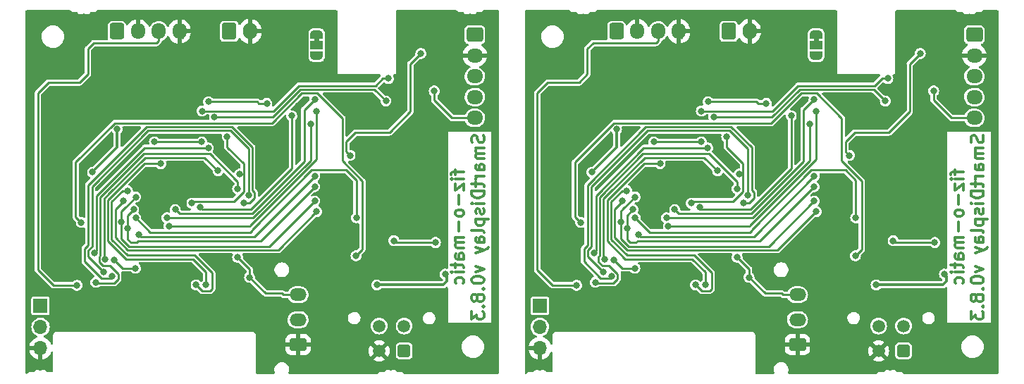
<source format=gbr>
%TF.GenerationSoftware,KiCad,Pcbnew,7.0.10*%
%TF.CreationDate,2024-03-22T19:30:52+01:00*%
%TF.ProjectId,SmartDisplay,536d6172-7444-4697-9370-6c61792e6b69,rev?*%
%TF.SameCoordinates,Original*%
%TF.FileFunction,Copper,L2,Bot*%
%TF.FilePolarity,Positive*%
%FSLAX46Y46*%
G04 Gerber Fmt 4.6, Leading zero omitted, Abs format (unit mm)*
G04 Created by KiCad (PCBNEW 7.0.10) date 2024-03-22 19:30:52*
%MOMM*%
%LPD*%
G01*
G04 APERTURE LIST*
G04 Aperture macros list*
%AMRoundRect*
0 Rectangle with rounded corners*
0 $1 Rounding radius*
0 $2 $3 $4 $5 $6 $7 $8 $9 X,Y pos of 4 corners*
0 Add a 4 corners polygon primitive as box body*
4,1,4,$2,$3,$4,$5,$6,$7,$8,$9,$2,$3,0*
0 Add four circle primitives for the rounded corners*
1,1,$1+$1,$2,$3*
1,1,$1+$1,$4,$5*
1,1,$1+$1,$6,$7*
1,1,$1+$1,$8,$9*
0 Add four rect primitives between the rounded corners*
20,1,$1+$1,$2,$3,$4,$5,0*
20,1,$1+$1,$4,$5,$6,$7,0*
20,1,$1+$1,$6,$7,$8,$9,0*
20,1,$1+$1,$8,$9,$2,$3,0*%
%AMFreePoly0*
4,1,19,0.550000,-0.750000,0.000000,-0.750000,0.000000,-0.744911,-0.071157,-0.744911,-0.207708,-0.704816,-0.327430,-0.627875,-0.420627,-0.520320,-0.479746,-0.390866,-0.500000,-0.250000,-0.500000,0.250000,-0.479746,0.390866,-0.420627,0.520320,-0.327430,0.627875,-0.207708,0.704816,-0.071157,0.744911,0.000000,0.744911,0.000000,0.750000,0.550000,0.750000,0.550000,-0.750000,0.550000,-0.750000,
$1*%
%AMFreePoly1*
4,1,19,0.000000,0.744911,0.071157,0.744911,0.207708,0.704816,0.327430,0.627875,0.420627,0.520320,0.479746,0.390866,0.500000,0.250000,0.500000,-0.250000,0.479746,-0.390866,0.420627,-0.520320,0.327430,-0.627875,0.207708,-0.704816,0.071157,-0.744911,0.000000,-0.744911,0.000000,-0.750000,-0.550000,-0.750000,-0.550000,0.750000,0.000000,0.750000,0.000000,0.744911,0.000000,0.744911,
$1*%
G04 Aperture macros list end*
%ADD10C,0.300000*%
%TA.AperFunction,NonConductor*%
%ADD11C,0.300000*%
%TD*%
%TA.AperFunction,SMDPad,CuDef*%
%ADD12FreePoly0,270.000000*%
%TD*%
%TA.AperFunction,SMDPad,CuDef*%
%ADD13R,1.500000X1.000000*%
%TD*%
%TA.AperFunction,SMDPad,CuDef*%
%ADD14FreePoly1,270.000000*%
%TD*%
%TA.AperFunction,ComponentPad*%
%ADD15R,1.700000X1.700000*%
%TD*%
%TA.AperFunction,ComponentPad*%
%ADD16O,1.700000X1.700000*%
%TD*%
%TA.AperFunction,ComponentPad*%
%ADD17RoundRect,0.250000X-0.600000X-0.725000X0.600000X-0.725000X0.600000X0.725000X-0.600000X0.725000X0*%
%TD*%
%TA.AperFunction,ComponentPad*%
%ADD18O,1.700000X1.950000*%
%TD*%
%TA.AperFunction,ComponentPad*%
%ADD19RoundRect,0.250000X0.760000X-0.500000X0.760000X0.500000X-0.760000X0.500000X-0.760000X-0.500000X0*%
%TD*%
%TA.AperFunction,ComponentPad*%
%ADD20O,2.020000X1.500000*%
%TD*%
%TA.AperFunction,ComponentPad*%
%ADD21RoundRect,0.250000X0.500000X0.500000X-0.500000X0.500000X-0.500000X-0.500000X0.500000X-0.500000X0*%
%TD*%
%TA.AperFunction,ComponentPad*%
%ADD22C,1.500000*%
%TD*%
%TA.AperFunction,ComponentPad*%
%ADD23RoundRect,0.250000X-0.725000X0.600000X-0.725000X-0.600000X0.725000X-0.600000X0.725000X0.600000X0*%
%TD*%
%TA.AperFunction,ComponentPad*%
%ADD24O,1.950000X1.700000*%
%TD*%
%TA.AperFunction,ComponentPad*%
%ADD25RoundRect,0.250000X-0.600000X-0.750000X0.600000X-0.750000X0.600000X0.750000X-0.600000X0.750000X0*%
%TD*%
%TA.AperFunction,ComponentPad*%
%ADD26O,1.700000X2.000000*%
%TD*%
%TA.AperFunction,ViaPad*%
%ADD27C,0.800000*%
%TD*%
%TA.AperFunction,Conductor*%
%ADD28C,0.250000*%
%TD*%
%TA.AperFunction,Conductor*%
%ADD29C,0.350000*%
%TD*%
G04 APERTURE END LIST*
D10*
D11*
X160460828Y-61327142D02*
X160460828Y-61898570D01*
X161460828Y-61541427D02*
X160175114Y-61541427D01*
X160175114Y-61541427D02*
X160032257Y-61612856D01*
X160032257Y-61612856D02*
X159960828Y-61755713D01*
X159960828Y-61755713D02*
X159960828Y-61898570D01*
X161460828Y-62398570D02*
X160460828Y-62398570D01*
X159960828Y-62398570D02*
X160032257Y-62327142D01*
X160032257Y-62327142D02*
X160103685Y-62398570D01*
X160103685Y-62398570D02*
X160032257Y-62469999D01*
X160032257Y-62469999D02*
X159960828Y-62398570D01*
X159960828Y-62398570D02*
X160103685Y-62398570D01*
X160460828Y-62969999D02*
X160460828Y-63755714D01*
X160460828Y-63755714D02*
X161460828Y-62969999D01*
X161460828Y-62969999D02*
X161460828Y-63755714D01*
X160889400Y-64327142D02*
X160889400Y-65470000D01*
X161460828Y-66398571D02*
X161389400Y-66255714D01*
X161389400Y-66255714D02*
X161317971Y-66184285D01*
X161317971Y-66184285D02*
X161175114Y-66112857D01*
X161175114Y-66112857D02*
X160746542Y-66112857D01*
X160746542Y-66112857D02*
X160603685Y-66184285D01*
X160603685Y-66184285D02*
X160532257Y-66255714D01*
X160532257Y-66255714D02*
X160460828Y-66398571D01*
X160460828Y-66398571D02*
X160460828Y-66612857D01*
X160460828Y-66612857D02*
X160532257Y-66755714D01*
X160532257Y-66755714D02*
X160603685Y-66827143D01*
X160603685Y-66827143D02*
X160746542Y-66898571D01*
X160746542Y-66898571D02*
X161175114Y-66898571D01*
X161175114Y-66898571D02*
X161317971Y-66827143D01*
X161317971Y-66827143D02*
X161389400Y-66755714D01*
X161389400Y-66755714D02*
X161460828Y-66612857D01*
X161460828Y-66612857D02*
X161460828Y-66398571D01*
X160889400Y-67541428D02*
X160889400Y-68684286D01*
X161460828Y-69398571D02*
X160460828Y-69398571D01*
X160603685Y-69398571D02*
X160532257Y-69470000D01*
X160532257Y-69470000D02*
X160460828Y-69612857D01*
X160460828Y-69612857D02*
X160460828Y-69827143D01*
X160460828Y-69827143D02*
X160532257Y-69970000D01*
X160532257Y-69970000D02*
X160675114Y-70041429D01*
X160675114Y-70041429D02*
X161460828Y-70041429D01*
X160675114Y-70041429D02*
X160532257Y-70112857D01*
X160532257Y-70112857D02*
X160460828Y-70255714D01*
X160460828Y-70255714D02*
X160460828Y-70470000D01*
X160460828Y-70470000D02*
X160532257Y-70612857D01*
X160532257Y-70612857D02*
X160675114Y-70684286D01*
X160675114Y-70684286D02*
X161460828Y-70684286D01*
X161460828Y-72041429D02*
X160675114Y-72041429D01*
X160675114Y-72041429D02*
X160532257Y-71970000D01*
X160532257Y-71970000D02*
X160460828Y-71827143D01*
X160460828Y-71827143D02*
X160460828Y-71541429D01*
X160460828Y-71541429D02*
X160532257Y-71398571D01*
X161389400Y-72041429D02*
X161460828Y-71898571D01*
X161460828Y-71898571D02*
X161460828Y-71541429D01*
X161460828Y-71541429D02*
X161389400Y-71398571D01*
X161389400Y-71398571D02*
X161246542Y-71327143D01*
X161246542Y-71327143D02*
X161103685Y-71327143D01*
X161103685Y-71327143D02*
X160960828Y-71398571D01*
X160960828Y-71398571D02*
X160889400Y-71541429D01*
X160889400Y-71541429D02*
X160889400Y-71898571D01*
X160889400Y-71898571D02*
X160817971Y-72041429D01*
X160460828Y-72541429D02*
X160460828Y-73112857D01*
X159960828Y-72755714D02*
X161246542Y-72755714D01*
X161246542Y-72755714D02*
X161389400Y-72827143D01*
X161389400Y-72827143D02*
X161460828Y-72970000D01*
X161460828Y-72970000D02*
X161460828Y-73112857D01*
X161460828Y-73612857D02*
X160460828Y-73612857D01*
X159960828Y-73612857D02*
X160032257Y-73541429D01*
X160032257Y-73541429D02*
X160103685Y-73612857D01*
X160103685Y-73612857D02*
X160032257Y-73684286D01*
X160032257Y-73684286D02*
X159960828Y-73612857D01*
X159960828Y-73612857D02*
X160103685Y-73612857D01*
X161389400Y-74970001D02*
X161460828Y-74827143D01*
X161460828Y-74827143D02*
X161460828Y-74541429D01*
X161460828Y-74541429D02*
X161389400Y-74398572D01*
X161389400Y-74398572D02*
X161317971Y-74327143D01*
X161317971Y-74327143D02*
X161175114Y-74255715D01*
X161175114Y-74255715D02*
X160746542Y-74255715D01*
X160746542Y-74255715D02*
X160603685Y-74327143D01*
X160603685Y-74327143D02*
X160532257Y-74398572D01*
X160532257Y-74398572D02*
X160460828Y-74541429D01*
X160460828Y-74541429D02*
X160460828Y-74827143D01*
X160460828Y-74827143D02*
X160532257Y-74970001D01*
X163804400Y-57184286D02*
X163875828Y-57398572D01*
X163875828Y-57398572D02*
X163875828Y-57755714D01*
X163875828Y-57755714D02*
X163804400Y-57898572D01*
X163804400Y-57898572D02*
X163732971Y-57970000D01*
X163732971Y-57970000D02*
X163590114Y-58041429D01*
X163590114Y-58041429D02*
X163447257Y-58041429D01*
X163447257Y-58041429D02*
X163304400Y-57970000D01*
X163304400Y-57970000D02*
X163232971Y-57898572D01*
X163232971Y-57898572D02*
X163161542Y-57755714D01*
X163161542Y-57755714D02*
X163090114Y-57470000D01*
X163090114Y-57470000D02*
X163018685Y-57327143D01*
X163018685Y-57327143D02*
X162947257Y-57255714D01*
X162947257Y-57255714D02*
X162804400Y-57184286D01*
X162804400Y-57184286D02*
X162661542Y-57184286D01*
X162661542Y-57184286D02*
X162518685Y-57255714D01*
X162518685Y-57255714D02*
X162447257Y-57327143D01*
X162447257Y-57327143D02*
X162375828Y-57470000D01*
X162375828Y-57470000D02*
X162375828Y-57827143D01*
X162375828Y-57827143D02*
X162447257Y-58041429D01*
X163875828Y-58684285D02*
X162875828Y-58684285D01*
X163018685Y-58684285D02*
X162947257Y-58755714D01*
X162947257Y-58755714D02*
X162875828Y-58898571D01*
X162875828Y-58898571D02*
X162875828Y-59112857D01*
X162875828Y-59112857D02*
X162947257Y-59255714D01*
X162947257Y-59255714D02*
X163090114Y-59327143D01*
X163090114Y-59327143D02*
X163875828Y-59327143D01*
X163090114Y-59327143D02*
X162947257Y-59398571D01*
X162947257Y-59398571D02*
X162875828Y-59541428D01*
X162875828Y-59541428D02*
X162875828Y-59755714D01*
X162875828Y-59755714D02*
X162947257Y-59898571D01*
X162947257Y-59898571D02*
X163090114Y-59970000D01*
X163090114Y-59970000D02*
X163875828Y-59970000D01*
X163875828Y-61327143D02*
X163090114Y-61327143D01*
X163090114Y-61327143D02*
X162947257Y-61255714D01*
X162947257Y-61255714D02*
X162875828Y-61112857D01*
X162875828Y-61112857D02*
X162875828Y-60827143D01*
X162875828Y-60827143D02*
X162947257Y-60684285D01*
X163804400Y-61327143D02*
X163875828Y-61184285D01*
X163875828Y-61184285D02*
X163875828Y-60827143D01*
X163875828Y-60827143D02*
X163804400Y-60684285D01*
X163804400Y-60684285D02*
X163661542Y-60612857D01*
X163661542Y-60612857D02*
X163518685Y-60612857D01*
X163518685Y-60612857D02*
X163375828Y-60684285D01*
X163375828Y-60684285D02*
X163304400Y-60827143D01*
X163304400Y-60827143D02*
X163304400Y-61184285D01*
X163304400Y-61184285D02*
X163232971Y-61327143D01*
X163875828Y-62041428D02*
X162875828Y-62041428D01*
X163161542Y-62041428D02*
X163018685Y-62112857D01*
X163018685Y-62112857D02*
X162947257Y-62184286D01*
X162947257Y-62184286D02*
X162875828Y-62327143D01*
X162875828Y-62327143D02*
X162875828Y-62470000D01*
X162875828Y-62755714D02*
X162875828Y-63327142D01*
X162375828Y-62969999D02*
X163661542Y-62969999D01*
X163661542Y-62969999D02*
X163804400Y-63041428D01*
X163804400Y-63041428D02*
X163875828Y-63184285D01*
X163875828Y-63184285D02*
X163875828Y-63327142D01*
X163875828Y-63827142D02*
X162375828Y-63827142D01*
X162375828Y-63827142D02*
X162375828Y-64184285D01*
X162375828Y-64184285D02*
X162447257Y-64398571D01*
X162447257Y-64398571D02*
X162590114Y-64541428D01*
X162590114Y-64541428D02*
X162732971Y-64612857D01*
X162732971Y-64612857D02*
X163018685Y-64684285D01*
X163018685Y-64684285D02*
X163232971Y-64684285D01*
X163232971Y-64684285D02*
X163518685Y-64612857D01*
X163518685Y-64612857D02*
X163661542Y-64541428D01*
X163661542Y-64541428D02*
X163804400Y-64398571D01*
X163804400Y-64398571D02*
X163875828Y-64184285D01*
X163875828Y-64184285D02*
X163875828Y-63827142D01*
X163875828Y-65327142D02*
X162875828Y-65327142D01*
X162375828Y-65327142D02*
X162447257Y-65255714D01*
X162447257Y-65255714D02*
X162518685Y-65327142D01*
X162518685Y-65327142D02*
X162447257Y-65398571D01*
X162447257Y-65398571D02*
X162375828Y-65327142D01*
X162375828Y-65327142D02*
X162518685Y-65327142D01*
X163804400Y-65970000D02*
X163875828Y-66112857D01*
X163875828Y-66112857D02*
X163875828Y-66398571D01*
X163875828Y-66398571D02*
X163804400Y-66541428D01*
X163804400Y-66541428D02*
X163661542Y-66612857D01*
X163661542Y-66612857D02*
X163590114Y-66612857D01*
X163590114Y-66612857D02*
X163447257Y-66541428D01*
X163447257Y-66541428D02*
X163375828Y-66398571D01*
X163375828Y-66398571D02*
X163375828Y-66184286D01*
X163375828Y-66184286D02*
X163304400Y-66041428D01*
X163304400Y-66041428D02*
X163161542Y-65970000D01*
X163161542Y-65970000D02*
X163090114Y-65970000D01*
X163090114Y-65970000D02*
X162947257Y-66041428D01*
X162947257Y-66041428D02*
X162875828Y-66184286D01*
X162875828Y-66184286D02*
X162875828Y-66398571D01*
X162875828Y-66398571D02*
X162947257Y-66541428D01*
X162875828Y-67255714D02*
X164375828Y-67255714D01*
X162947257Y-67255714D02*
X162875828Y-67398572D01*
X162875828Y-67398572D02*
X162875828Y-67684286D01*
X162875828Y-67684286D02*
X162947257Y-67827143D01*
X162947257Y-67827143D02*
X163018685Y-67898572D01*
X163018685Y-67898572D02*
X163161542Y-67970000D01*
X163161542Y-67970000D02*
X163590114Y-67970000D01*
X163590114Y-67970000D02*
X163732971Y-67898572D01*
X163732971Y-67898572D02*
X163804400Y-67827143D01*
X163804400Y-67827143D02*
X163875828Y-67684286D01*
X163875828Y-67684286D02*
X163875828Y-67398572D01*
X163875828Y-67398572D02*
X163804400Y-67255714D01*
X163875828Y-68827143D02*
X163804400Y-68684286D01*
X163804400Y-68684286D02*
X163661542Y-68612857D01*
X163661542Y-68612857D02*
X162375828Y-68612857D01*
X163875828Y-70041429D02*
X163090114Y-70041429D01*
X163090114Y-70041429D02*
X162947257Y-69970000D01*
X162947257Y-69970000D02*
X162875828Y-69827143D01*
X162875828Y-69827143D02*
X162875828Y-69541429D01*
X162875828Y-69541429D02*
X162947257Y-69398571D01*
X163804400Y-70041429D02*
X163875828Y-69898571D01*
X163875828Y-69898571D02*
X163875828Y-69541429D01*
X163875828Y-69541429D02*
X163804400Y-69398571D01*
X163804400Y-69398571D02*
X163661542Y-69327143D01*
X163661542Y-69327143D02*
X163518685Y-69327143D01*
X163518685Y-69327143D02*
X163375828Y-69398571D01*
X163375828Y-69398571D02*
X163304400Y-69541429D01*
X163304400Y-69541429D02*
X163304400Y-69898571D01*
X163304400Y-69898571D02*
X163232971Y-70041429D01*
X162875828Y-70612857D02*
X163875828Y-70970000D01*
X162875828Y-71327143D02*
X163875828Y-70970000D01*
X163875828Y-70970000D02*
X164232971Y-70827143D01*
X164232971Y-70827143D02*
X164304400Y-70755714D01*
X164304400Y-70755714D02*
X164375828Y-70612857D01*
X162875828Y-72898571D02*
X163875828Y-73255714D01*
X163875828Y-73255714D02*
X162875828Y-73612857D01*
X162375828Y-74470000D02*
X162375828Y-74612857D01*
X162375828Y-74612857D02*
X162447257Y-74755714D01*
X162447257Y-74755714D02*
X162518685Y-74827143D01*
X162518685Y-74827143D02*
X162661542Y-74898571D01*
X162661542Y-74898571D02*
X162947257Y-74970000D01*
X162947257Y-74970000D02*
X163304400Y-74970000D01*
X163304400Y-74970000D02*
X163590114Y-74898571D01*
X163590114Y-74898571D02*
X163732971Y-74827143D01*
X163732971Y-74827143D02*
X163804400Y-74755714D01*
X163804400Y-74755714D02*
X163875828Y-74612857D01*
X163875828Y-74612857D02*
X163875828Y-74470000D01*
X163875828Y-74470000D02*
X163804400Y-74327143D01*
X163804400Y-74327143D02*
X163732971Y-74255714D01*
X163732971Y-74255714D02*
X163590114Y-74184285D01*
X163590114Y-74184285D02*
X163304400Y-74112857D01*
X163304400Y-74112857D02*
X162947257Y-74112857D01*
X162947257Y-74112857D02*
X162661542Y-74184285D01*
X162661542Y-74184285D02*
X162518685Y-74255714D01*
X162518685Y-74255714D02*
X162447257Y-74327143D01*
X162447257Y-74327143D02*
X162375828Y-74470000D01*
X163732971Y-75612856D02*
X163804400Y-75684285D01*
X163804400Y-75684285D02*
X163875828Y-75612856D01*
X163875828Y-75612856D02*
X163804400Y-75541428D01*
X163804400Y-75541428D02*
X163732971Y-75612856D01*
X163732971Y-75612856D02*
X163875828Y-75612856D01*
X163018685Y-76541428D02*
X162947257Y-76398571D01*
X162947257Y-76398571D02*
X162875828Y-76327142D01*
X162875828Y-76327142D02*
X162732971Y-76255714D01*
X162732971Y-76255714D02*
X162661542Y-76255714D01*
X162661542Y-76255714D02*
X162518685Y-76327142D01*
X162518685Y-76327142D02*
X162447257Y-76398571D01*
X162447257Y-76398571D02*
X162375828Y-76541428D01*
X162375828Y-76541428D02*
X162375828Y-76827142D01*
X162375828Y-76827142D02*
X162447257Y-76970000D01*
X162447257Y-76970000D02*
X162518685Y-77041428D01*
X162518685Y-77041428D02*
X162661542Y-77112857D01*
X162661542Y-77112857D02*
X162732971Y-77112857D01*
X162732971Y-77112857D02*
X162875828Y-77041428D01*
X162875828Y-77041428D02*
X162947257Y-76970000D01*
X162947257Y-76970000D02*
X163018685Y-76827142D01*
X163018685Y-76827142D02*
X163018685Y-76541428D01*
X163018685Y-76541428D02*
X163090114Y-76398571D01*
X163090114Y-76398571D02*
X163161542Y-76327142D01*
X163161542Y-76327142D02*
X163304400Y-76255714D01*
X163304400Y-76255714D02*
X163590114Y-76255714D01*
X163590114Y-76255714D02*
X163732971Y-76327142D01*
X163732971Y-76327142D02*
X163804400Y-76398571D01*
X163804400Y-76398571D02*
X163875828Y-76541428D01*
X163875828Y-76541428D02*
X163875828Y-76827142D01*
X163875828Y-76827142D02*
X163804400Y-76970000D01*
X163804400Y-76970000D02*
X163732971Y-77041428D01*
X163732971Y-77041428D02*
X163590114Y-77112857D01*
X163590114Y-77112857D02*
X163304400Y-77112857D01*
X163304400Y-77112857D02*
X163161542Y-77041428D01*
X163161542Y-77041428D02*
X163090114Y-76970000D01*
X163090114Y-76970000D02*
X163018685Y-76827142D01*
X163732971Y-77755713D02*
X163804400Y-77827142D01*
X163804400Y-77827142D02*
X163875828Y-77755713D01*
X163875828Y-77755713D02*
X163804400Y-77684285D01*
X163804400Y-77684285D02*
X163732971Y-77755713D01*
X163732971Y-77755713D02*
X163875828Y-77755713D01*
X162375828Y-78327142D02*
X162375828Y-79255714D01*
X162375828Y-79255714D02*
X162947257Y-78755714D01*
X162947257Y-78755714D02*
X162947257Y-78969999D01*
X162947257Y-78969999D02*
X163018685Y-79112857D01*
X163018685Y-79112857D02*
X163090114Y-79184285D01*
X163090114Y-79184285D02*
X163232971Y-79255714D01*
X163232971Y-79255714D02*
X163590114Y-79255714D01*
X163590114Y-79255714D02*
X163732971Y-79184285D01*
X163732971Y-79184285D02*
X163804400Y-79112857D01*
X163804400Y-79112857D02*
X163875828Y-78969999D01*
X163875828Y-78969999D02*
X163875828Y-78541428D01*
X163875828Y-78541428D02*
X163804400Y-78398571D01*
X163804400Y-78398571D02*
X163732971Y-78327142D01*
D10*
D11*
X100460828Y-61327142D02*
X100460828Y-61898570D01*
X101460828Y-61541427D02*
X100175114Y-61541427D01*
X100175114Y-61541427D02*
X100032257Y-61612856D01*
X100032257Y-61612856D02*
X99960828Y-61755713D01*
X99960828Y-61755713D02*
X99960828Y-61898570D01*
X101460828Y-62398570D02*
X100460828Y-62398570D01*
X99960828Y-62398570D02*
X100032257Y-62327142D01*
X100032257Y-62327142D02*
X100103685Y-62398570D01*
X100103685Y-62398570D02*
X100032257Y-62469999D01*
X100032257Y-62469999D02*
X99960828Y-62398570D01*
X99960828Y-62398570D02*
X100103685Y-62398570D01*
X100460828Y-62969999D02*
X100460828Y-63755714D01*
X100460828Y-63755714D02*
X101460828Y-62969999D01*
X101460828Y-62969999D02*
X101460828Y-63755714D01*
X100889400Y-64327142D02*
X100889400Y-65470000D01*
X101460828Y-66398571D02*
X101389400Y-66255714D01*
X101389400Y-66255714D02*
X101317971Y-66184285D01*
X101317971Y-66184285D02*
X101175114Y-66112857D01*
X101175114Y-66112857D02*
X100746542Y-66112857D01*
X100746542Y-66112857D02*
X100603685Y-66184285D01*
X100603685Y-66184285D02*
X100532257Y-66255714D01*
X100532257Y-66255714D02*
X100460828Y-66398571D01*
X100460828Y-66398571D02*
X100460828Y-66612857D01*
X100460828Y-66612857D02*
X100532257Y-66755714D01*
X100532257Y-66755714D02*
X100603685Y-66827143D01*
X100603685Y-66827143D02*
X100746542Y-66898571D01*
X100746542Y-66898571D02*
X101175114Y-66898571D01*
X101175114Y-66898571D02*
X101317971Y-66827143D01*
X101317971Y-66827143D02*
X101389400Y-66755714D01*
X101389400Y-66755714D02*
X101460828Y-66612857D01*
X101460828Y-66612857D02*
X101460828Y-66398571D01*
X100889400Y-67541428D02*
X100889400Y-68684286D01*
X101460828Y-69398571D02*
X100460828Y-69398571D01*
X100603685Y-69398571D02*
X100532257Y-69470000D01*
X100532257Y-69470000D02*
X100460828Y-69612857D01*
X100460828Y-69612857D02*
X100460828Y-69827143D01*
X100460828Y-69827143D02*
X100532257Y-69970000D01*
X100532257Y-69970000D02*
X100675114Y-70041429D01*
X100675114Y-70041429D02*
X101460828Y-70041429D01*
X100675114Y-70041429D02*
X100532257Y-70112857D01*
X100532257Y-70112857D02*
X100460828Y-70255714D01*
X100460828Y-70255714D02*
X100460828Y-70470000D01*
X100460828Y-70470000D02*
X100532257Y-70612857D01*
X100532257Y-70612857D02*
X100675114Y-70684286D01*
X100675114Y-70684286D02*
X101460828Y-70684286D01*
X101460828Y-72041429D02*
X100675114Y-72041429D01*
X100675114Y-72041429D02*
X100532257Y-71970000D01*
X100532257Y-71970000D02*
X100460828Y-71827143D01*
X100460828Y-71827143D02*
X100460828Y-71541429D01*
X100460828Y-71541429D02*
X100532257Y-71398571D01*
X101389400Y-72041429D02*
X101460828Y-71898571D01*
X101460828Y-71898571D02*
X101460828Y-71541429D01*
X101460828Y-71541429D02*
X101389400Y-71398571D01*
X101389400Y-71398571D02*
X101246542Y-71327143D01*
X101246542Y-71327143D02*
X101103685Y-71327143D01*
X101103685Y-71327143D02*
X100960828Y-71398571D01*
X100960828Y-71398571D02*
X100889400Y-71541429D01*
X100889400Y-71541429D02*
X100889400Y-71898571D01*
X100889400Y-71898571D02*
X100817971Y-72041429D01*
X100460828Y-72541429D02*
X100460828Y-73112857D01*
X99960828Y-72755714D02*
X101246542Y-72755714D01*
X101246542Y-72755714D02*
X101389400Y-72827143D01*
X101389400Y-72827143D02*
X101460828Y-72970000D01*
X101460828Y-72970000D02*
X101460828Y-73112857D01*
X101460828Y-73612857D02*
X100460828Y-73612857D01*
X99960828Y-73612857D02*
X100032257Y-73541429D01*
X100032257Y-73541429D02*
X100103685Y-73612857D01*
X100103685Y-73612857D02*
X100032257Y-73684286D01*
X100032257Y-73684286D02*
X99960828Y-73612857D01*
X99960828Y-73612857D02*
X100103685Y-73612857D01*
X101389400Y-74970001D02*
X101460828Y-74827143D01*
X101460828Y-74827143D02*
X101460828Y-74541429D01*
X101460828Y-74541429D02*
X101389400Y-74398572D01*
X101389400Y-74398572D02*
X101317971Y-74327143D01*
X101317971Y-74327143D02*
X101175114Y-74255715D01*
X101175114Y-74255715D02*
X100746542Y-74255715D01*
X100746542Y-74255715D02*
X100603685Y-74327143D01*
X100603685Y-74327143D02*
X100532257Y-74398572D01*
X100532257Y-74398572D02*
X100460828Y-74541429D01*
X100460828Y-74541429D02*
X100460828Y-74827143D01*
X100460828Y-74827143D02*
X100532257Y-74970001D01*
X103804400Y-57184286D02*
X103875828Y-57398572D01*
X103875828Y-57398572D02*
X103875828Y-57755714D01*
X103875828Y-57755714D02*
X103804400Y-57898572D01*
X103804400Y-57898572D02*
X103732971Y-57970000D01*
X103732971Y-57970000D02*
X103590114Y-58041429D01*
X103590114Y-58041429D02*
X103447257Y-58041429D01*
X103447257Y-58041429D02*
X103304400Y-57970000D01*
X103304400Y-57970000D02*
X103232971Y-57898572D01*
X103232971Y-57898572D02*
X103161542Y-57755714D01*
X103161542Y-57755714D02*
X103090114Y-57470000D01*
X103090114Y-57470000D02*
X103018685Y-57327143D01*
X103018685Y-57327143D02*
X102947257Y-57255714D01*
X102947257Y-57255714D02*
X102804400Y-57184286D01*
X102804400Y-57184286D02*
X102661542Y-57184286D01*
X102661542Y-57184286D02*
X102518685Y-57255714D01*
X102518685Y-57255714D02*
X102447257Y-57327143D01*
X102447257Y-57327143D02*
X102375828Y-57470000D01*
X102375828Y-57470000D02*
X102375828Y-57827143D01*
X102375828Y-57827143D02*
X102447257Y-58041429D01*
X103875828Y-58684285D02*
X102875828Y-58684285D01*
X103018685Y-58684285D02*
X102947257Y-58755714D01*
X102947257Y-58755714D02*
X102875828Y-58898571D01*
X102875828Y-58898571D02*
X102875828Y-59112857D01*
X102875828Y-59112857D02*
X102947257Y-59255714D01*
X102947257Y-59255714D02*
X103090114Y-59327143D01*
X103090114Y-59327143D02*
X103875828Y-59327143D01*
X103090114Y-59327143D02*
X102947257Y-59398571D01*
X102947257Y-59398571D02*
X102875828Y-59541428D01*
X102875828Y-59541428D02*
X102875828Y-59755714D01*
X102875828Y-59755714D02*
X102947257Y-59898571D01*
X102947257Y-59898571D02*
X103090114Y-59970000D01*
X103090114Y-59970000D02*
X103875828Y-59970000D01*
X103875828Y-61327143D02*
X103090114Y-61327143D01*
X103090114Y-61327143D02*
X102947257Y-61255714D01*
X102947257Y-61255714D02*
X102875828Y-61112857D01*
X102875828Y-61112857D02*
X102875828Y-60827143D01*
X102875828Y-60827143D02*
X102947257Y-60684285D01*
X103804400Y-61327143D02*
X103875828Y-61184285D01*
X103875828Y-61184285D02*
X103875828Y-60827143D01*
X103875828Y-60827143D02*
X103804400Y-60684285D01*
X103804400Y-60684285D02*
X103661542Y-60612857D01*
X103661542Y-60612857D02*
X103518685Y-60612857D01*
X103518685Y-60612857D02*
X103375828Y-60684285D01*
X103375828Y-60684285D02*
X103304400Y-60827143D01*
X103304400Y-60827143D02*
X103304400Y-61184285D01*
X103304400Y-61184285D02*
X103232971Y-61327143D01*
X103875828Y-62041428D02*
X102875828Y-62041428D01*
X103161542Y-62041428D02*
X103018685Y-62112857D01*
X103018685Y-62112857D02*
X102947257Y-62184286D01*
X102947257Y-62184286D02*
X102875828Y-62327143D01*
X102875828Y-62327143D02*
X102875828Y-62470000D01*
X102875828Y-62755714D02*
X102875828Y-63327142D01*
X102375828Y-62969999D02*
X103661542Y-62969999D01*
X103661542Y-62969999D02*
X103804400Y-63041428D01*
X103804400Y-63041428D02*
X103875828Y-63184285D01*
X103875828Y-63184285D02*
X103875828Y-63327142D01*
X103875828Y-63827142D02*
X102375828Y-63827142D01*
X102375828Y-63827142D02*
X102375828Y-64184285D01*
X102375828Y-64184285D02*
X102447257Y-64398571D01*
X102447257Y-64398571D02*
X102590114Y-64541428D01*
X102590114Y-64541428D02*
X102732971Y-64612857D01*
X102732971Y-64612857D02*
X103018685Y-64684285D01*
X103018685Y-64684285D02*
X103232971Y-64684285D01*
X103232971Y-64684285D02*
X103518685Y-64612857D01*
X103518685Y-64612857D02*
X103661542Y-64541428D01*
X103661542Y-64541428D02*
X103804400Y-64398571D01*
X103804400Y-64398571D02*
X103875828Y-64184285D01*
X103875828Y-64184285D02*
X103875828Y-63827142D01*
X103875828Y-65327142D02*
X102875828Y-65327142D01*
X102375828Y-65327142D02*
X102447257Y-65255714D01*
X102447257Y-65255714D02*
X102518685Y-65327142D01*
X102518685Y-65327142D02*
X102447257Y-65398571D01*
X102447257Y-65398571D02*
X102375828Y-65327142D01*
X102375828Y-65327142D02*
X102518685Y-65327142D01*
X103804400Y-65970000D02*
X103875828Y-66112857D01*
X103875828Y-66112857D02*
X103875828Y-66398571D01*
X103875828Y-66398571D02*
X103804400Y-66541428D01*
X103804400Y-66541428D02*
X103661542Y-66612857D01*
X103661542Y-66612857D02*
X103590114Y-66612857D01*
X103590114Y-66612857D02*
X103447257Y-66541428D01*
X103447257Y-66541428D02*
X103375828Y-66398571D01*
X103375828Y-66398571D02*
X103375828Y-66184286D01*
X103375828Y-66184286D02*
X103304400Y-66041428D01*
X103304400Y-66041428D02*
X103161542Y-65970000D01*
X103161542Y-65970000D02*
X103090114Y-65970000D01*
X103090114Y-65970000D02*
X102947257Y-66041428D01*
X102947257Y-66041428D02*
X102875828Y-66184286D01*
X102875828Y-66184286D02*
X102875828Y-66398571D01*
X102875828Y-66398571D02*
X102947257Y-66541428D01*
X102875828Y-67255714D02*
X104375828Y-67255714D01*
X102947257Y-67255714D02*
X102875828Y-67398572D01*
X102875828Y-67398572D02*
X102875828Y-67684286D01*
X102875828Y-67684286D02*
X102947257Y-67827143D01*
X102947257Y-67827143D02*
X103018685Y-67898572D01*
X103018685Y-67898572D02*
X103161542Y-67970000D01*
X103161542Y-67970000D02*
X103590114Y-67970000D01*
X103590114Y-67970000D02*
X103732971Y-67898572D01*
X103732971Y-67898572D02*
X103804400Y-67827143D01*
X103804400Y-67827143D02*
X103875828Y-67684286D01*
X103875828Y-67684286D02*
X103875828Y-67398572D01*
X103875828Y-67398572D02*
X103804400Y-67255714D01*
X103875828Y-68827143D02*
X103804400Y-68684286D01*
X103804400Y-68684286D02*
X103661542Y-68612857D01*
X103661542Y-68612857D02*
X102375828Y-68612857D01*
X103875828Y-70041429D02*
X103090114Y-70041429D01*
X103090114Y-70041429D02*
X102947257Y-69970000D01*
X102947257Y-69970000D02*
X102875828Y-69827143D01*
X102875828Y-69827143D02*
X102875828Y-69541429D01*
X102875828Y-69541429D02*
X102947257Y-69398571D01*
X103804400Y-70041429D02*
X103875828Y-69898571D01*
X103875828Y-69898571D02*
X103875828Y-69541429D01*
X103875828Y-69541429D02*
X103804400Y-69398571D01*
X103804400Y-69398571D02*
X103661542Y-69327143D01*
X103661542Y-69327143D02*
X103518685Y-69327143D01*
X103518685Y-69327143D02*
X103375828Y-69398571D01*
X103375828Y-69398571D02*
X103304400Y-69541429D01*
X103304400Y-69541429D02*
X103304400Y-69898571D01*
X103304400Y-69898571D02*
X103232971Y-70041429D01*
X102875828Y-70612857D02*
X103875828Y-70970000D01*
X102875828Y-71327143D02*
X103875828Y-70970000D01*
X103875828Y-70970000D02*
X104232971Y-70827143D01*
X104232971Y-70827143D02*
X104304400Y-70755714D01*
X104304400Y-70755714D02*
X104375828Y-70612857D01*
X102875828Y-72898571D02*
X103875828Y-73255714D01*
X103875828Y-73255714D02*
X102875828Y-73612857D01*
X102375828Y-74470000D02*
X102375828Y-74612857D01*
X102375828Y-74612857D02*
X102447257Y-74755714D01*
X102447257Y-74755714D02*
X102518685Y-74827143D01*
X102518685Y-74827143D02*
X102661542Y-74898571D01*
X102661542Y-74898571D02*
X102947257Y-74970000D01*
X102947257Y-74970000D02*
X103304400Y-74970000D01*
X103304400Y-74970000D02*
X103590114Y-74898571D01*
X103590114Y-74898571D02*
X103732971Y-74827143D01*
X103732971Y-74827143D02*
X103804400Y-74755714D01*
X103804400Y-74755714D02*
X103875828Y-74612857D01*
X103875828Y-74612857D02*
X103875828Y-74470000D01*
X103875828Y-74470000D02*
X103804400Y-74327143D01*
X103804400Y-74327143D02*
X103732971Y-74255714D01*
X103732971Y-74255714D02*
X103590114Y-74184285D01*
X103590114Y-74184285D02*
X103304400Y-74112857D01*
X103304400Y-74112857D02*
X102947257Y-74112857D01*
X102947257Y-74112857D02*
X102661542Y-74184285D01*
X102661542Y-74184285D02*
X102518685Y-74255714D01*
X102518685Y-74255714D02*
X102447257Y-74327143D01*
X102447257Y-74327143D02*
X102375828Y-74470000D01*
X103732971Y-75612856D02*
X103804400Y-75684285D01*
X103804400Y-75684285D02*
X103875828Y-75612856D01*
X103875828Y-75612856D02*
X103804400Y-75541428D01*
X103804400Y-75541428D02*
X103732971Y-75612856D01*
X103732971Y-75612856D02*
X103875828Y-75612856D01*
X103018685Y-76541428D02*
X102947257Y-76398571D01*
X102947257Y-76398571D02*
X102875828Y-76327142D01*
X102875828Y-76327142D02*
X102732971Y-76255714D01*
X102732971Y-76255714D02*
X102661542Y-76255714D01*
X102661542Y-76255714D02*
X102518685Y-76327142D01*
X102518685Y-76327142D02*
X102447257Y-76398571D01*
X102447257Y-76398571D02*
X102375828Y-76541428D01*
X102375828Y-76541428D02*
X102375828Y-76827142D01*
X102375828Y-76827142D02*
X102447257Y-76970000D01*
X102447257Y-76970000D02*
X102518685Y-77041428D01*
X102518685Y-77041428D02*
X102661542Y-77112857D01*
X102661542Y-77112857D02*
X102732971Y-77112857D01*
X102732971Y-77112857D02*
X102875828Y-77041428D01*
X102875828Y-77041428D02*
X102947257Y-76970000D01*
X102947257Y-76970000D02*
X103018685Y-76827142D01*
X103018685Y-76827142D02*
X103018685Y-76541428D01*
X103018685Y-76541428D02*
X103090114Y-76398571D01*
X103090114Y-76398571D02*
X103161542Y-76327142D01*
X103161542Y-76327142D02*
X103304400Y-76255714D01*
X103304400Y-76255714D02*
X103590114Y-76255714D01*
X103590114Y-76255714D02*
X103732971Y-76327142D01*
X103732971Y-76327142D02*
X103804400Y-76398571D01*
X103804400Y-76398571D02*
X103875828Y-76541428D01*
X103875828Y-76541428D02*
X103875828Y-76827142D01*
X103875828Y-76827142D02*
X103804400Y-76970000D01*
X103804400Y-76970000D02*
X103732971Y-77041428D01*
X103732971Y-77041428D02*
X103590114Y-77112857D01*
X103590114Y-77112857D02*
X103304400Y-77112857D01*
X103304400Y-77112857D02*
X103161542Y-77041428D01*
X103161542Y-77041428D02*
X103090114Y-76970000D01*
X103090114Y-76970000D02*
X103018685Y-76827142D01*
X103732971Y-77755713D02*
X103804400Y-77827142D01*
X103804400Y-77827142D02*
X103875828Y-77755713D01*
X103875828Y-77755713D02*
X103804400Y-77684285D01*
X103804400Y-77684285D02*
X103732971Y-77755713D01*
X103732971Y-77755713D02*
X103875828Y-77755713D01*
X102375828Y-78327142D02*
X102375828Y-79255714D01*
X102375828Y-79255714D02*
X102947257Y-78755714D01*
X102947257Y-78755714D02*
X102947257Y-78969999D01*
X102947257Y-78969999D02*
X103018685Y-79112857D01*
X103018685Y-79112857D02*
X103090114Y-79184285D01*
X103090114Y-79184285D02*
X103232971Y-79255714D01*
X103232971Y-79255714D02*
X103590114Y-79255714D01*
X103590114Y-79255714D02*
X103732971Y-79184285D01*
X103732971Y-79184285D02*
X103804400Y-79112857D01*
X103804400Y-79112857D02*
X103875828Y-78969999D01*
X103875828Y-78969999D02*
X103875828Y-78541428D01*
X103875828Y-78541428D02*
X103804400Y-78398571D01*
X103804400Y-78398571D02*
X103732971Y-78327142D01*
%TA.AperFunction,EtchedComponent*%
%TO.C,JP6*%
G36*
X144090000Y-45920000D02*
G01*
X143490000Y-45920000D01*
X143490000Y-45420000D01*
X144090000Y-45420000D01*
X144090000Y-45920000D01*
G37*
%TD.AperFunction*%
%TA.AperFunction,EtchedComponent*%
%TO.C,JP3*%
G36*
X84090000Y-45920000D02*
G01*
X83490000Y-45920000D01*
X83490000Y-45420000D01*
X84090000Y-45420000D01*
X84090000Y-45920000D01*
G37*
%TD.AperFunction*%
%TD*%
D12*
%TO.P,JP6,1,1*%
%TO.N,Net-(U5-RF_OUT)*%
X143790000Y-45020000D03*
D13*
%TO.P,JP6,2,2*%
%TO.N,Net-(U5-RF_IN)*%
X143790000Y-46320000D03*
D14*
%TO.P,JP6,3,3*%
%TO.N,Net-(X1-SIGNAL)*%
X143790000Y-47620000D03*
%TD*%
D15*
%TO.P,J11,1,Pin_1*%
%TO.N,+3V3*%
X110600000Y-77650000D03*
D16*
%TO.P,J11,2,Pin_2*%
%TO.N,UPDI*%
X110600000Y-80190000D03*
%TO.P,J11,3,Pin_3*%
%TO.N,GND*%
X110600000Y-82730000D03*
%TD*%
D17*
%TO.P,J9,1,Pin_1*%
%TO.N,+12V*%
X119790000Y-44664000D03*
D18*
%TO.P,J9,2,Pin_2*%
%TO.N,GND*%
X122290000Y-44664000D03*
%TO.P,J9,3,Pin_3*%
%TO.N,INSTR.BEL*%
X124790000Y-44664000D03*
%TO.P,J9,4,Pin_4*%
%TO.N,GND*%
X127290000Y-44664000D03*
%TD*%
D19*
%TO.P,J14,1,Pin_1*%
%TO.N,GND*%
X141540000Y-82320000D03*
D20*
%TO.P,J14,2,Pin_2*%
%TO.N,1WIRE*%
X141540000Y-79320000D03*
%TO.P,J14,3,Pin_3*%
%TO.N,+3V3*%
X141540000Y-76320000D03*
%TD*%
D21*
%TO.P,J16,1,Pin_1*%
%TO.N,Net-(J8-Pin_1)*%
X154290000Y-83070000D03*
D22*
%TO.P,J16,2,Pin_2*%
%TO.N,GND*%
X151290000Y-83070000D03*
%TO.P,J16,3,Pin_3*%
%TO.N,CANL*%
X154290000Y-80070000D03*
%TO.P,J16,4,Pin_4*%
%TO.N,CANH*%
X151290000Y-80070000D03*
%TD*%
D23*
%TO.P,J10,1,Pin_1*%
%TO.N,+3V3*%
X162790000Y-45070000D03*
D24*
%TO.P,J10,2,Pin_2*%
%TO.N,GND*%
X162790000Y-47570000D03*
%TO.P,J10,3,Pin_3*%
%TO.N,RXD*%
X162790000Y-50070000D03*
%TO.P,J10,4,Pin_4*%
%TO.N,TXD*%
X162790000Y-52570000D03*
%TO.P,J10,5,Pin_5*%
%TO.N,Net-(J2-Pin_5)*%
X162790000Y-55070000D03*
%TD*%
D25*
%TO.P,J15,1,Pin_1*%
%TO.N,Net-(J7-Pin_1)*%
X133290000Y-44664000D03*
D26*
%TO.P,J15,2,Pin_2*%
%TO.N,GND*%
X135790000Y-44664000D03*
%TD*%
D25*
%TO.P,J7,1,Pin_1*%
%TO.N,Net-(J7-Pin_1)*%
X73290000Y-44664000D03*
D26*
%TO.P,J7,2,Pin_2*%
%TO.N,GND*%
X75790000Y-44664000D03*
%TD*%
D23*
%TO.P,J2,1,Pin_1*%
%TO.N,+3V3*%
X102790000Y-45070000D03*
D24*
%TO.P,J2,2,Pin_2*%
%TO.N,GND*%
X102790000Y-47570000D03*
%TO.P,J2,3,Pin_3*%
%TO.N,RXD*%
X102790000Y-50070000D03*
%TO.P,J2,4,Pin_4*%
%TO.N,TXD*%
X102790000Y-52570000D03*
%TO.P,J2,5,Pin_5*%
%TO.N,Net-(J2-Pin_5)*%
X102790000Y-55070000D03*
%TD*%
D21*
%TO.P,J8,1,Pin_1*%
%TO.N,Net-(J8-Pin_1)*%
X94290000Y-83070000D03*
D22*
%TO.P,J8,2,Pin_2*%
%TO.N,GND*%
X91290000Y-83070000D03*
%TO.P,J8,3,Pin_3*%
%TO.N,CANL*%
X94290000Y-80070000D03*
%TO.P,J8,4,Pin_4*%
%TO.N,CANH*%
X91290000Y-80070000D03*
%TD*%
D19*
%TO.P,J6,1,Pin_1*%
%TO.N,GND*%
X81540000Y-82320000D03*
D20*
%TO.P,J6,2,Pin_2*%
%TO.N,1WIRE*%
X81540000Y-79320000D03*
%TO.P,J6,3,Pin_3*%
%TO.N,+3V3*%
X81540000Y-76320000D03*
%TD*%
D17*
%TO.P,J1,1,Pin_1*%
%TO.N,+12V*%
X59790000Y-44664000D03*
D18*
%TO.P,J1,2,Pin_2*%
%TO.N,GND*%
X62290000Y-44664000D03*
%TO.P,J1,3,Pin_3*%
%TO.N,INSTR.BEL*%
X64790000Y-44664000D03*
%TO.P,J1,4,Pin_4*%
%TO.N,GND*%
X67290000Y-44664000D03*
%TD*%
D15*
%TO.P,J3,1,Pin_1*%
%TO.N,+3V3*%
X50600000Y-77650000D03*
D16*
%TO.P,J3,2,Pin_2*%
%TO.N,UPDI*%
X50600000Y-80190000D03*
%TO.P,J3,3,Pin_3*%
%TO.N,GND*%
X50600000Y-82730000D03*
%TD*%
D12*
%TO.P,JP3,1,1*%
%TO.N,Net-(U5-RF_OUT)*%
X83790000Y-45020000D03*
D13*
%TO.P,JP3,2,2*%
%TO.N,Net-(U5-RF_IN)*%
X83790000Y-46320000D03*
D14*
%TO.P,JP3,3,3*%
%TO.N,Net-(X1-SIGNAL)*%
X83790000Y-47620000D03*
%TD*%
D27*
%TO.N,Net-(D2-A)*%
X148500000Y-71630000D03*
X115500000Y-67630000D03*
%TO.N,A4*%
X128790000Y-65320000D03*
X133040000Y-57320000D03*
X134540000Y-61820000D03*
%TO.N,Net-(U3-RXCAN)*%
X153040000Y-69820000D03*
X158040000Y-70045000D03*
%TO.N,GPS_RESET*%
X126790000Y-66070000D03*
X143540000Y-52820000D03*
%TO.N,GPS_TXD*%
X143790000Y-54320000D03*
X126040000Y-68070000D03*
%TO.N,GPS_RXD*%
X125790000Y-67070000D03*
X143040000Y-55820000D03*
%TO.N,Net-(X1-SIGNAL)*%
X143790000Y-47620000D03*
%TO.N,Net-(U5-RF_IN)*%
X143790000Y-46320000D03*
%TO.N,+3V3*%
X129990245Y-57944989D03*
X134290000Y-71820000D03*
X135722000Y-74230000D03*
X124300000Y-57944989D03*
X130800000Y-53130000D03*
X137790000Y-53320000D03*
%TO.N,Net-(U5-RF_OUT)*%
X143800000Y-45030000D03*
%TO.N,UPDI*%
X130757280Y-58669989D03*
X117073925Y-71292854D03*
%TO.N,SS*%
X122040000Y-67070000D03*
X148540000Y-67070000D03*
%TO.N,INT_CAN*%
X122444563Y-69095000D03*
X143540000Y-62070000D03*
%TO.N,D25*%
X118377273Y-72056371D03*
X131938848Y-61421152D03*
%TO.N,D24*%
X117250000Y-74830000D03*
X134290000Y-63570000D03*
%TO.N,D23*%
X118200000Y-73580000D03*
X135590631Y-64358769D03*
%TO.N,D22*%
X119200000Y-74130000D03*
X135040000Y-65320000D03*
%TO.N,INSTR.BEL*%
X115000000Y-75180000D03*
%TO.N,Net-(D2-K)*%
X116859142Y-61589142D03*
X119800000Y-56430000D03*
%TO.N,KEY*%
X129790000Y-65820000D03*
X140790000Y-54820000D03*
%TO.N,SDA*%
X125040000Y-60570000D03*
X131500000Y-54969990D03*
X152100000Y-53030000D03*
X130500000Y-75130000D03*
%TO.N,SCL*%
X130000000Y-54244990D03*
X152400000Y-50330000D03*
X121040000Y-63820000D03*
X129300000Y-75130000D03*
%TO.N,RESET*%
X147790000Y-59570000D03*
X156290000Y-47320000D03*
%TO.N,+5V*%
X159205537Y-73830000D03*
X151000000Y-75130000D03*
%TO.N,MISO*%
X119475500Y-72130000D03*
X143790000Y-66320000D03*
X122000000Y-73130000D03*
X120527347Y-65057347D03*
%TO.N,MOSI*%
X122040000Y-64570000D03*
X143540000Y-65070000D03*
X120323464Y-67603464D03*
%TO.N,SCK*%
X121064999Y-68344999D03*
X121790000Y-66070000D03*
X143540000Y-63320000D03*
%TO.N,Net-(J2-Pin_5)*%
X157900000Y-51830000D03*
%TO.N,GND*%
X127590000Y-64420000D03*
X137040000Y-71820000D03*
X114400000Y-57830000D03*
X153790000Y-77820000D03*
X121290000Y-54070000D03*
X116300000Y-53430000D03*
X155790000Y-42820000D03*
X132540000Y-62570000D03*
X151900000Y-64330000D03*
X141540000Y-53570000D03*
X143200000Y-49730000D03*
X156790000Y-67820000D03*
X121200000Y-56830000D03*
X136500000Y-57030000D03*
X121540000Y-47320000D03*
X133790000Y-61070000D03*
X123590000Y-62420000D03*
X115700000Y-62430000D03*
X55700000Y-62430000D03*
X63590000Y-62420000D03*
X73790000Y-61070000D03*
X61540000Y-47320000D03*
X76500000Y-57030000D03*
X61200000Y-56830000D03*
X96790000Y-67820000D03*
X83200000Y-49730000D03*
X81540000Y-53570000D03*
X91900000Y-64330000D03*
X72540000Y-62570000D03*
X95790000Y-42820000D03*
X56300000Y-53430000D03*
X61290000Y-54070000D03*
X93790000Y-77820000D03*
X54400000Y-57830000D03*
X77040000Y-71820000D03*
X67590000Y-64420000D03*
%TO.N,Net-(J2-Pin_5)*%
X97900000Y-51830000D03*
%TO.N,SCK*%
X83540000Y-63320000D03*
X61790000Y-66070000D03*
X61064999Y-68344999D03*
%TO.N,MOSI*%
X60323464Y-67603464D03*
X83540000Y-65070000D03*
X62040000Y-64570000D03*
%TO.N,MISO*%
X60527347Y-65057347D03*
X62000000Y-73130000D03*
X83790000Y-66320000D03*
X59475500Y-72130000D03*
%TO.N,+5V*%
X91000000Y-75130000D03*
X99205537Y-73830000D03*
%TO.N,RESET*%
X96290000Y-47320000D03*
X87790000Y-59570000D03*
%TO.N,SCL*%
X69300000Y-75130000D03*
X61040000Y-63820000D03*
X92400000Y-50330000D03*
X70000000Y-54244990D03*
%TO.N,SDA*%
X70500000Y-75130000D03*
X92100000Y-53030000D03*
X71500000Y-54969990D03*
X65040000Y-60570000D03*
%TO.N,KEY*%
X80790000Y-54820000D03*
X69790000Y-65820000D03*
%TO.N,Net-(D2-K)*%
X59800000Y-56430000D03*
X56859142Y-61589142D03*
%TO.N,INSTR.BEL*%
X55000000Y-75180000D03*
%TO.N,D22*%
X75040000Y-65320000D03*
X59200000Y-74130000D03*
%TO.N,D23*%
X75590631Y-64358769D03*
X58200000Y-73580000D03*
%TO.N,D24*%
X74290000Y-63570000D03*
X57250000Y-74830000D03*
%TO.N,D25*%
X71938848Y-61421152D03*
X58377273Y-72056371D03*
%TO.N,INT_CAN*%
X83540000Y-62070000D03*
X62444563Y-69095000D03*
%TO.N,SS*%
X88540000Y-67070000D03*
X62040000Y-67070000D03*
%TO.N,UPDI*%
X57073925Y-71292854D03*
X70757280Y-58669989D03*
%TO.N,Net-(U5-RF_OUT)*%
X83800000Y-45030000D03*
%TO.N,+3V3*%
X77790000Y-53320000D03*
X70800000Y-53130000D03*
X64300000Y-57944989D03*
X75722000Y-74230000D03*
X74290000Y-71820000D03*
X69990245Y-57944989D03*
%TO.N,Net-(U5-RF_IN)*%
X83790000Y-46320000D03*
%TO.N,Net-(X1-SIGNAL)*%
X83790000Y-47620000D03*
%TO.N,GPS_RXD*%
X83040000Y-55820000D03*
X65790000Y-67070000D03*
%TO.N,GPS_TXD*%
X66040000Y-68070000D03*
X83790000Y-54320000D03*
%TO.N,GPS_RESET*%
X83540000Y-52820000D03*
X66790000Y-66070000D03*
%TO.N,Net-(U3-RXCAN)*%
X98040000Y-70045000D03*
X93040000Y-69820000D03*
%TO.N,A4*%
X74540000Y-61820000D03*
X73040000Y-57320000D03*
X68790000Y-65320000D03*
%TO.N,Net-(D2-A)*%
X55500000Y-67630000D03*
X88500000Y-71630000D03*
%TD*%
D28*
%TO.N,SS*%
X136040000Y-68496998D02*
X143191999Y-61344999D01*
X122040000Y-67070000D02*
X123790000Y-68820000D01*
X143191999Y-61344999D02*
X147314999Y-61344999D01*
%TO.N,D24*%
X117652273Y-72356676D02*
X118125597Y-72830000D01*
%TO.N,D25*%
X131891152Y-61421152D02*
X131938848Y-61421152D01*
%TO.N,SS*%
X136040000Y-68496998D02*
X136040000Y-68570000D01*
%TO.N,D25*%
X118248434Y-64773063D02*
X118814951Y-64206546D01*
X123176498Y-59844999D02*
X130314999Y-59844999D01*
X118248434Y-71927532D02*
X118377273Y-72056371D01*
%TO.N,D24*%
X119925000Y-74430305D02*
X119425305Y-74930000D01*
X118125597Y-72830000D02*
X118925305Y-72830000D01*
X117798424Y-64586663D02*
X117798425Y-71609914D01*
X117652273Y-71756066D02*
X117652273Y-72356676D01*
%TO.N,SS*%
X147314999Y-61344999D02*
X148540000Y-62570000D01*
X136040000Y-68570000D02*
X135790000Y-68820000D01*
%TO.N,D24*%
X134290000Y-63570000D02*
X134290000Y-62746998D01*
%TO.N,SS*%
X148540000Y-62570000D02*
X148540000Y-67070000D01*
%TO.N,D25*%
X118248434Y-70033486D02*
X118248434Y-71927532D01*
%TO.N,UPDI*%
X123078688Y-58669989D02*
X117348416Y-64400261D01*
%TO.N,D24*%
X134290000Y-62746998D02*
X130937991Y-59394989D01*
%TO.N,SS*%
X123790000Y-68820000D02*
X135790000Y-68820000D01*
%TO.N,D24*%
X122990098Y-59394989D02*
X117798424Y-64586663D01*
%TO.N,UPDI*%
X117348416Y-70406282D02*
X117348416Y-71018363D01*
X117348416Y-71018363D02*
X117073925Y-71292854D01*
%TO.N,D25*%
X130314999Y-59844999D02*
X131891152Y-61421152D01*
%TO.N,UPDI*%
X117348416Y-64400261D02*
X117348416Y-70406282D01*
%TO.N,D24*%
X117350000Y-74930000D02*
X117250000Y-74830000D01*
%TO.N,UPDI*%
X130757280Y-58669989D02*
X123078688Y-58669989D01*
%TO.N,INT_CAN*%
X143540000Y-62070000D02*
X136290000Y-69320000D01*
X122669563Y-69320000D02*
X136290000Y-69320000D01*
X122444563Y-69095000D02*
X122669563Y-69320000D01*
%TO.N,D24*%
X119425305Y-74930000D02*
X117350000Y-74930000D01*
X117798425Y-71609914D02*
X117652273Y-71756066D01*
X130937991Y-59394989D02*
X122990098Y-59394989D01*
X119925000Y-73829695D02*
X119925000Y-74430305D01*
%TO.N,D25*%
X118248434Y-70033486D02*
X118248434Y-64773063D01*
X123176498Y-59844999D02*
X118814951Y-64206546D01*
%TO.N,SCL*%
X129300000Y-75130000D02*
X130025000Y-75855000D01*
X138566913Y-54244990D02*
X130000000Y-54244990D01*
X121057768Y-71570000D02*
X119148453Y-69660685D01*
X151700000Y-50330000D02*
X150835000Y-51195000D01*
X119148453Y-65145862D02*
X120474315Y-63820000D01*
X152400000Y-50330000D02*
X151700000Y-50330000D01*
%TO.N,INSTR.BEL*%
X112140000Y-75180000D02*
X110290000Y-73330000D01*
X116997120Y-46070000D02*
X124540000Y-46070000D01*
X110290000Y-52070000D02*
X111539990Y-50820010D01*
X115289990Y-50820010D02*
X116290000Y-49820000D01*
X116290000Y-49820000D02*
X116290000Y-46777120D01*
X110290000Y-73330000D02*
X110290000Y-52070000D01*
X115000000Y-75180000D02*
X112140000Y-75180000D01*
X124540000Y-46070000D02*
X124790000Y-45820000D01*
X116290000Y-46777120D02*
X116997120Y-46070000D01*
X111539990Y-50820010D02*
X115289990Y-50820010D01*
%TO.N,KEY*%
X135905812Y-66045000D02*
X140790000Y-61160812D01*
X140790000Y-61160812D02*
X140790000Y-54820000D01*
D29*
%TO.N,Net-(D2-K)*%
X116859142Y-61589142D02*
X116859142Y-61570858D01*
D28*
%TO.N,INSTR.BEL*%
X124790000Y-45820000D02*
X124790000Y-44664000D01*
D29*
%TO.N,Net-(D2-K)*%
X119800000Y-58630000D02*
X119800000Y-56430000D01*
X116859142Y-61570858D02*
X119800000Y-58630000D01*
D28*
%TO.N,KEY*%
X129790000Y-65820000D02*
X130015000Y-66045000D01*
X130015000Y-66045000D02*
X135905812Y-66045000D01*
%TO.N,SDA*%
X118698444Y-64959463D02*
X123087907Y-60570000D01*
X130500000Y-73620010D02*
X128900000Y-72020010D01*
X118698444Y-69847086D02*
X118698444Y-64959463D01*
X138478309Y-54969990D02*
X141803299Y-51645000D01*
X123087907Y-60570000D02*
X125040000Y-60570000D01*
X150715000Y-51645000D02*
X152100000Y-53030000D01*
X131500000Y-54969990D02*
X138478309Y-54969990D01*
X130500000Y-75130000D02*
X130500000Y-73620010D01*
X141803299Y-51645000D02*
X150715000Y-51645000D01*
X128900000Y-72020010D02*
X120871368Y-72020010D01*
%TO.N,SCL*%
X141616903Y-51195000D02*
X138566913Y-54244990D01*
X119148453Y-69660685D02*
X119148453Y-65145862D01*
X120474315Y-63820000D02*
X121040000Y-63820000D01*
X131225000Y-73695000D02*
X129100000Y-71570000D01*
X131225000Y-75605000D02*
X131225000Y-73695000D01*
X150835000Y-51195000D02*
X141616903Y-51195000D01*
X130975000Y-75855000D02*
X131225000Y-75605000D01*
%TO.N,SDA*%
X120871368Y-72020010D02*
X118698444Y-69847086D01*
%TO.N,SCL*%
X130025000Y-75855000D02*
X130975000Y-75855000D01*
X129100000Y-71570000D02*
X121057768Y-71570000D01*
%TO.N,Net-(D2-A)*%
X138389705Y-55694990D02*
X119509705Y-55694990D01*
X146864999Y-60244999D02*
X146864999Y-55119694D01*
X143840305Y-52095000D02*
X141989695Y-52095000D01*
X149265000Y-62645000D02*
X146864999Y-60244999D01*
X114815000Y-60389695D02*
X114815000Y-66945000D01*
X146864999Y-55119694D02*
X143840305Y-52095000D01*
X149265000Y-70865000D02*
X149265000Y-62645000D01*
X114815000Y-66945000D02*
X115500000Y-67630000D01*
X119509705Y-55694990D02*
X114815000Y-60389695D01*
X141989695Y-52095000D02*
X138389705Y-55694990D01*
X148500000Y-71630000D02*
X149265000Y-70865000D01*
%TO.N,A4*%
X135015001Y-63918001D02*
X135015001Y-61795001D01*
X128790000Y-65320000D02*
X129015000Y-65095000D01*
X135015001Y-60545001D02*
X133040000Y-58570000D01*
X134540000Y-61820000D02*
X134564999Y-61795001D01*
X133815000Y-65095000D02*
X133826501Y-65106501D01*
X133040000Y-58570000D02*
X133040000Y-57320000D01*
X134564999Y-61795001D02*
X135015001Y-61795001D01*
X135015001Y-61795001D02*
X135015001Y-60545001D01*
X129015000Y-65095000D02*
X133815000Y-65095000D01*
X133826501Y-65106501D02*
X135015001Y-63918001D01*
%TO.N,Net-(U3-RXCAN)*%
X158040000Y-70045000D02*
X153265000Y-70045000D01*
X153265000Y-70045000D02*
X153040000Y-69820000D01*
%TO.N,GPS_RESET*%
X136017208Y-66570000D02*
X142290000Y-60297208D01*
X127290000Y-66570000D02*
X136017208Y-66570000D01*
X126790000Y-66070000D02*
X127290000Y-66570000D01*
X142290000Y-54070000D02*
X143540000Y-52820000D01*
X142290000Y-60297208D02*
X142290000Y-54070000D01*
%TO.N,GPS_TXD*%
X135830602Y-68029398D02*
X143790000Y-60070000D01*
X143790000Y-60070000D02*
X143790000Y-54320000D01*
X135830602Y-68070000D02*
X135830602Y-68029398D01*
X126040000Y-68070000D02*
X135830602Y-68070000D01*
%TO.N,GPS_RXD*%
X136153604Y-67070000D02*
X143040000Y-60183604D01*
X143040000Y-60183604D02*
X143040000Y-55820000D01*
X125790000Y-67070000D02*
X136153604Y-67070000D01*
%TO.N,+3V3*%
X129990245Y-57944989D02*
X124300000Y-57944989D01*
X135722000Y-74230000D02*
X137652000Y-76160000D01*
X137652000Y-76160000D02*
X139630000Y-76160000D01*
X136600000Y-53130000D02*
X136800000Y-53330000D01*
X130800000Y-53130000D02*
X136600000Y-53130000D01*
X134290000Y-71820000D02*
X135722000Y-73252000D01*
X139790000Y-76320000D02*
X141540000Y-76320000D01*
X136810000Y-53320000D02*
X137790000Y-53320000D01*
X139630000Y-76160000D02*
X139790000Y-76320000D01*
X136800000Y-53330000D02*
X136810000Y-53320000D01*
X135722000Y-73252000D02*
X135722000Y-74230000D01*
%TO.N,GND*%
X127634000Y-45476000D02*
X127634000Y-44664000D01*
%TO.N,Net-(J2-Pin_5)*%
X157900000Y-51830000D02*
X157900000Y-52930000D01*
X160040000Y-55070000D02*
X162790000Y-55070000D01*
X157900000Y-52930000D02*
X160040000Y-55070000D01*
%TO.N,MOSI*%
X120323464Y-67603464D02*
X120323464Y-66286536D01*
%TO.N,SCK*%
X122138001Y-70045001D02*
X121441999Y-70045001D01*
X121064999Y-68344999D02*
X121064999Y-66795001D01*
X137040000Y-69820000D02*
X122363002Y-69820000D01*
X121064999Y-66795001D02*
X121790000Y-66070000D01*
X121064999Y-68545001D02*
X121064999Y-68344999D01*
X122363002Y-69820000D02*
X122138001Y-70045001D01*
X121064999Y-69668001D02*
X121064999Y-68545001D01*
X143540000Y-63320000D02*
X137040000Y-69820000D01*
X121441999Y-70045001D02*
X121064999Y-69668001D01*
D29*
%TO.N,+5V*%
X151000000Y-75130000D02*
X159000000Y-75130000D01*
X159000000Y-75130000D02*
X159430537Y-74699463D01*
D28*
%TO.N,MISO*%
X119475500Y-72130000D02*
X120475500Y-73130000D01*
X120475500Y-73130000D02*
X122000000Y-73130000D01*
X120527347Y-65082653D02*
X120527347Y-65057347D01*
X119598463Y-69474285D02*
X119598463Y-66011537D01*
%TO.N,MOSI*%
X120614989Y-65995011D02*
X122040000Y-64570000D01*
%TO.N,MISO*%
X143790000Y-66320000D02*
X139164981Y-70945019D01*
X119598463Y-66011537D02*
X120527347Y-65082653D01*
X121069197Y-70945019D02*
X119598463Y-69474285D01*
X139164981Y-70945019D02*
X121069197Y-70945019D01*
%TO.N,MOSI*%
X120323464Y-67874085D02*
X120323464Y-69562876D01*
X120323464Y-69562876D02*
X121255599Y-70495011D01*
X121255599Y-70495011D02*
X138114989Y-70495011D01*
X143540000Y-65070000D02*
X138114989Y-70495011D01*
X120323464Y-66286536D02*
X120614989Y-65995011D01*
X120323464Y-67874085D02*
X120323464Y-67603464D01*
%TO.N,RESET*%
X147790000Y-59570000D02*
X147314999Y-59094999D01*
X152540000Y-56820000D02*
X155040000Y-54320000D01*
X155040000Y-54320000D02*
X155040000Y-48570000D01*
X155040000Y-48570000D02*
X156290000Y-47320000D01*
X147314999Y-57946999D02*
X148441998Y-56820000D01*
X148441998Y-56820000D02*
X152540000Y-56820000D01*
X147314999Y-59094999D02*
X147314999Y-57946999D01*
D29*
%TO.N,+5V*%
X159430537Y-74699463D02*
X159430537Y-74055000D01*
X159430537Y-74055000D02*
X159205537Y-73830000D01*
D28*
%TO.N,D24*%
X118925305Y-72830000D02*
X119925000Y-73829695D01*
%TO.N,D23*%
X116348925Y-70981075D02*
X116348925Y-71728925D01*
X116790000Y-63320000D02*
X116790000Y-70540000D01*
X116790000Y-63320000D02*
X123515001Y-56594999D01*
X133388001Y-56594999D02*
X135590631Y-58797629D01*
X116348925Y-71728925D02*
X118200000Y-73580000D01*
X116790000Y-70540000D02*
X116348925Y-70981075D01*
X123515001Y-56594999D02*
X133388001Y-56594999D01*
X135590631Y-58797629D02*
X135590631Y-64358769D01*
%TO.N,D22*%
X136040641Y-58611229D02*
X136040641Y-63735777D01*
X135702402Y-65320000D02*
X135040000Y-65320000D01*
X119025000Y-74305000D02*
X117899695Y-74305000D01*
X119200000Y-74130000D02*
X119025000Y-74305000D01*
X116339991Y-63133599D02*
X123328601Y-56144989D01*
X136040641Y-63735777D02*
X136315632Y-64010768D01*
X115898925Y-70794679D02*
X115898925Y-72304230D01*
X133574402Y-56144990D02*
X136040641Y-58611229D01*
X115898925Y-72304230D02*
X117899695Y-74305000D01*
X136315632Y-64010768D02*
X136315632Y-64706770D01*
X116339991Y-70353613D02*
X115898925Y-70794679D01*
X136315632Y-64706770D02*
X135702402Y-65320000D01*
X123328601Y-56144989D02*
X133574402Y-56144990D01*
X116339991Y-63133599D02*
X116339991Y-70353613D01*
%TO.N,GND*%
X67634000Y-45476000D02*
X67634000Y-44664000D01*
%TO.N,Net-(J2-Pin_5)*%
X97900000Y-52930000D02*
X100040000Y-55070000D01*
X97900000Y-51830000D02*
X97900000Y-52930000D01*
X100040000Y-55070000D02*
X102790000Y-55070000D01*
%TO.N,SCK*%
X61441999Y-70045001D02*
X61064999Y-69668001D01*
X61064999Y-68545001D02*
X61064999Y-68344999D01*
X62363002Y-69820000D02*
X62138001Y-70045001D01*
X83540000Y-63320000D02*
X77040000Y-69820000D01*
X61064999Y-69668001D02*
X61064999Y-68545001D01*
X61064999Y-68344999D02*
X61064999Y-66795001D01*
X62138001Y-70045001D02*
X61441999Y-70045001D01*
X77040000Y-69820000D02*
X62363002Y-69820000D01*
X61064999Y-66795001D02*
X61790000Y-66070000D01*
%TO.N,MOSI*%
X60323464Y-67603464D02*
X60323464Y-66286536D01*
X60323464Y-67874085D02*
X60323464Y-69562876D01*
X60614989Y-65995011D02*
X62040000Y-64570000D01*
X60323464Y-69562876D02*
X61255599Y-70495011D01*
X61255599Y-70495011D02*
X78114989Y-70495011D01*
X60323464Y-67874085D02*
X60323464Y-67603464D01*
X83540000Y-65070000D02*
X78114989Y-70495011D01*
X60323464Y-66286536D02*
X60614989Y-65995011D01*
%TO.N,MISO*%
X59598463Y-66011537D02*
X60527347Y-65082653D01*
X61069197Y-70945019D02*
X59598463Y-69474285D01*
X83790000Y-66320000D02*
X79164981Y-70945019D01*
X59598463Y-69474285D02*
X59598463Y-66011537D01*
X60527347Y-65082653D02*
X60527347Y-65057347D01*
X59475500Y-72130000D02*
X60475500Y-73130000D01*
X60475500Y-73130000D02*
X62000000Y-73130000D01*
X79164981Y-70945019D02*
X61069197Y-70945019D01*
D29*
%TO.N,+5V*%
X99430537Y-74055000D02*
X99205537Y-73830000D01*
X99430537Y-74699463D02*
X99430537Y-74055000D01*
X99000000Y-75130000D02*
X99430537Y-74699463D01*
X91000000Y-75130000D02*
X99000000Y-75130000D01*
D28*
%TO.N,RESET*%
X95040000Y-54320000D02*
X95040000Y-48570000D01*
X92540000Y-56820000D02*
X95040000Y-54320000D01*
X95040000Y-48570000D02*
X96290000Y-47320000D01*
X87790000Y-59570000D02*
X87314999Y-59094999D01*
X87314999Y-59094999D02*
X87314999Y-57946999D01*
X88441998Y-56820000D02*
X92540000Y-56820000D01*
X87314999Y-57946999D02*
X88441998Y-56820000D01*
%TO.N,SCL*%
X69300000Y-75130000D02*
X70025000Y-75855000D01*
X78566913Y-54244990D02*
X70000000Y-54244990D01*
X91700000Y-50330000D02*
X90835000Y-51195000D01*
X59148453Y-65145862D02*
X60474315Y-63820000D01*
X61057768Y-71570000D02*
X59148453Y-69660685D01*
X92400000Y-50330000D02*
X91700000Y-50330000D01*
X69100000Y-71570000D02*
X61057768Y-71570000D01*
X70025000Y-75855000D02*
X70975000Y-75855000D01*
X70975000Y-75855000D02*
X71225000Y-75605000D01*
X90835000Y-51195000D02*
X81616903Y-51195000D01*
X71225000Y-75605000D02*
X71225000Y-73695000D01*
X71225000Y-73695000D02*
X69100000Y-71570000D01*
X60474315Y-63820000D02*
X61040000Y-63820000D01*
X59148453Y-69660685D02*
X59148453Y-65145862D01*
X81616903Y-51195000D02*
X78566913Y-54244990D01*
%TO.N,SDA*%
X68900000Y-72020010D02*
X60871368Y-72020010D01*
X81803299Y-51645000D02*
X90715000Y-51645000D01*
X70500000Y-75130000D02*
X70500000Y-73620010D01*
X71500000Y-54969990D02*
X78478309Y-54969990D01*
X90715000Y-51645000D02*
X92100000Y-53030000D01*
X60871368Y-72020010D02*
X58698444Y-69847086D01*
X63087907Y-60570000D02*
X65040000Y-60570000D01*
X78478309Y-54969990D02*
X81803299Y-51645000D01*
X58698444Y-69847086D02*
X58698444Y-64959463D01*
X70500000Y-73620010D02*
X68900000Y-72020010D01*
X58698444Y-64959463D02*
X63087907Y-60570000D01*
%TO.N,KEY*%
X69790000Y-65820000D02*
X70015000Y-66045000D01*
X70015000Y-66045000D02*
X75905812Y-66045000D01*
X80790000Y-61160812D02*
X80790000Y-54820000D01*
X75905812Y-66045000D02*
X80790000Y-61160812D01*
D29*
%TO.N,Net-(D2-K)*%
X56859142Y-61589142D02*
X56859142Y-61570858D01*
X59800000Y-58630000D02*
X59800000Y-56430000D01*
X56859142Y-61570858D02*
X59800000Y-58630000D01*
D28*
%TO.N,INSTR.BEL*%
X51539990Y-50820010D02*
X55289990Y-50820010D01*
X56290000Y-46777120D02*
X56997120Y-46070000D01*
X64540000Y-46070000D02*
X64790000Y-45820000D01*
X55000000Y-75180000D02*
X52140000Y-75180000D01*
X50290000Y-73330000D02*
X50290000Y-52070000D01*
X56290000Y-49820000D02*
X56290000Y-46777120D01*
X55289990Y-50820010D02*
X56290000Y-49820000D01*
X50290000Y-52070000D02*
X51539990Y-50820010D01*
X56997120Y-46070000D02*
X64540000Y-46070000D01*
X52140000Y-75180000D02*
X50290000Y-73330000D01*
X64790000Y-45820000D02*
X64790000Y-44664000D01*
%TO.N,D22*%
X75702402Y-65320000D02*
X75040000Y-65320000D01*
X76040641Y-58611229D02*
X76040641Y-63735777D01*
X56339991Y-63133599D02*
X56339991Y-70353613D01*
X59025000Y-74305000D02*
X57899695Y-74305000D01*
X59200000Y-74130000D02*
X59025000Y-74305000D01*
X63328601Y-56144989D02*
X73574402Y-56144990D01*
X76315632Y-64706770D02*
X75702402Y-65320000D01*
X76040641Y-63735777D02*
X76315632Y-64010768D01*
X55898925Y-70794679D02*
X55898925Y-72304230D01*
X73574402Y-56144990D02*
X76040641Y-58611229D01*
X55898925Y-72304230D02*
X57899695Y-74305000D01*
X76315632Y-64010768D02*
X76315632Y-64706770D01*
X56339991Y-70353613D02*
X55898925Y-70794679D01*
X56339991Y-63133599D02*
X63328601Y-56144989D01*
%TO.N,D23*%
X63515001Y-56594999D02*
X73388001Y-56594999D01*
X56790000Y-70540000D02*
X56348925Y-70981075D01*
X75590631Y-58797629D02*
X75590631Y-64358769D01*
X56790000Y-63320000D02*
X56790000Y-70540000D01*
X56348925Y-71728925D02*
X58200000Y-73580000D01*
X56348925Y-70981075D02*
X56348925Y-71728925D01*
X73388001Y-56594999D02*
X75590631Y-58797629D01*
X56790000Y-63320000D02*
X63515001Y-56594999D01*
%TO.N,D24*%
X58925305Y-72830000D02*
X59925000Y-73829695D01*
X57350000Y-74930000D02*
X57250000Y-74830000D01*
X62990098Y-59394989D02*
X57798424Y-64586663D01*
X74290000Y-62746998D02*
X70937991Y-59394989D01*
X74290000Y-63570000D02*
X74290000Y-62746998D01*
X59925000Y-74430305D02*
X59425305Y-74930000D01*
X58125597Y-72830000D02*
X58925305Y-72830000D01*
X57798424Y-64586663D02*
X57798425Y-71609914D01*
X57652273Y-71756066D02*
X57652273Y-72356676D01*
X59425305Y-74930000D02*
X57350000Y-74930000D01*
X57798425Y-71609914D02*
X57652273Y-71756066D01*
X70937991Y-59394989D02*
X62990098Y-59394989D01*
X59925000Y-73829695D02*
X59925000Y-74430305D01*
X57652273Y-72356676D02*
X58125597Y-72830000D01*
%TO.N,D25*%
X58248434Y-70033486D02*
X58248434Y-71927532D01*
X58248434Y-64773063D02*
X58814951Y-64206546D01*
X63176498Y-59844999D02*
X58814951Y-64206546D01*
X63176498Y-59844999D02*
X70314999Y-59844999D01*
X58248434Y-71927532D02*
X58377273Y-72056371D01*
X70314999Y-59844999D02*
X71891152Y-61421152D01*
X71891152Y-61421152D02*
X71938848Y-61421152D01*
X58248434Y-70033486D02*
X58248434Y-64773063D01*
%TO.N,INT_CAN*%
X62444563Y-69095000D02*
X62669563Y-69320000D01*
X62669563Y-69320000D02*
X76290000Y-69320000D01*
X83540000Y-62070000D02*
X76290000Y-69320000D01*
%TO.N,SS*%
X76040000Y-68570000D02*
X75790000Y-68820000D01*
X88540000Y-62570000D02*
X88540000Y-67070000D01*
X87314999Y-61344999D02*
X88540000Y-62570000D01*
X83191999Y-61344999D02*
X87314999Y-61344999D01*
X63790000Y-68820000D02*
X75790000Y-68820000D01*
X62040000Y-67070000D02*
X63790000Y-68820000D01*
X76040000Y-68496998D02*
X83191999Y-61344999D01*
X76040000Y-68496998D02*
X76040000Y-68570000D01*
%TO.N,UPDI*%
X57348416Y-71018363D02*
X57073925Y-71292854D01*
X57348416Y-64400261D02*
X57348416Y-70406282D01*
X70757280Y-58669989D02*
X63078688Y-58669989D01*
X57348416Y-70406282D02*
X57348416Y-71018363D01*
X63078688Y-58669989D02*
X57348416Y-64400261D01*
%TO.N,+3V3*%
X70800000Y-53130000D02*
X76600000Y-53130000D01*
X79790000Y-76320000D02*
X81540000Y-76320000D01*
X74290000Y-71820000D02*
X75722000Y-73252000D01*
X76810000Y-53320000D02*
X77790000Y-53320000D01*
X76600000Y-53130000D02*
X76800000Y-53330000D01*
X79630000Y-76160000D02*
X79790000Y-76320000D01*
X75722000Y-73252000D02*
X75722000Y-74230000D01*
X76800000Y-53330000D02*
X76810000Y-53320000D01*
X77652000Y-76160000D02*
X79630000Y-76160000D01*
X75722000Y-74230000D02*
X77652000Y-76160000D01*
X69990245Y-57944989D02*
X64300000Y-57944989D01*
%TO.N,GPS_RXD*%
X65790000Y-67070000D02*
X76153604Y-67070000D01*
X83040000Y-60183604D02*
X83040000Y-55820000D01*
X76153604Y-67070000D02*
X83040000Y-60183604D01*
%TO.N,GPS_TXD*%
X66040000Y-68070000D02*
X75830602Y-68070000D01*
X75830602Y-68070000D02*
X75830602Y-68029398D01*
X83790000Y-60070000D02*
X83790000Y-54320000D01*
X75830602Y-68029398D02*
X83790000Y-60070000D01*
%TO.N,GPS_RESET*%
X82290000Y-60297208D02*
X82290000Y-54070000D01*
X82290000Y-54070000D02*
X83540000Y-52820000D01*
X66790000Y-66070000D02*
X67290000Y-66570000D01*
X67290000Y-66570000D02*
X76017208Y-66570000D01*
X76017208Y-66570000D02*
X82290000Y-60297208D01*
%TO.N,Net-(U3-RXCAN)*%
X93265000Y-70045000D02*
X93040000Y-69820000D01*
X98040000Y-70045000D02*
X93265000Y-70045000D01*
%TO.N,A4*%
X73826501Y-65106501D02*
X75015001Y-63918001D01*
X69015000Y-65095000D02*
X73815000Y-65095000D01*
X75015001Y-61795001D02*
X75015001Y-60545001D01*
X74564999Y-61795001D02*
X75015001Y-61795001D01*
X73040000Y-58570000D02*
X73040000Y-57320000D01*
X73815000Y-65095000D02*
X73826501Y-65106501D01*
X74540000Y-61820000D02*
X74564999Y-61795001D01*
X75015001Y-60545001D02*
X73040000Y-58570000D01*
X68790000Y-65320000D02*
X69015000Y-65095000D01*
X75015001Y-63918001D02*
X75015001Y-61795001D01*
%TO.N,Net-(D2-A)*%
X88500000Y-71630000D02*
X89265000Y-70865000D01*
X81989695Y-52095000D02*
X78389705Y-55694990D01*
X59509705Y-55694990D02*
X54815000Y-60389695D01*
X54815000Y-66945000D02*
X55500000Y-67630000D01*
X89265000Y-70865000D02*
X89265000Y-62645000D01*
X86864999Y-55119694D02*
X83840305Y-52095000D01*
X54815000Y-60389695D02*
X54815000Y-66945000D01*
X89265000Y-62645000D02*
X86864999Y-60244999D01*
X83840305Y-52095000D02*
X81989695Y-52095000D01*
X86864999Y-60244999D02*
X86864999Y-55119694D01*
X78389705Y-55694990D02*
X59509705Y-55694990D01*
%TD*%
%TA.AperFunction,Conductor*%
%TO.N,GND*%
G36*
X54208934Y-42140502D02*
G01*
X54246809Y-42178377D01*
X54267857Y-42211128D01*
X54376627Y-42305377D01*
X54507543Y-42365165D01*
X54614201Y-42380500D01*
X54614205Y-42380500D01*
X54685795Y-42380500D01*
X54685799Y-42380500D01*
X54792457Y-42365165D01*
X54858377Y-42335059D01*
X54928649Y-42324955D01*
X54993230Y-42354448D01*
X55016717Y-42381553D01*
X55067855Y-42461126D01*
X55067856Y-42461127D01*
X55067857Y-42461128D01*
X55176627Y-42555377D01*
X55307543Y-42615165D01*
X55414201Y-42630500D01*
X55414205Y-42630500D01*
X55485795Y-42630500D01*
X55485799Y-42630500D01*
X55592457Y-42615165D01*
X55723373Y-42555377D01*
X55723377Y-42555373D01*
X55730954Y-42550505D01*
X55732855Y-42553464D01*
X55782031Y-42530989D01*
X55852308Y-42541072D01*
X55868444Y-42551441D01*
X55869046Y-42550505D01*
X55876625Y-42555375D01*
X55876627Y-42555377D01*
X56007543Y-42615165D01*
X56114201Y-42630500D01*
X56114205Y-42630500D01*
X56185795Y-42630500D01*
X56185799Y-42630500D01*
X56292457Y-42615165D01*
X56423373Y-42555377D01*
X56532143Y-42461128D01*
X56583284Y-42381549D01*
X56636936Y-42335060D01*
X56707210Y-42324955D01*
X56741622Y-42335059D01*
X56807543Y-42365165D01*
X56914201Y-42380500D01*
X56914205Y-42380500D01*
X56985795Y-42380500D01*
X56985799Y-42380500D01*
X57092457Y-42365165D01*
X57223373Y-42305377D01*
X57332143Y-42211128D01*
X57353189Y-42178378D01*
X57406844Y-42131887D01*
X57459187Y-42120500D01*
X86164000Y-42120500D01*
X86232121Y-42140502D01*
X86278614Y-42194158D01*
X86290000Y-42246500D01*
X86290000Y-49820000D01*
X91366420Y-49820000D01*
X91434541Y-49840002D01*
X91481034Y-49893658D01*
X91491138Y-49963932D01*
X91461644Y-50028512D01*
X91459118Y-50031341D01*
X91427879Y-50065273D01*
X91424277Y-50069027D01*
X90714711Y-50778595D01*
X90652398Y-50812620D01*
X90625615Y-50815500D01*
X81669325Y-50815500D01*
X81643467Y-50812818D01*
X81639701Y-50812028D01*
X81632800Y-50810581D01*
X81604113Y-50814158D01*
X81601112Y-50814532D01*
X81585528Y-50815500D01*
X81585460Y-50815500D01*
X81582027Y-50816072D01*
X81564725Y-50818959D01*
X81559581Y-50819708D01*
X81507118Y-50826248D01*
X81499525Y-50828508D01*
X81491971Y-50831101D01*
X81445470Y-50856265D01*
X81440846Y-50858646D01*
X81393334Y-50881874D01*
X81386881Y-50886481D01*
X81380587Y-50891380D01*
X81344771Y-50930285D01*
X81341168Y-50934039D01*
X78620807Y-53654401D01*
X78558495Y-53688427D01*
X78487680Y-53683362D01*
X78430844Y-53640815D01*
X78406033Y-53574295D01*
X78413901Y-53520624D01*
X78430149Y-53477781D01*
X78430548Y-53474500D01*
X78442873Y-53372993D01*
X78449307Y-53320003D01*
X78449307Y-53319996D01*
X78430150Y-53162220D01*
X78409715Y-53108338D01*
X78373787Y-53013605D01*
X78283498Y-52882799D01*
X78164529Y-52777401D01*
X78164528Y-52777400D01*
X78164525Y-52777398D01*
X78023797Y-52703539D01*
X78023795Y-52703538D01*
X78023793Y-52703537D01*
X78023791Y-52703536D01*
X78023790Y-52703536D01*
X77869472Y-52665500D01*
X77869471Y-52665500D01*
X77710529Y-52665500D01*
X77710527Y-52665500D01*
X77556209Y-52703536D01*
X77556202Y-52703539D01*
X77415474Y-52777398D01*
X77415469Y-52777402D01*
X77296503Y-52882797D01*
X77296502Y-52882798D01*
X77294241Y-52886075D01*
X77291968Y-52887916D01*
X77291449Y-52888503D01*
X77291351Y-52888416D01*
X77239083Y-52930775D01*
X77190544Y-52940500D01*
X76999384Y-52940500D01*
X76931263Y-52920498D01*
X76910289Y-52903595D01*
X76905419Y-52898725D01*
X76889029Y-52878542D01*
X76883068Y-52869418D01*
X76883067Y-52869416D01*
X76857858Y-52849796D01*
X76846141Y-52839447D01*
X76846115Y-52839421D01*
X76846106Y-52839413D01*
X76829033Y-52827223D01*
X76824862Y-52824113D01*
X76783120Y-52791625D01*
X76776140Y-52787848D01*
X76768977Y-52784346D01*
X76718311Y-52769262D01*
X76713353Y-52767673D01*
X76663327Y-52750499D01*
X76655504Y-52749194D01*
X76647589Y-52748207D01*
X76596456Y-52750322D01*
X76594785Y-52750392D01*
X76589579Y-52750500D01*
X71399456Y-52750500D01*
X71331335Y-52730498D01*
X71295759Y-52696075D01*
X71293498Y-52692799D01*
X71258979Y-52662218D01*
X71174530Y-52587402D01*
X71174525Y-52587398D01*
X71033797Y-52513539D01*
X71033795Y-52513538D01*
X71033793Y-52513537D01*
X71033791Y-52513536D01*
X71033790Y-52513536D01*
X70879472Y-52475500D01*
X70879471Y-52475500D01*
X70720529Y-52475500D01*
X70720527Y-52475500D01*
X70566209Y-52513536D01*
X70566202Y-52513539D01*
X70425474Y-52587398D01*
X70425469Y-52587402D01*
X70306501Y-52692800D01*
X70216215Y-52823601D01*
X70216212Y-52823607D01*
X70159849Y-52972220D01*
X70140693Y-53129996D01*
X70140693Y-53130003D01*
X70159849Y-53287779D01*
X70210165Y-53420447D01*
X70215619Y-53491234D01*
X70181937Y-53553732D01*
X70119813Y-53588099D01*
X70087093Y-53589719D01*
X70087093Y-53590490D01*
X69920527Y-53590490D01*
X69766209Y-53628526D01*
X69766202Y-53628529D01*
X69625474Y-53702388D01*
X69625469Y-53702392D01*
X69506501Y-53807790D01*
X69416215Y-53938591D01*
X69416212Y-53938597D01*
X69359849Y-54087210D01*
X69340693Y-54244986D01*
X69340693Y-54244993D01*
X69359849Y-54402769D01*
X69402503Y-54515236D01*
X69416213Y-54551385D01*
X69506502Y-54682191D01*
X69625471Y-54787589D01*
X69625472Y-54787589D01*
X69625474Y-54787591D01*
X69687217Y-54819996D01*
X69766207Y-54861453D01*
X69920529Y-54899490D01*
X69920530Y-54899490D01*
X70079470Y-54899490D01*
X70079471Y-54899490D01*
X70233793Y-54861453D01*
X70374529Y-54787589D01*
X70493498Y-54682191D01*
X70495759Y-54678914D01*
X70498031Y-54677073D01*
X70498551Y-54676487D01*
X70498648Y-54676573D01*
X70550917Y-54634215D01*
X70599456Y-54624490D01*
X70748500Y-54624490D01*
X70816621Y-54644492D01*
X70863114Y-54698148D01*
X70873218Y-54768422D01*
X70866312Y-54795169D01*
X70859850Y-54812206D01*
X70859850Y-54812208D01*
X70840693Y-54969986D01*
X70840693Y-54969993D01*
X70859850Y-55127771D01*
X70859850Y-55127773D01*
X70866312Y-55144811D01*
X70871766Y-55215597D01*
X70838083Y-55278095D01*
X70775958Y-55312462D01*
X70748500Y-55315490D01*
X59562127Y-55315490D01*
X59536269Y-55312808D01*
X59531355Y-55311777D01*
X59525602Y-55310571D01*
X59493916Y-55314522D01*
X59478330Y-55315490D01*
X59478262Y-55315490D01*
X59474829Y-55316062D01*
X59457527Y-55318949D01*
X59452383Y-55319698D01*
X59399920Y-55326238D01*
X59392327Y-55328498D01*
X59384773Y-55331091D01*
X59338272Y-55356255D01*
X59333648Y-55358636D01*
X59286136Y-55381864D01*
X59279683Y-55386471D01*
X59273389Y-55391370D01*
X59237573Y-55430275D01*
X59233970Y-55434029D01*
X54583724Y-60084275D01*
X54563551Y-60100659D01*
X54554419Y-60106625D01*
X54554416Y-60106628D01*
X54534791Y-60131842D01*
X54524468Y-60143533D01*
X54524416Y-60143584D01*
X54512211Y-60160677D01*
X54509105Y-60164843D01*
X54476628Y-60206571D01*
X54472835Y-60213579D01*
X54469347Y-60220715D01*
X54454259Y-60271391D01*
X54452672Y-60276345D01*
X54435499Y-60326370D01*
X54434194Y-60334190D01*
X54433207Y-60342105D01*
X54435392Y-60394908D01*
X54435500Y-60400116D01*
X54435500Y-66892573D01*
X54432818Y-66918430D01*
X54430580Y-66929099D01*
X54434532Y-66960793D01*
X54435500Y-66976381D01*
X54435500Y-66976443D01*
X54437188Y-66986561D01*
X54438956Y-66997159D01*
X54439705Y-67002302D01*
X54446247Y-67054781D01*
X54448517Y-67062406D01*
X54451099Y-67069928D01*
X54476255Y-67116412D01*
X54478637Y-67121038D01*
X54501875Y-67168570D01*
X54506493Y-67175038D01*
X54511376Y-67181312D01*
X54550284Y-67217129D01*
X54554041Y-67220735D01*
X54810587Y-67477281D01*
X54844613Y-67539593D01*
X54846574Y-67581561D01*
X54842806Y-67612601D01*
X54840693Y-67630002D01*
X54840693Y-67630003D01*
X54859849Y-67787779D01*
X54881326Y-67844407D01*
X54916213Y-67936395D01*
X55006502Y-68067201D01*
X55125471Y-68172599D01*
X55125472Y-68172599D01*
X55125474Y-68172601D01*
X55153323Y-68187217D01*
X55266207Y-68246463D01*
X55420529Y-68284500D01*
X55420530Y-68284500D01*
X55579470Y-68284500D01*
X55579471Y-68284500D01*
X55733793Y-68246463D01*
X55775936Y-68224344D01*
X55845547Y-68210397D01*
X55911650Y-68236299D01*
X55953255Y-68293828D01*
X55960491Y-68335911D01*
X55960491Y-70144227D01*
X55940489Y-70212348D01*
X55923586Y-70233323D01*
X55667646Y-70489262D01*
X55647473Y-70505645D01*
X55638344Y-70511609D01*
X55638341Y-70511612D01*
X55618716Y-70536826D01*
X55608393Y-70548517D01*
X55608341Y-70548568D01*
X55596136Y-70565661D01*
X55593030Y-70569827D01*
X55560553Y-70611555D01*
X55556760Y-70618563D01*
X55553272Y-70625699D01*
X55538184Y-70676375D01*
X55536597Y-70681329D01*
X55519424Y-70731354D01*
X55518119Y-70739174D01*
X55517132Y-70747089D01*
X55519317Y-70799892D01*
X55519425Y-70805100D01*
X55519425Y-72251803D01*
X55516743Y-72277660D01*
X55514505Y-72288329D01*
X55518457Y-72320023D01*
X55519425Y-72335611D01*
X55519425Y-72335673D01*
X55521113Y-72345791D01*
X55522881Y-72356389D01*
X55523630Y-72361532D01*
X55530172Y-72414011D01*
X55532442Y-72421636D01*
X55535024Y-72429158D01*
X55560180Y-72475642D01*
X55562562Y-72480268D01*
X55585800Y-72527800D01*
X55590418Y-72534268D01*
X55595301Y-72540542D01*
X55634209Y-72576359D01*
X55637966Y-72579965D01*
X57063527Y-74005527D01*
X57097553Y-74067839D01*
X57092488Y-74138655D01*
X57049941Y-74195490D01*
X57019126Y-74212429D01*
X57016208Y-74213535D01*
X56875474Y-74287398D01*
X56875469Y-74287402D01*
X56756501Y-74392800D01*
X56666215Y-74523601D01*
X56666212Y-74523607D01*
X56609849Y-74672220D01*
X56590693Y-74829996D01*
X56590693Y-74830003D01*
X56609849Y-74987779D01*
X56658447Y-75115919D01*
X56666213Y-75136395D01*
X56756502Y-75267201D01*
X56875471Y-75372599D01*
X56875472Y-75372599D01*
X56875474Y-75372601D01*
X56929228Y-75400813D01*
X57016207Y-75446463D01*
X57170529Y-75484500D01*
X57170530Y-75484500D01*
X57329470Y-75484500D01*
X57329471Y-75484500D01*
X57483793Y-75446463D01*
X57624529Y-75372599D01*
X57659985Y-75341187D01*
X57724237Y-75310987D01*
X57743538Y-75309500D01*
X59372878Y-75309500D01*
X59398736Y-75312181D01*
X59409405Y-75314419D01*
X59441101Y-75310467D01*
X59456687Y-75309500D01*
X59456741Y-75309500D01*
X59456748Y-75309500D01*
X59477506Y-75306035D01*
X59482555Y-75305299D01*
X59535088Y-75298752D01*
X59535091Y-75298750D01*
X59535093Y-75298750D01*
X59542691Y-75296488D01*
X59550228Y-75293901D01*
X59550228Y-75293900D01*
X59550232Y-75293900D01*
X59596735Y-75268732D01*
X59601326Y-75266369D01*
X59648873Y-75243126D01*
X59648876Y-75243123D01*
X59655323Y-75238520D01*
X59661617Y-75233620D01*
X59661621Y-75233619D01*
X59697435Y-75194713D01*
X59701018Y-75190979D01*
X60156276Y-74735721D01*
X60176453Y-74719336D01*
X60185582Y-74713373D01*
X60205203Y-74688162D01*
X60215549Y-74676449D01*
X60215580Y-74676419D01*
X60227808Y-74659290D01*
X60230850Y-74655209D01*
X60263375Y-74613424D01*
X60263376Y-74613420D01*
X60267156Y-74606436D01*
X60270648Y-74599291D01*
X60270653Y-74599285D01*
X60285746Y-74548581D01*
X60287317Y-74543679D01*
X60304500Y-74493632D01*
X60304500Y-74493629D01*
X60305805Y-74485809D01*
X60306791Y-74477896D01*
X60304608Y-74425106D01*
X60304500Y-74419899D01*
X60304500Y-73882116D01*
X60307181Y-73856261D01*
X60309418Y-73845595D01*
X60305468Y-73813905D01*
X60304500Y-73798319D01*
X60304500Y-73798257D01*
X60304500Y-73798252D01*
X60301042Y-73777533D01*
X60300296Y-73772422D01*
X60293752Y-73719912D01*
X60293750Y-73719909D01*
X60291485Y-73712300D01*
X60288900Y-73704768D01*
X60283168Y-73694177D01*
X60268337Y-73624747D01*
X60293396Y-73558320D01*
X60350391Y-73515986D01*
X60401732Y-73511150D01*
X60401732Y-73509500D01*
X60401854Y-73509500D01*
X60408690Y-73510494D01*
X60414729Y-73509926D01*
X60420004Y-73510806D01*
X60427909Y-73511791D01*
X60427910Y-73511792D01*
X60427910Y-73511791D01*
X60427911Y-73511792D01*
X60480724Y-73509608D01*
X60485931Y-73509500D01*
X61400544Y-73509500D01*
X61468665Y-73529502D01*
X61504240Y-73563924D01*
X61506502Y-73567201D01*
X61625471Y-73672599D01*
X61625472Y-73672599D01*
X61625474Y-73672601D01*
X61662063Y-73691804D01*
X61766207Y-73746463D01*
X61920529Y-73784500D01*
X61920530Y-73784500D01*
X62079470Y-73784500D01*
X62079471Y-73784500D01*
X62233793Y-73746463D01*
X62374529Y-73672599D01*
X62493498Y-73567201D01*
X62583787Y-73436395D01*
X62640149Y-73287782D01*
X62640149Y-73287781D01*
X62640150Y-73287779D01*
X62659307Y-73130003D01*
X62659307Y-73129996D01*
X62640150Y-72972220D01*
X62603205Y-72874806D01*
X62583787Y-72823605D01*
X62493498Y-72692799D01*
X62411123Y-72619820D01*
X62373399Y-72559678D01*
X62374179Y-72488685D01*
X62413217Y-72429385D01*
X62478118Y-72400603D01*
X62494678Y-72399510D01*
X68690616Y-72399510D01*
X68758737Y-72419512D01*
X68779711Y-72436415D01*
X70083595Y-73740299D01*
X70117621Y-73802611D01*
X70120500Y-73829394D01*
X70120500Y-74535096D01*
X70100498Y-74603217D01*
X70078054Y-74629408D01*
X70006503Y-74692797D01*
X70006498Y-74692802D01*
X70003691Y-74696870D01*
X69948530Y-74741567D01*
X69877961Y-74749346D01*
X69814389Y-74717737D01*
X69796305Y-74696867D01*
X69793498Y-74692799D01*
X69674529Y-74587401D01*
X69674528Y-74587400D01*
X69674525Y-74587398D01*
X69533797Y-74513539D01*
X69533795Y-74513538D01*
X69533793Y-74513537D01*
X69533791Y-74513536D01*
X69533790Y-74513536D01*
X69379472Y-74475500D01*
X69379471Y-74475500D01*
X69220529Y-74475500D01*
X69220527Y-74475500D01*
X69066209Y-74513536D01*
X69066202Y-74513539D01*
X68925474Y-74587398D01*
X68925469Y-74587402D01*
X68806501Y-74692800D01*
X68716215Y-74823601D01*
X68716212Y-74823607D01*
X68659849Y-74972220D01*
X68640693Y-75129996D01*
X68640693Y-75130003D01*
X68659849Y-75287779D01*
X68706686Y-75411275D01*
X68716213Y-75436395D01*
X68806502Y-75567201D01*
X68925471Y-75672599D01*
X68925472Y-75672599D01*
X68925474Y-75672601D01*
X68981427Y-75701967D01*
X69066207Y-75746463D01*
X69220529Y-75784500D01*
X69220530Y-75784500D01*
X69365616Y-75784500D01*
X69433737Y-75804502D01*
X69454711Y-75821405D01*
X69719580Y-76086274D01*
X69735968Y-76106454D01*
X69741930Y-76115579D01*
X69741932Y-76115582D01*
X69767137Y-76135200D01*
X69778841Y-76145536D01*
X69778875Y-76145570D01*
X69778880Y-76145574D01*
X69778887Y-76145581D01*
X69796000Y-76157799D01*
X69800118Y-76160870D01*
X69841881Y-76193375D01*
X69841883Y-76193375D01*
X69848869Y-76197156D01*
X69856016Y-76200649D01*
X69856021Y-76200653D01*
X69906729Y-76215748D01*
X69911593Y-76217306D01*
X69961673Y-76234500D01*
X69961679Y-76234500D01*
X69969511Y-76235807D01*
X69977409Y-76236791D01*
X69977410Y-76236792D01*
X69977410Y-76236791D01*
X69977411Y-76236792D01*
X70030224Y-76234608D01*
X70035431Y-76234500D01*
X70922573Y-76234500D01*
X70948431Y-76237181D01*
X70959100Y-76239419D01*
X70990796Y-76235467D01*
X71006382Y-76234500D01*
X71006436Y-76234500D01*
X71006443Y-76234500D01*
X71027201Y-76231035D01*
X71032250Y-76230299D01*
X71084783Y-76223752D01*
X71084786Y-76223750D01*
X71084788Y-76223750D01*
X71092386Y-76221488D01*
X71099923Y-76218901D01*
X71099923Y-76218900D01*
X71099927Y-76218900D01*
X71146430Y-76193732D01*
X71151021Y-76191369D01*
X71198568Y-76168126D01*
X71198571Y-76168123D01*
X71205018Y-76163520D01*
X71211312Y-76158620D01*
X71211316Y-76158619D01*
X71247130Y-76119713D01*
X71250713Y-76115979D01*
X71456276Y-75910416D01*
X71476453Y-75894031D01*
X71485582Y-75888068D01*
X71505203Y-75862857D01*
X71515549Y-75851144D01*
X71515580Y-75851114D01*
X71527808Y-75833985D01*
X71530850Y-75829904D01*
X71563375Y-75788119D01*
X71563376Y-75788115D01*
X71567156Y-75781131D01*
X71570648Y-75773986D01*
X71570653Y-75773980D01*
X71585746Y-75723276D01*
X71587317Y-75718374D01*
X71604500Y-75668327D01*
X71604500Y-75668324D01*
X71605805Y-75660504D01*
X71606791Y-75652591D01*
X71604608Y-75599801D01*
X71604500Y-75594594D01*
X71604500Y-73747426D01*
X71607182Y-73721566D01*
X71607530Y-73719910D01*
X71609419Y-73710900D01*
X71607334Y-73694177D01*
X71605468Y-73679204D01*
X71604500Y-73663617D01*
X71604500Y-73663559D01*
X71603237Y-73655989D01*
X71601038Y-73642816D01*
X71600300Y-73637753D01*
X71593752Y-73585218D01*
X71593751Y-73585215D01*
X71591486Y-73577609D01*
X71588900Y-73570078D01*
X71588900Y-73570073D01*
X71563727Y-73523559D01*
X71561362Y-73518962D01*
X71538125Y-73471430D01*
X71533522Y-73464983D01*
X71528621Y-73458686D01*
X71489714Y-73422869D01*
X71485957Y-73419263D01*
X69606308Y-71539614D01*
X69572282Y-71477302D01*
X69577347Y-71406487D01*
X69619894Y-71349651D01*
X69686414Y-71324840D01*
X69695403Y-71324519D01*
X73597024Y-71324519D01*
X73665145Y-71344521D01*
X73711638Y-71398177D01*
X73721742Y-71468451D01*
X73708590Y-71509077D01*
X73706213Y-71513604D01*
X73649849Y-71662220D01*
X73630693Y-71819996D01*
X73630693Y-71820003D01*
X73649849Y-71977779D01*
X73683763Y-72067201D01*
X73706213Y-72126395D01*
X73796502Y-72257201D01*
X73915471Y-72362599D01*
X73915472Y-72362599D01*
X73915474Y-72362601D01*
X73988289Y-72400817D01*
X74056207Y-72436463D01*
X74210529Y-72474500D01*
X74210530Y-72474500D01*
X74355616Y-72474500D01*
X74423737Y-72494502D01*
X74444711Y-72511405D01*
X75305595Y-73372289D01*
X75339621Y-73434601D01*
X75342500Y-73461384D01*
X75342500Y-73635096D01*
X75322498Y-73703217D01*
X75300054Y-73729408D01*
X75228503Y-73792797D01*
X75228500Y-73792800D01*
X75138215Y-73923601D01*
X75138212Y-73923607D01*
X75081849Y-74072220D01*
X75062693Y-74229996D01*
X75062693Y-74230003D01*
X75081849Y-74387779D01*
X75106844Y-74453683D01*
X75138213Y-74536395D01*
X75228502Y-74667201D01*
X75347471Y-74772599D01*
X75347472Y-74772599D01*
X75347474Y-74772601D01*
X75362521Y-74780498D01*
X75488207Y-74846463D01*
X75642529Y-74884500D01*
X75642530Y-74884500D01*
X75787616Y-74884500D01*
X75855737Y-74904502D01*
X75876711Y-74921405D01*
X77346580Y-76391274D01*
X77362968Y-76411454D01*
X77368930Y-76420579D01*
X77368932Y-76420582D01*
X77394137Y-76440200D01*
X77405841Y-76450536D01*
X77405879Y-76450574D01*
X77405885Y-76450579D01*
X77405886Y-76450580D01*
X77422993Y-76462793D01*
X77427141Y-76465887D01*
X77443396Y-76478539D01*
X77468880Y-76498375D01*
X77475876Y-76502160D01*
X77483017Y-76505651D01*
X77483020Y-76505653D01*
X77533708Y-76520743D01*
X77538624Y-76522318D01*
X77588673Y-76539500D01*
X77588677Y-76539500D01*
X77596517Y-76540808D01*
X77604409Y-76541792D01*
X77657213Y-76539607D01*
X77662420Y-76539500D01*
X79413845Y-76539500D01*
X79481966Y-76559502D01*
X79506543Y-76580159D01*
X79506933Y-76580583D01*
X79532137Y-76600200D01*
X79543841Y-76610536D01*
X79543879Y-76610574D01*
X79543885Y-76610579D01*
X79543886Y-76610580D01*
X79560993Y-76622793D01*
X79565141Y-76625887D01*
X79581396Y-76638539D01*
X79606880Y-76658375D01*
X79613876Y-76662160D01*
X79621017Y-76665651D01*
X79621020Y-76665653D01*
X79671708Y-76680743D01*
X79676624Y-76682318D01*
X79726673Y-76699500D01*
X79726677Y-76699500D01*
X79734517Y-76700808D01*
X79742409Y-76701792D01*
X79795213Y-76699607D01*
X79800420Y-76699500D01*
X80263008Y-76699500D01*
X80331129Y-76719502D01*
X80367795Y-76760686D01*
X80370125Y-76759234D01*
X80373504Y-76764656D01*
X80373505Y-76764657D01*
X80429245Y-76854084D01*
X80481571Y-76938032D01*
X80622321Y-77086102D01*
X80789998Y-77202809D01*
X80789999Y-77202809D01*
X80790000Y-77202810D01*
X80977739Y-77283375D01*
X81177852Y-77324500D01*
X81177856Y-77324500D01*
X81850939Y-77324500D01*
X81850940Y-77324500D01*
X82003247Y-77309012D01*
X82198173Y-77247853D01*
X82376798Y-77148708D01*
X82531809Y-77015636D01*
X82656859Y-76854084D01*
X82746830Y-76670667D01*
X82798037Y-76472894D01*
X82798037Y-76472888D01*
X82798038Y-76472886D01*
X82808384Y-76268861D01*
X82803874Y-76239419D01*
X82777448Y-76066921D01*
X82706495Y-75875343D01*
X82598430Y-75701969D01*
X82457678Y-75553897D01*
X82412063Y-75522148D01*
X82290001Y-75437190D01*
X82102264Y-75356626D01*
X82102262Y-75356625D01*
X82102261Y-75356625D01*
X81971973Y-75329849D01*
X81902149Y-75315500D01*
X81902148Y-75315500D01*
X81229060Y-75315500D01*
X81229059Y-75315500D01*
X81229041Y-75315501D01*
X81076759Y-75330987D01*
X81076757Y-75330987D01*
X81076753Y-75330988D01*
X80944124Y-75372601D01*
X80881826Y-75392147D01*
X80703204Y-75491290D01*
X80548190Y-75624365D01*
X80423139Y-75785917D01*
X80381900Y-75869990D01*
X80333942Y-75922340D01*
X80268777Y-75940500D01*
X80006156Y-75940500D01*
X79938035Y-75920498D01*
X79913458Y-75899841D01*
X79913068Y-75899418D01*
X79887858Y-75879796D01*
X79876141Y-75869447D01*
X79876115Y-75869421D01*
X79876106Y-75869413D01*
X79859033Y-75857223D01*
X79854862Y-75854113D01*
X79813120Y-75821625D01*
X79806140Y-75817848D01*
X79798977Y-75814346D01*
X79748311Y-75799262D01*
X79743353Y-75797673D01*
X79693327Y-75780499D01*
X79685504Y-75779194D01*
X79677589Y-75778207D01*
X79626456Y-75780322D01*
X79624785Y-75780392D01*
X79619579Y-75780500D01*
X77861384Y-75780500D01*
X77793263Y-75760498D01*
X77772289Y-75743595D01*
X77158697Y-75130003D01*
X90340693Y-75130003D01*
X90359849Y-75287779D01*
X90406686Y-75411275D01*
X90416213Y-75436395D01*
X90506502Y-75567201D01*
X90625471Y-75672599D01*
X90625472Y-75672599D01*
X90625474Y-75672601D01*
X90681427Y-75701967D01*
X90766207Y-75746463D01*
X90920529Y-75784500D01*
X90920530Y-75784500D01*
X91079470Y-75784500D01*
X91079471Y-75784500D01*
X91233793Y-75746463D01*
X91374529Y-75672599D01*
X91428975Y-75624364D01*
X91466424Y-75591188D01*
X91530677Y-75560987D01*
X91549977Y-75559500D01*
X98968801Y-75559500D01*
X98982909Y-75560292D01*
X99016241Y-75564048D01*
X99069678Y-75553936D01*
X99074302Y-75553150D01*
X99084604Y-75551598D01*
X99128023Y-75545055D01*
X99128025Y-75545054D01*
X99128027Y-75545054D01*
X99128028Y-75545053D01*
X99135799Y-75542656D01*
X99143450Y-75539978D01*
X99143457Y-75539977D01*
X99191523Y-75514572D01*
X99195682Y-75512473D01*
X99244679Y-75488878D01*
X99244681Y-75488875D01*
X99251374Y-75484312D01*
X99257922Y-75479479D01*
X99257926Y-75479478D01*
X99296372Y-75441031D01*
X99299711Y-75437814D01*
X99339336Y-75401048D01*
X99402877Y-75369377D01*
X99473454Y-75377087D01*
X99528659Y-75421730D01*
X99550964Y-75489131D01*
X99551037Y-75493413D01*
X99551037Y-79665505D01*
X104785619Y-79665505D01*
X104785619Y-56774774D01*
X99551037Y-56774774D01*
X99551037Y-73080242D01*
X99531035Y-73148363D01*
X99477379Y-73194856D01*
X99407105Y-73204960D01*
X99394884Y-73202581D01*
X99285011Y-73175500D01*
X99285008Y-73175500D01*
X99126066Y-73175500D01*
X99126064Y-73175500D01*
X98971746Y-73213536D01*
X98971739Y-73213539D01*
X98831011Y-73287398D01*
X98831006Y-73287402D01*
X98800872Y-73314099D01*
X98714542Y-73390582D01*
X98712038Y-73392800D01*
X98621752Y-73523601D01*
X98621749Y-73523607D01*
X98565386Y-73672220D01*
X98546230Y-73829996D01*
X98546230Y-73830003D01*
X98565386Y-73987779D01*
X98597411Y-74072220D01*
X98621750Y-74136395D01*
X98712039Y-74267201D01*
X98831008Y-74372599D01*
X98888580Y-74402815D01*
X98939600Y-74452181D01*
X98955833Y-74521297D01*
X98932122Y-74588218D01*
X98919119Y-74603476D01*
X98858998Y-74663596D01*
X98796689Y-74697620D01*
X98769905Y-74700500D01*
X91549977Y-74700500D01*
X91481856Y-74680498D01*
X91466424Y-74668812D01*
X91374534Y-74587405D01*
X91374525Y-74587398D01*
X91233797Y-74513539D01*
X91233795Y-74513538D01*
X91233793Y-74513537D01*
X91233791Y-74513536D01*
X91233790Y-74513536D01*
X91079472Y-74475500D01*
X91079471Y-74475500D01*
X90920529Y-74475500D01*
X90920527Y-74475500D01*
X90766209Y-74513536D01*
X90766202Y-74513539D01*
X90625474Y-74587398D01*
X90625469Y-74587402D01*
X90506501Y-74692800D01*
X90416215Y-74823601D01*
X90416212Y-74823607D01*
X90359849Y-74972220D01*
X90340693Y-75129996D01*
X90340693Y-75130003D01*
X77158697Y-75130003D01*
X76411412Y-74382718D01*
X76377386Y-74320406D01*
X76375426Y-74278435D01*
X76381307Y-74230002D01*
X76381307Y-74229997D01*
X76362150Y-74072220D01*
X76330125Y-73987779D01*
X76305787Y-73923605D01*
X76251941Y-73845595D01*
X76215499Y-73792800D01*
X76215496Y-73792797D01*
X76143946Y-73729408D01*
X76106221Y-73669263D01*
X76101500Y-73635096D01*
X76101500Y-73413070D01*
X78694500Y-73413070D01*
X78733200Y-73595142D01*
X78801001Y-73747426D01*
X78808912Y-73765193D01*
X78918321Y-73915781D01*
X79056648Y-74040331D01*
X79056650Y-74040332D01*
X79104294Y-74067839D01*
X79217851Y-74133401D01*
X79217853Y-74133401D01*
X79217856Y-74133403D01*
X79394878Y-74190921D01*
X79431796Y-74194801D01*
X79533589Y-74205500D01*
X79533592Y-74205500D01*
X79626408Y-74205500D01*
X79626411Y-74205500D01*
X79746661Y-74192861D01*
X79765121Y-74190921D01*
X79942143Y-74133403D01*
X79942143Y-74133402D01*
X79942149Y-74133401D01*
X80103351Y-74040331D01*
X80232986Y-73923607D01*
X80241678Y-73915781D01*
X80241678Y-73915780D01*
X80241680Y-73915779D01*
X80351090Y-73765189D01*
X80426800Y-73595142D01*
X80465500Y-73413070D01*
X80465500Y-73226930D01*
X80426800Y-73044858D01*
X80351090Y-72874811D01*
X80351088Y-72874808D01*
X80351087Y-72874806D01*
X80241678Y-72724218D01*
X80103351Y-72599668D01*
X80103349Y-72599667D01*
X79942151Y-72506600D01*
X79942143Y-72506596D01*
X79765121Y-72449078D01*
X79626414Y-72434500D01*
X79626411Y-72434500D01*
X79533589Y-72434500D01*
X79533585Y-72434500D01*
X79394878Y-72449078D01*
X79217856Y-72506596D01*
X79217848Y-72506600D01*
X79056650Y-72599667D01*
X79056648Y-72599668D01*
X78918321Y-72724218D01*
X78808912Y-72874806D01*
X78733200Y-73044857D01*
X78711200Y-73148363D01*
X78694500Y-73226930D01*
X78694500Y-73413070D01*
X76101500Y-73413070D01*
X76101500Y-73304426D01*
X76104182Y-73278566D01*
X76104391Y-73277573D01*
X76106419Y-73267900D01*
X76102468Y-73236204D01*
X76101500Y-73220617D01*
X76101500Y-73220559D01*
X76101500Y-73220557D01*
X76098038Y-73199816D01*
X76097300Y-73194753D01*
X76090752Y-73142218D01*
X76090751Y-73142215D01*
X76088486Y-73134609D01*
X76085900Y-73127078D01*
X76085900Y-73127073D01*
X76060727Y-73080559D01*
X76058362Y-73075962D01*
X76035125Y-73028430D01*
X76030522Y-73021983D01*
X76025621Y-73015686D01*
X75986714Y-72979869D01*
X75982957Y-72976263D01*
X74979412Y-71972718D01*
X74945386Y-71910406D01*
X74943426Y-71868435D01*
X74949307Y-71820002D01*
X74949307Y-71819997D01*
X74930150Y-71662220D01*
X74876463Y-71520662D01*
X74873787Y-71513605D01*
X74873785Y-71513602D01*
X74871410Y-71509077D01*
X74857462Y-71439464D01*
X74883364Y-71373361D01*
X74940892Y-71331755D01*
X74982976Y-71324519D01*
X79112554Y-71324519D01*
X79138412Y-71327200D01*
X79149081Y-71329438D01*
X79180777Y-71325486D01*
X79196363Y-71324519D01*
X79196417Y-71324519D01*
X79196424Y-71324519D01*
X79217182Y-71321054D01*
X79222231Y-71320318D01*
X79274764Y-71313771D01*
X79274767Y-71313769D01*
X79274769Y-71313769D01*
X79282367Y-71311507D01*
X79289904Y-71308920D01*
X79289904Y-71308919D01*
X79289908Y-71308919D01*
X79336411Y-71283751D01*
X79341002Y-71281388D01*
X79388549Y-71258145D01*
X79388552Y-71258142D01*
X79394999Y-71253539D01*
X79401293Y-71248639D01*
X79401297Y-71248638D01*
X79437111Y-71209732D01*
X79440694Y-71205998D01*
X83635288Y-67011405D01*
X83697600Y-66977379D01*
X83724383Y-66974500D01*
X83869470Y-66974500D01*
X83869471Y-66974500D01*
X84023793Y-66936463D01*
X84164529Y-66862599D01*
X84283498Y-66757201D01*
X84373787Y-66626395D01*
X84430149Y-66477782D01*
X84430149Y-66477781D01*
X84430150Y-66477779D01*
X84449307Y-66320003D01*
X84449307Y-66319996D01*
X84430150Y-66162220D01*
X84384217Y-66041107D01*
X84373787Y-66013605D01*
X84283498Y-65882799D01*
X84164529Y-65777401D01*
X84164528Y-65777400D01*
X84052349Y-65718524D01*
X84001327Y-65669156D01*
X83985095Y-65600040D01*
X84008807Y-65533120D01*
X84027345Y-65512652D01*
X84033498Y-65507201D01*
X84123787Y-65376395D01*
X84180149Y-65227782D01*
X84180149Y-65227781D01*
X84180150Y-65227779D01*
X84199307Y-65070003D01*
X84199307Y-65069996D01*
X84180150Y-64912220D01*
X84134513Y-64791888D01*
X84123787Y-64763605D01*
X84033498Y-64632799D01*
X83914529Y-64527401D01*
X83914528Y-64527400D01*
X83914525Y-64527398D01*
X83773797Y-64453539D01*
X83773795Y-64453538D01*
X83773793Y-64453537D01*
X83773791Y-64453536D01*
X83773790Y-64453536D01*
X83619472Y-64415500D01*
X83619471Y-64415500D01*
X83460529Y-64415500D01*
X83460527Y-64415500D01*
X83306209Y-64453536D01*
X83306204Y-64453538D01*
X83275187Y-64469817D01*
X83205573Y-64483763D01*
X83139471Y-64457858D01*
X83097867Y-64400329D01*
X83093971Y-64329439D01*
X83127535Y-64269157D01*
X83385290Y-64011402D01*
X83447600Y-63977379D01*
X83474383Y-63974500D01*
X83619470Y-63974500D01*
X83619471Y-63974500D01*
X83773793Y-63936463D01*
X83914529Y-63862599D01*
X84033498Y-63757201D01*
X84123787Y-63626395D01*
X84180149Y-63477782D01*
X84180149Y-63477781D01*
X84180150Y-63477779D01*
X84199307Y-63320003D01*
X84199307Y-63319996D01*
X84180150Y-63162220D01*
X84151246Y-63086009D01*
X84123787Y-63013605D01*
X84036733Y-62887486D01*
X84033499Y-62882800D01*
X84033498Y-62882799D01*
X83927972Y-62789310D01*
X83890248Y-62729168D01*
X83891028Y-62658175D01*
X83927972Y-62600689D01*
X84033498Y-62507201D01*
X84123787Y-62376395D01*
X84180149Y-62227782D01*
X84180149Y-62227781D01*
X84180150Y-62227779D01*
X84199307Y-62070003D01*
X84199307Y-62069996D01*
X84180149Y-61912218D01*
X84173688Y-61895181D01*
X84168233Y-61824394D01*
X84201914Y-61761896D01*
X84264038Y-61727528D01*
X84291499Y-61724499D01*
X87105615Y-61724499D01*
X87173736Y-61744501D01*
X87194710Y-61761404D01*
X88123595Y-62690289D01*
X88157621Y-62752601D01*
X88160500Y-62779384D01*
X88160500Y-66475096D01*
X88140498Y-66543217D01*
X88118054Y-66569408D01*
X88046503Y-66632797D01*
X88046500Y-66632800D01*
X87956215Y-66763601D01*
X87956212Y-66763607D01*
X87899849Y-66912220D01*
X87880693Y-67069996D01*
X87880693Y-67070003D01*
X87899849Y-67227779D01*
X87944499Y-67345508D01*
X87956213Y-67376395D01*
X88046502Y-67507201D01*
X88165471Y-67612599D01*
X88165472Y-67612599D01*
X88165474Y-67612601D01*
X88240200Y-67651820D01*
X88306207Y-67686463D01*
X88460529Y-67724500D01*
X88460530Y-67724500D01*
X88619470Y-67724500D01*
X88619471Y-67724500D01*
X88729346Y-67697418D01*
X88800274Y-67700537D01*
X88858257Y-67741507D01*
X88884885Y-67807320D01*
X88885500Y-67819757D01*
X88885500Y-70655614D01*
X88865498Y-70723735D01*
X88848595Y-70744709D01*
X88654709Y-70938595D01*
X88592397Y-70972621D01*
X88565614Y-70975500D01*
X88420527Y-70975500D01*
X88266209Y-71013536D01*
X88266202Y-71013539D01*
X88125474Y-71087398D01*
X88125469Y-71087402D01*
X88006501Y-71192800D01*
X87916215Y-71323601D01*
X87916212Y-71323607D01*
X87859849Y-71472220D01*
X87840693Y-71629996D01*
X87840693Y-71630003D01*
X87859849Y-71787779D01*
X87890439Y-71868435D01*
X87916213Y-71936395D01*
X88006502Y-72067201D01*
X88125471Y-72172599D01*
X88125472Y-72172599D01*
X88125474Y-72172601D01*
X88200200Y-72211820D01*
X88266207Y-72246463D01*
X88420529Y-72284500D01*
X88420530Y-72284500D01*
X88579470Y-72284500D01*
X88579471Y-72284500D01*
X88733793Y-72246463D01*
X88874529Y-72172599D01*
X88993498Y-72067201D01*
X89083787Y-71936395D01*
X89140149Y-71787782D01*
X89140149Y-71787781D01*
X89140150Y-71787779D01*
X89159307Y-71630002D01*
X89159307Y-71630000D01*
X89157992Y-71619170D01*
X89153425Y-71581562D01*
X89165069Y-71511531D01*
X89189408Y-71477284D01*
X89496276Y-71170416D01*
X89516453Y-71154031D01*
X89525582Y-71148068D01*
X89545203Y-71122857D01*
X89555549Y-71111144D01*
X89555580Y-71111114D01*
X89567808Y-71093985D01*
X89570850Y-71089904D01*
X89603375Y-71048119D01*
X89603376Y-71048115D01*
X89607156Y-71041131D01*
X89610648Y-71033986D01*
X89610653Y-71033980D01*
X89625746Y-70983276D01*
X89627317Y-70978374D01*
X89644500Y-70928327D01*
X89644500Y-70928324D01*
X89645805Y-70920504D01*
X89646791Y-70912591D01*
X89644608Y-70859801D01*
X89644500Y-70854594D01*
X89644500Y-69820003D01*
X92380693Y-69820003D01*
X92399849Y-69977779D01*
X92438089Y-70078606D01*
X92456213Y-70126395D01*
X92546502Y-70257201D01*
X92665471Y-70362599D01*
X92665472Y-70362599D01*
X92665474Y-70362601D01*
X92740200Y-70401820D01*
X92806207Y-70436463D01*
X92960529Y-70474500D01*
X92960530Y-70474500D01*
X93119470Y-70474500D01*
X93119471Y-70474500D01*
X93273793Y-70436463D01*
X93273797Y-70436461D01*
X93280919Y-70433761D01*
X93281702Y-70435825D01*
X93327643Y-70424500D01*
X97440544Y-70424500D01*
X97508665Y-70444502D01*
X97544240Y-70478924D01*
X97546502Y-70482201D01*
X97665471Y-70587599D01*
X97665472Y-70587599D01*
X97665474Y-70587601D01*
X97711115Y-70611555D01*
X97806207Y-70661463D01*
X97960529Y-70699500D01*
X97960530Y-70699500D01*
X98119470Y-70699500D01*
X98119471Y-70699500D01*
X98273793Y-70661463D01*
X98414529Y-70587599D01*
X98533498Y-70482201D01*
X98623787Y-70351395D01*
X98680149Y-70202782D01*
X98680149Y-70202781D01*
X98680150Y-70202779D01*
X98699307Y-70045003D01*
X98699307Y-70044996D01*
X98680150Y-69887220D01*
X98654655Y-69819996D01*
X98623787Y-69738605D01*
X98533498Y-69607799D01*
X98414529Y-69502401D01*
X98414528Y-69502400D01*
X98414525Y-69502398D01*
X98273797Y-69428539D01*
X98273795Y-69428538D01*
X98273793Y-69428537D01*
X98273791Y-69428536D01*
X98273790Y-69428536D01*
X98119472Y-69390500D01*
X98119471Y-69390500D01*
X97960529Y-69390500D01*
X97960527Y-69390500D01*
X97806209Y-69428536D01*
X97806202Y-69428539D01*
X97665474Y-69502398D01*
X97665469Y-69502402D01*
X97546503Y-69607797D01*
X97546502Y-69607798D01*
X97544241Y-69611075D01*
X97541968Y-69612916D01*
X97541449Y-69613503D01*
X97541351Y-69613416D01*
X97489083Y-69655775D01*
X97440544Y-69665500D01*
X93768365Y-69665500D01*
X93700244Y-69645498D01*
X93653751Y-69591842D01*
X93650553Y-69584181D01*
X93632033Y-69535349D01*
X93623787Y-69513605D01*
X93533498Y-69382799D01*
X93414529Y-69277401D01*
X93414528Y-69277400D01*
X93414525Y-69277398D01*
X93273797Y-69203539D01*
X93273795Y-69203538D01*
X93273793Y-69203537D01*
X93273791Y-69203536D01*
X93273790Y-69203536D01*
X93119472Y-69165500D01*
X93119471Y-69165500D01*
X92960529Y-69165500D01*
X92960527Y-69165500D01*
X92806209Y-69203536D01*
X92806202Y-69203539D01*
X92665474Y-69277398D01*
X92665469Y-69277402D01*
X92546501Y-69382800D01*
X92456215Y-69513601D01*
X92456212Y-69513607D01*
X92399849Y-69662220D01*
X92380693Y-69819996D01*
X92380693Y-69820003D01*
X89644500Y-69820003D01*
X89644500Y-62697426D01*
X89647182Y-62671566D01*
X89649419Y-62660898D01*
X89645468Y-62629204D01*
X89644500Y-62613617D01*
X89644500Y-62613555D01*
X89642352Y-62600688D01*
X89641040Y-62592824D01*
X89640302Y-62587768D01*
X89633752Y-62535217D01*
X89633751Y-62535214D01*
X89631487Y-62527611D01*
X89628900Y-62520076D01*
X89628900Y-62520073D01*
X89621933Y-62507199D01*
X89603734Y-62473568D01*
X89601350Y-62468938D01*
X89578126Y-62421432D01*
X89578124Y-62421430D01*
X89578124Y-62421429D01*
X89573521Y-62414982D01*
X89568621Y-62408686D01*
X89529714Y-62372869D01*
X89525957Y-62369263D01*
X87593069Y-60436375D01*
X87559043Y-60374063D01*
X87564108Y-60303248D01*
X87606655Y-60246412D01*
X87673175Y-60221601D01*
X87702892Y-60224136D01*
X87702960Y-60223581D01*
X87710528Y-60224499D01*
X87710529Y-60224500D01*
X87710530Y-60224500D01*
X87869470Y-60224500D01*
X87869471Y-60224500D01*
X88023793Y-60186463D01*
X88164529Y-60112599D01*
X88283498Y-60007201D01*
X88373787Y-59876395D01*
X88430149Y-59727782D01*
X88430149Y-59727781D01*
X88430150Y-59727779D01*
X88449307Y-59570003D01*
X88449307Y-59569996D01*
X88430150Y-59412220D01*
X88416538Y-59376331D01*
X88373787Y-59263605D01*
X88283498Y-59132799D01*
X88164529Y-59027401D01*
X88164528Y-59027400D01*
X88164525Y-59027398D01*
X88023797Y-58953539D01*
X88023795Y-58953538D01*
X88023793Y-58953537D01*
X88023791Y-58953536D01*
X88023790Y-58953536D01*
X87869472Y-58915500D01*
X87869471Y-58915500D01*
X87820499Y-58915500D01*
X87752378Y-58895498D01*
X87705885Y-58841842D01*
X87694499Y-58789500D01*
X87694499Y-58156383D01*
X87714501Y-58088262D01*
X87731404Y-58067288D01*
X88562287Y-57236405D01*
X88624599Y-57202379D01*
X88651382Y-57199500D01*
X92487573Y-57199500D01*
X92513431Y-57202181D01*
X92524100Y-57204419D01*
X92555796Y-57200467D01*
X92571382Y-57199500D01*
X92571436Y-57199500D01*
X92571443Y-57199500D01*
X92592201Y-57196035D01*
X92597250Y-57195299D01*
X92649783Y-57188752D01*
X92649786Y-57188750D01*
X92649788Y-57188750D01*
X92657386Y-57186488D01*
X92664923Y-57183901D01*
X92664923Y-57183900D01*
X92664927Y-57183900D01*
X92711430Y-57158732D01*
X92716021Y-57156369D01*
X92763568Y-57133126D01*
X92763571Y-57133123D01*
X92770018Y-57128520D01*
X92776312Y-57123620D01*
X92776316Y-57123619D01*
X92812130Y-57084713D01*
X92815713Y-57080979D01*
X95271276Y-54625416D01*
X95291453Y-54609031D01*
X95300582Y-54603068D01*
X95320208Y-54577851D01*
X95330543Y-54566150D01*
X95330581Y-54566113D01*
X95342794Y-54549005D01*
X95345871Y-54544879D01*
X95378375Y-54503119D01*
X95378376Y-54503113D01*
X95382158Y-54496127D01*
X95385653Y-54488978D01*
X95388987Y-54477779D01*
X95400745Y-54438279D01*
X95402310Y-54433394D01*
X95419500Y-54383327D01*
X95419500Y-54383324D01*
X95420809Y-54375478D01*
X95421792Y-54367592D01*
X95419608Y-54314785D01*
X95419500Y-54309577D01*
X95419500Y-51830003D01*
X97240693Y-51830003D01*
X97259849Y-51987779D01*
X97316212Y-52136392D01*
X97316215Y-52136398D01*
X97406500Y-52267199D01*
X97406501Y-52267200D01*
X97406502Y-52267201D01*
X97478055Y-52330592D01*
X97515779Y-52390734D01*
X97520500Y-52424902D01*
X97520500Y-52877573D01*
X97517818Y-52903430D01*
X97515580Y-52914099D01*
X97519532Y-52945793D01*
X97520500Y-52961381D01*
X97520500Y-52961443D01*
X97522188Y-52971561D01*
X97523956Y-52982159D01*
X97524705Y-52987302D01*
X97531247Y-53039781D01*
X97533517Y-53047406D01*
X97536099Y-53054928D01*
X97561255Y-53101412D01*
X97563637Y-53106038D01*
X97586875Y-53153570D01*
X97591493Y-53160038D01*
X97596376Y-53166312D01*
X97635284Y-53202129D01*
X97639041Y-53205735D01*
X99734580Y-55301274D01*
X99750968Y-55321454D01*
X99756930Y-55330579D01*
X99756932Y-55330582D01*
X99782137Y-55350200D01*
X99793841Y-55360536D01*
X99793875Y-55360570D01*
X99793880Y-55360574D01*
X99793887Y-55360581D01*
X99811000Y-55372799D01*
X99815118Y-55375870D01*
X99856881Y-55408375D01*
X99856883Y-55408375D01*
X99863869Y-55412156D01*
X99871016Y-55415649D01*
X99871021Y-55415653D01*
X99921729Y-55430748D01*
X99926593Y-55432306D01*
X99976673Y-55449500D01*
X99976679Y-55449500D01*
X99984514Y-55450808D01*
X99992410Y-55451792D01*
X100045214Y-55449607D01*
X100050421Y-55449500D01*
X101543109Y-55449500D01*
X101611230Y-55469502D01*
X101657722Y-55523157D01*
X101692266Y-55598797D01*
X101704124Y-55624762D01*
X101826478Y-55796584D01*
X101979138Y-55942145D01*
X101979140Y-55942146D01*
X101979142Y-55942148D01*
X102000611Y-55955945D01*
X102156587Y-56056184D01*
X102352411Y-56134580D01*
X102559533Y-56174500D01*
X102559537Y-56174500D01*
X102967613Y-56174500D01*
X102967630Y-56174499D01*
X103124969Y-56159474D01*
X103124969Y-56159473D01*
X103124979Y-56159473D01*
X103327368Y-56100047D01*
X103514854Y-56003391D01*
X103680659Y-55873000D01*
X103818792Y-55713587D01*
X103924259Y-55530913D01*
X103993248Y-55331580D01*
X103993318Y-55331091D01*
X104023267Y-55122794D01*
X104020635Y-55067546D01*
X104013231Y-54912098D01*
X103963501Y-54707110D01*
X103875876Y-54515238D01*
X103753522Y-54343416D01*
X103600862Y-54197855D01*
X103600859Y-54197853D01*
X103600857Y-54197851D01*
X103423413Y-54083816D01*
X103401924Y-54075213D01*
X103227589Y-54005420D01*
X103227586Y-54005419D01*
X103227585Y-54005419D01*
X103020471Y-53965500D01*
X103020467Y-53965500D01*
X102612387Y-53965500D01*
X102612369Y-53965500D01*
X102455030Y-53980525D01*
X102455015Y-53980528D01*
X102252629Y-54039953D01*
X102065148Y-54136607D01*
X102065141Y-54136611D01*
X101899347Y-54266994D01*
X101899334Y-54267006D01*
X101761212Y-54426407D01*
X101761206Y-54426415D01*
X101655743Y-54609083D01*
X101653248Y-54614547D01*
X101651260Y-54613639D01*
X101615740Y-54663533D01*
X101549832Y-54689928D01*
X101537840Y-54690500D01*
X100249384Y-54690500D01*
X100181263Y-54670498D01*
X100160289Y-54653595D01*
X98316405Y-52809711D01*
X98282379Y-52747399D01*
X98279500Y-52720616D01*
X98279500Y-52517205D01*
X101556732Y-52517205D01*
X101566768Y-52727893D01*
X101566769Y-52727904D01*
X101616498Y-52932886D01*
X101616498Y-52932888D01*
X101616499Y-52932890D01*
X101704124Y-53124762D01*
X101826478Y-53296584D01*
X101979138Y-53442145D01*
X101979140Y-53442146D01*
X101979142Y-53442148D01*
X102055522Y-53491234D01*
X102156587Y-53556184D01*
X102352411Y-53634580D01*
X102559533Y-53674500D01*
X102559537Y-53674500D01*
X102967613Y-53674500D01*
X102967630Y-53674499D01*
X103124969Y-53659474D01*
X103124969Y-53659473D01*
X103124979Y-53659473D01*
X103327368Y-53600047D01*
X103514854Y-53503391D01*
X103680659Y-53373000D01*
X103818792Y-53213587D01*
X103924259Y-53030913D01*
X103993248Y-52831580D01*
X103993249Y-52831574D01*
X104023267Y-52622794D01*
X104019712Y-52548158D01*
X104013231Y-52412098D01*
X103963501Y-52207110D01*
X103875876Y-52015238D01*
X103753522Y-51843416D01*
X103600862Y-51697855D01*
X103600859Y-51697853D01*
X103600857Y-51697851D01*
X103423413Y-51583816D01*
X103227589Y-51505420D01*
X103227586Y-51505419D01*
X103227585Y-51505419D01*
X103020471Y-51465500D01*
X103020467Y-51465500D01*
X102612387Y-51465500D01*
X102612369Y-51465500D01*
X102455030Y-51480525D01*
X102455015Y-51480528D01*
X102252629Y-51539953D01*
X102065148Y-51636607D01*
X102065141Y-51636611D01*
X101899347Y-51766994D01*
X101899334Y-51767006D01*
X101761212Y-51926407D01*
X101761206Y-51926415D01*
X101655743Y-52109083D01*
X101655739Y-52109092D01*
X101586753Y-52308417D01*
X101586750Y-52308425D01*
X101556732Y-52517205D01*
X98279500Y-52517205D01*
X98279500Y-52424902D01*
X98299502Y-52356781D01*
X98321942Y-52330593D01*
X98393498Y-52267201D01*
X98483787Y-52136395D01*
X98540149Y-51987782D01*
X98540149Y-51987781D01*
X98540150Y-51987779D01*
X98559307Y-51830003D01*
X98559307Y-51829996D01*
X98540150Y-51672220D01*
X98501039Y-51569095D01*
X98483787Y-51523605D01*
X98393498Y-51392799D01*
X98274529Y-51287401D01*
X98274528Y-51287400D01*
X98274525Y-51287398D01*
X98133797Y-51213539D01*
X98133795Y-51213538D01*
X98133793Y-51213537D01*
X98133791Y-51213536D01*
X98133790Y-51213536D01*
X97979472Y-51175500D01*
X97979471Y-51175500D01*
X97820529Y-51175500D01*
X97820527Y-51175500D01*
X97666209Y-51213536D01*
X97666202Y-51213539D01*
X97525474Y-51287398D01*
X97525469Y-51287402D01*
X97406501Y-51392800D01*
X97316215Y-51523601D01*
X97316212Y-51523607D01*
X97259849Y-51672220D01*
X97240693Y-51829996D01*
X97240693Y-51830003D01*
X95419500Y-51830003D01*
X95419500Y-48779384D01*
X95439502Y-48711263D01*
X95456405Y-48690289D01*
X96135289Y-48011405D01*
X96197601Y-47977379D01*
X96224384Y-47974500D01*
X96369470Y-47974500D01*
X96369471Y-47974500D01*
X96523793Y-47936463D01*
X96664529Y-47862599D01*
X96783498Y-47757201D01*
X96873787Y-47626395D01*
X96930149Y-47477782D01*
X96930149Y-47477781D01*
X96930150Y-47477779D01*
X96949307Y-47320003D01*
X96949307Y-47319996D01*
X96948822Y-47316000D01*
X101328437Y-47316000D01*
X102388602Y-47316000D01*
X102353481Y-47370649D01*
X102315000Y-47501705D01*
X102315000Y-47638295D01*
X102353481Y-47769351D01*
X102388602Y-47824000D01*
X101330561Y-47824000D01*
X101361831Y-47969093D01*
X101448022Y-48183587D01*
X101569227Y-48380435D01*
X101721951Y-48553961D01*
X101721954Y-48553964D01*
X101901800Y-48699180D01*
X102103617Y-48811922D01*
X102179500Y-48838734D01*
X102237066Y-48880287D01*
X102263028Y-48946367D01*
X102249143Y-49015992D01*
X102199820Y-49067059D01*
X102195261Y-49069529D01*
X102065148Y-49136607D01*
X102065141Y-49136611D01*
X101899347Y-49266994D01*
X101899334Y-49267006D01*
X101761212Y-49426407D01*
X101761206Y-49426415D01*
X101655743Y-49609083D01*
X101655739Y-49609092D01*
X101586753Y-49808417D01*
X101586750Y-49808425D01*
X101556732Y-50017205D01*
X101566768Y-50227893D01*
X101566769Y-50227904D01*
X101616498Y-50432886D01*
X101616498Y-50432888D01*
X101618664Y-50437631D01*
X101704124Y-50624762D01*
X101826478Y-50796584D01*
X101979138Y-50942145D01*
X101979140Y-50942146D01*
X101979142Y-50942148D01*
X102045042Y-50984499D01*
X102156587Y-51056184D01*
X102352411Y-51134580D01*
X102559533Y-51174500D01*
X102559537Y-51174500D01*
X102967613Y-51174500D01*
X102967630Y-51174499D01*
X103124969Y-51159474D01*
X103124969Y-51159473D01*
X103124979Y-51159473D01*
X103327368Y-51100047D01*
X103514854Y-51003391D01*
X103680659Y-50873000D01*
X103818792Y-50713587D01*
X103924259Y-50530913D01*
X103993248Y-50331580D01*
X104008156Y-50227893D01*
X104023267Y-50122794D01*
X104018776Y-50028512D01*
X104013231Y-49912098D01*
X103963501Y-49707110D01*
X103875876Y-49515238D01*
X103753522Y-49343416D01*
X103600862Y-49197855D01*
X103600859Y-49197853D01*
X103600857Y-49197851D01*
X103423413Y-49083816D01*
X103423405Y-49083811D01*
X103400819Y-49074769D01*
X103345013Y-49030881D01*
X103321794Y-48963788D01*
X103338533Y-48894793D01*
X103389917Y-48845801D01*
X103395752Y-48842981D01*
X103579679Y-48759842D01*
X103579684Y-48759839D01*
X103771205Y-48630393D01*
X103771213Y-48630387D01*
X103938096Y-48470443D01*
X103938102Y-48470435D01*
X104075556Y-48284586D01*
X104179630Y-48078165D01*
X104247320Y-47857135D01*
X104251563Y-47824000D01*
X103191398Y-47824000D01*
X103226519Y-47769351D01*
X103265000Y-47638295D01*
X103265000Y-47501705D01*
X103226519Y-47370649D01*
X103191398Y-47316000D01*
X104249439Y-47316000D01*
X104218168Y-47170906D01*
X104131977Y-46956412D01*
X104010772Y-46759564D01*
X103858048Y-46586038D01*
X103858045Y-46586035D01*
X103678199Y-46440819D01*
X103601256Y-46397836D01*
X103551541Y-46347151D01*
X103537120Y-46277635D01*
X103562571Y-46211357D01*
X103618673Y-46169780D01*
X103623336Y-46168040D01*
X103623342Y-46168040D01*
X103759267Y-46117342D01*
X103875404Y-46030404D01*
X103962342Y-45914267D01*
X104013040Y-45778342D01*
X104019500Y-45718255D01*
X104019499Y-44421746D01*
X104013040Y-44361658D01*
X103962342Y-44225733D01*
X103875404Y-44109596D01*
X103759267Y-44022658D01*
X103759265Y-44022657D01*
X103759266Y-44022657D01*
X103623349Y-43971962D01*
X103623344Y-43971960D01*
X103623342Y-43971960D01*
X103593298Y-43968730D01*
X103563256Y-43965500D01*
X102016753Y-43965500D01*
X102016729Y-43965502D01*
X101956660Y-43971959D01*
X101956658Y-43971959D01*
X101820733Y-44022657D01*
X101704596Y-44109596D01*
X101617657Y-44225734D01*
X101566962Y-44361650D01*
X101566960Y-44361658D01*
X101560500Y-44421737D01*
X101560500Y-45718246D01*
X101560502Y-45718270D01*
X101566959Y-45778339D01*
X101566959Y-45778341D01*
X101617657Y-45914266D01*
X101617658Y-45914267D01*
X101704596Y-46030404D01*
X101820733Y-46117342D01*
X101957853Y-46168486D01*
X102014689Y-46211033D01*
X102039499Y-46277553D01*
X102024407Y-46346927D01*
X101984377Y-46390933D01*
X101808794Y-46509606D01*
X101808786Y-46509612D01*
X101641903Y-46669556D01*
X101641897Y-46669564D01*
X101504443Y-46855413D01*
X101400369Y-47061834D01*
X101332679Y-47282864D01*
X101328437Y-47316000D01*
X96948822Y-47316000D01*
X96930150Y-47162220D01*
X96895175Y-47070000D01*
X96873787Y-47013605D01*
X96783498Y-46882799D01*
X96664529Y-46777401D01*
X96664528Y-46777400D01*
X96664525Y-46777398D01*
X96523797Y-46703539D01*
X96523795Y-46703538D01*
X96523793Y-46703537D01*
X96523791Y-46703536D01*
X96523790Y-46703536D01*
X96369472Y-46665500D01*
X96369471Y-46665500D01*
X96210529Y-46665500D01*
X96210527Y-46665500D01*
X96056209Y-46703536D01*
X96056202Y-46703539D01*
X95915474Y-46777398D01*
X95915469Y-46777402D01*
X95796501Y-46882800D01*
X95706215Y-47013601D01*
X95706212Y-47013607D01*
X95649849Y-47162220D01*
X95630693Y-47319996D01*
X95630693Y-47320000D01*
X95636574Y-47368436D01*
X95624927Y-47438471D01*
X95600587Y-47472717D01*
X94808724Y-48264580D01*
X94788551Y-48280964D01*
X94779419Y-48286930D01*
X94779416Y-48286933D01*
X94759791Y-48312147D01*
X94749468Y-48323838D01*
X94749416Y-48323889D01*
X94737211Y-48340982D01*
X94734105Y-48345148D01*
X94701628Y-48386876D01*
X94697835Y-48393884D01*
X94694347Y-48401020D01*
X94679259Y-48451696D01*
X94677672Y-48456650D01*
X94660499Y-48506675D01*
X94659194Y-48514495D01*
X94658207Y-48522410D01*
X94660392Y-48575213D01*
X94660500Y-48580421D01*
X94660500Y-54110616D01*
X94640498Y-54178737D01*
X94623595Y-54199711D01*
X92419711Y-56403595D01*
X92357399Y-56437621D01*
X92330616Y-56440500D01*
X88494420Y-56440500D01*
X88468562Y-56437818D01*
X88464796Y-56437028D01*
X88457895Y-56435581D01*
X88429208Y-56439158D01*
X88426207Y-56439532D01*
X88410623Y-56440500D01*
X88410555Y-56440500D01*
X88407122Y-56441072D01*
X88389820Y-56443959D01*
X88384676Y-56444708D01*
X88332213Y-56451248D01*
X88324620Y-56453508D01*
X88317066Y-56456101D01*
X88270565Y-56481265D01*
X88265941Y-56483646D01*
X88218429Y-56506874D01*
X88211976Y-56511481D01*
X88205682Y-56516380D01*
X88169877Y-56555273D01*
X88166275Y-56559027D01*
X87459595Y-57265708D01*
X87397282Y-57299733D01*
X87326467Y-57294669D01*
X87269631Y-57252122D01*
X87244820Y-57185602D01*
X87244499Y-57176613D01*
X87244499Y-55172115D01*
X87247180Y-55146260D01*
X87249417Y-55135594D01*
X87248270Y-55126395D01*
X87245467Y-55103904D01*
X87244499Y-55088318D01*
X87244499Y-55088256D01*
X87244499Y-55088251D01*
X87241041Y-55067532D01*
X87240295Y-55062421D01*
X87233751Y-55009911D01*
X87233749Y-55009908D01*
X87231484Y-55002299D01*
X87228899Y-54994770D01*
X87228899Y-54994767D01*
X87228897Y-54994763D01*
X87203733Y-54948262D01*
X87201349Y-54943632D01*
X87185933Y-54912098D01*
X87178125Y-54896126D01*
X87178123Y-54896124D01*
X87178123Y-54896123D01*
X87173520Y-54889676D01*
X87168620Y-54883380D01*
X87129713Y-54847563D01*
X87125956Y-54843957D01*
X84521594Y-52239595D01*
X84487568Y-52177283D01*
X84492633Y-52106468D01*
X84535180Y-52049632D01*
X84601700Y-52024821D01*
X84610689Y-52024500D01*
X90505616Y-52024500D01*
X90573737Y-52044502D01*
X90594711Y-52061405D01*
X91410587Y-52877281D01*
X91444613Y-52939593D01*
X91446574Y-52981561D01*
X91440694Y-53029996D01*
X91440693Y-53030002D01*
X91440693Y-53030003D01*
X91459849Y-53187779D01*
X91501116Y-53296587D01*
X91516213Y-53336395D01*
X91606502Y-53467201D01*
X91725471Y-53572599D01*
X91725472Y-53572599D01*
X91725474Y-53572601D01*
X91758090Y-53589719D01*
X91866207Y-53646463D01*
X92020529Y-53684500D01*
X92020530Y-53684500D01*
X92179470Y-53684500D01*
X92179471Y-53684500D01*
X92333793Y-53646463D01*
X92474529Y-53572599D01*
X92593498Y-53467201D01*
X92683787Y-53336395D01*
X92740149Y-53187782D01*
X92740149Y-53187781D01*
X92740150Y-53187779D01*
X92759307Y-53030003D01*
X92759307Y-53029996D01*
X92740150Y-52872220D01*
X92708151Y-52787848D01*
X92683787Y-52723605D01*
X92593498Y-52592799D01*
X92474529Y-52487401D01*
X92474528Y-52487400D01*
X92474525Y-52487398D01*
X92333797Y-52413539D01*
X92333795Y-52413538D01*
X92333793Y-52413537D01*
X92333791Y-52413536D01*
X92333790Y-52413536D01*
X92179472Y-52375500D01*
X92179471Y-52375500D01*
X92034384Y-52375500D01*
X91966263Y-52355498D01*
X91945289Y-52338595D01*
X91175789Y-51569095D01*
X91141763Y-51506783D01*
X91146828Y-51435968D01*
X91175789Y-51390905D01*
X91765892Y-50800802D01*
X91828204Y-50766776D01*
X91899019Y-50771841D01*
X91938540Y-50795584D01*
X92025471Y-50872599D01*
X92025472Y-50872599D01*
X92025474Y-50872601D01*
X92061255Y-50891380D01*
X92166207Y-50946463D01*
X92320529Y-50984500D01*
X92320530Y-50984500D01*
X92479470Y-50984500D01*
X92479471Y-50984500D01*
X92633793Y-50946463D01*
X92774529Y-50872599D01*
X92893498Y-50767201D01*
X92983787Y-50636395D01*
X93040149Y-50487782D01*
X93040149Y-50487781D01*
X93040150Y-50487779D01*
X93059307Y-50330003D01*
X93059307Y-50329996D01*
X93040150Y-50172220D01*
X93016184Y-50109028D01*
X92983787Y-50023605D01*
X92979625Y-50017576D01*
X92957389Y-49950153D01*
X92975135Y-49881410D01*
X93027229Y-49833174D01*
X93083321Y-49820000D01*
X93290000Y-49820000D01*
X93290000Y-42246500D01*
X93310002Y-42178379D01*
X93363658Y-42131886D01*
X93416000Y-42120500D01*
X100540813Y-42120500D01*
X100608934Y-42140502D01*
X100646809Y-42178377D01*
X100667857Y-42211128D01*
X100776627Y-42305377D01*
X100907543Y-42365165D01*
X101014201Y-42380500D01*
X101014205Y-42380500D01*
X101085795Y-42380500D01*
X101085799Y-42380500D01*
X101192457Y-42365165D01*
X101258377Y-42335059D01*
X101328649Y-42324955D01*
X101393230Y-42354448D01*
X101416717Y-42381553D01*
X101467855Y-42461126D01*
X101467856Y-42461127D01*
X101467857Y-42461128D01*
X101576627Y-42555377D01*
X101707543Y-42615165D01*
X101814201Y-42630500D01*
X101814205Y-42630500D01*
X101885795Y-42630500D01*
X101885799Y-42630500D01*
X101992457Y-42615165D01*
X102123373Y-42555377D01*
X102123377Y-42555373D01*
X102130954Y-42550505D01*
X102132855Y-42553464D01*
X102182031Y-42530989D01*
X102252308Y-42541072D01*
X102268444Y-42551441D01*
X102269046Y-42550505D01*
X102276625Y-42555375D01*
X102276627Y-42555377D01*
X102407543Y-42615165D01*
X102514201Y-42630500D01*
X102514205Y-42630500D01*
X102585795Y-42630500D01*
X102585799Y-42630500D01*
X102692457Y-42615165D01*
X102823373Y-42555377D01*
X102932143Y-42461128D01*
X102983284Y-42381549D01*
X103036936Y-42335060D01*
X103107210Y-42324955D01*
X103141622Y-42335059D01*
X103207543Y-42365165D01*
X103314201Y-42380500D01*
X103314205Y-42380500D01*
X103385795Y-42380500D01*
X103385799Y-42380500D01*
X103492457Y-42365165D01*
X103623373Y-42305377D01*
X103732143Y-42211128D01*
X103753189Y-42178378D01*
X103806844Y-42131887D01*
X103859187Y-42120500D01*
X105563500Y-42120500D01*
X105631621Y-42140502D01*
X105678114Y-42194158D01*
X105689500Y-42246500D01*
X105689500Y-85693500D01*
X105669498Y-85761621D01*
X105615842Y-85808114D01*
X105563500Y-85819500D01*
X94342761Y-85819500D01*
X94274640Y-85799498D01*
X94236763Y-85761621D01*
X94222143Y-85738872D01*
X94113373Y-85644623D01*
X94070499Y-85625043D01*
X93982457Y-85584835D01*
X93875799Y-85569500D01*
X93804201Y-85569500D01*
X93718874Y-85581768D01*
X93697542Y-85584835D01*
X93631622Y-85614940D01*
X93561348Y-85625043D01*
X93496767Y-85595550D01*
X93473282Y-85568446D01*
X93422144Y-85488873D01*
X93313373Y-85394623D01*
X93182457Y-85334835D01*
X93075799Y-85319500D01*
X93004201Y-85319500D01*
X92918874Y-85331768D01*
X92897542Y-85334835D01*
X92766626Y-85394623D01*
X92759046Y-85399495D01*
X92757150Y-85396544D01*
X92707892Y-85419021D01*
X92637621Y-85408895D01*
X92621550Y-85398567D01*
X92620954Y-85399495D01*
X92613373Y-85394623D01*
X92482457Y-85334835D01*
X92375799Y-85319500D01*
X92304201Y-85319500D01*
X92218874Y-85331768D01*
X92197542Y-85334835D01*
X92066626Y-85394623D01*
X91957856Y-85488872D01*
X91906717Y-85568447D01*
X91853061Y-85614940D01*
X91782787Y-85625043D01*
X91748377Y-85614940D01*
X91682457Y-85584835D01*
X91575799Y-85569500D01*
X91504201Y-85569500D01*
X91418874Y-85581768D01*
X91397542Y-85584835D01*
X91266626Y-85644623D01*
X91157856Y-85738872D01*
X91143237Y-85761621D01*
X91089581Y-85808114D01*
X91037239Y-85819500D01*
X80520933Y-85819500D01*
X80452812Y-85799498D01*
X80406319Y-85745842D01*
X80396215Y-85675568D01*
X80405826Y-85642252D01*
X80426799Y-85595144D01*
X80426798Y-85595144D01*
X80426800Y-85595142D01*
X80465500Y-85413070D01*
X80465500Y-85226930D01*
X80426800Y-85044858D01*
X80351090Y-84874811D01*
X80351088Y-84874808D01*
X80351087Y-84874806D01*
X80241678Y-84724218D01*
X80103351Y-84599668D01*
X80103349Y-84599667D01*
X79942151Y-84506600D01*
X79942143Y-84506596D01*
X79765121Y-84449078D01*
X79626414Y-84434500D01*
X79626411Y-84434500D01*
X79533589Y-84434500D01*
X79533585Y-84434500D01*
X79394878Y-84449078D01*
X79217856Y-84506596D01*
X79217848Y-84506600D01*
X79056650Y-84599667D01*
X79056648Y-84599668D01*
X78918321Y-84724218D01*
X78808912Y-84874806D01*
X78733200Y-85044857D01*
X78694500Y-85226930D01*
X78694500Y-85413069D01*
X78733200Y-85595144D01*
X78754174Y-85642252D01*
X78763608Y-85712619D01*
X78733501Y-85776916D01*
X78673412Y-85814729D01*
X78639067Y-85819500D01*
X76602500Y-85819500D01*
X76534379Y-85799498D01*
X76487886Y-85745842D01*
X76476500Y-85693500D01*
X76476500Y-82870516D01*
X80022000Y-82870516D01*
X80032605Y-82974318D01*
X80032606Y-82974321D01*
X80088342Y-83142525D01*
X80181365Y-83293339D01*
X80181370Y-83293345D01*
X80306654Y-83418629D01*
X80306660Y-83418634D01*
X80457474Y-83511657D01*
X80625678Y-83567393D01*
X80625681Y-83567394D01*
X80729483Y-83577999D01*
X80729483Y-83578000D01*
X81286000Y-83578000D01*
X81286000Y-82764668D01*
X81394839Y-82814373D01*
X81503527Y-82830000D01*
X81576473Y-82830000D01*
X81685161Y-82814373D01*
X81794000Y-82764668D01*
X81794000Y-83578000D01*
X82350517Y-83578000D01*
X82350516Y-83577999D01*
X82454318Y-83567394D01*
X82454321Y-83567393D01*
X82622525Y-83511657D01*
X82773339Y-83418634D01*
X82773345Y-83418629D01*
X82898629Y-83293345D01*
X82898634Y-83293339D01*
X82991657Y-83142525D01*
X83015689Y-83070000D01*
X90027195Y-83070000D01*
X90046380Y-83289287D01*
X90103350Y-83501903D01*
X90103352Y-83501907D01*
X90196379Y-83701403D01*
X90238800Y-83761987D01*
X90805638Y-83195149D01*
X90830507Y-83279844D01*
X90908239Y-83400798D01*
X91016900Y-83494952D01*
X91147685Y-83554680D01*
X91162412Y-83556797D01*
X90598011Y-84121197D01*
X90598011Y-84121198D01*
X90658597Y-84163621D01*
X90858092Y-84256647D01*
X90858096Y-84256649D01*
X91070712Y-84313619D01*
X91290000Y-84332804D01*
X91509287Y-84313619D01*
X91721903Y-84256649D01*
X91721907Y-84256647D01*
X91921399Y-84163622D01*
X91981987Y-84121197D01*
X91981987Y-84121196D01*
X91417588Y-83556797D01*
X91432315Y-83554680D01*
X91563100Y-83494952D01*
X91671761Y-83400798D01*
X91749493Y-83279844D01*
X91774360Y-83195151D01*
X92341196Y-83761987D01*
X92341197Y-83761987D01*
X92383622Y-83701399D01*
X92422397Y-83618246D01*
X93285500Y-83618246D01*
X93285502Y-83618270D01*
X93291959Y-83678339D01*
X93291959Y-83678341D01*
X93342657Y-83814266D01*
X93342658Y-83814267D01*
X93429596Y-83930404D01*
X93545733Y-84017342D01*
X93681658Y-84068040D01*
X93741745Y-84074500D01*
X94838254Y-84074499D01*
X94898342Y-84068040D01*
X95034267Y-84017342D01*
X95150404Y-83930404D01*
X95237342Y-83814267D01*
X95288040Y-83678342D01*
X95294500Y-83618255D01*
X95294499Y-82556056D01*
X101209397Y-82556056D01*
X101229993Y-82791467D01*
X101291152Y-83019717D01*
X101291154Y-83019721D01*
X101391022Y-83233888D01*
X101526554Y-83427448D01*
X101526558Y-83427453D01*
X101526561Y-83427457D01*
X101693655Y-83594551D01*
X101693659Y-83594554D01*
X101693663Y-83594557D01*
X101887223Y-83730089D01*
X101887222Y-83730089D01*
X101955628Y-83761987D01*
X102101393Y-83829959D01*
X102329648Y-83891119D01*
X102506090Y-83906556D01*
X102506097Y-83906556D01*
X102624015Y-83906556D01*
X102624022Y-83906556D01*
X102800464Y-83891119D01*
X103028719Y-83829959D01*
X103242885Y-83730091D01*
X103436457Y-83594551D01*
X103603551Y-83427457D01*
X103739091Y-83233886D01*
X103838959Y-83019719D01*
X103900119Y-82791464D01*
X103920715Y-82556056D01*
X103900119Y-82320648D01*
X103897233Y-82309879D01*
X103838959Y-82092394D01*
X103838959Y-82092393D01*
X103739091Y-81878227D01*
X103739090Y-81878225D01*
X103739089Y-81878223D01*
X103603557Y-81684663D01*
X103603553Y-81684658D01*
X103603551Y-81684655D01*
X103436457Y-81517561D01*
X103436453Y-81517558D01*
X103436448Y-81517554D01*
X103242888Y-81382022D01*
X103242889Y-81382022D01*
X103028721Y-81282154D01*
X103028717Y-81282152D01*
X102800467Y-81220993D01*
X102741303Y-81215817D01*
X102624022Y-81205556D01*
X102506090Y-81205556D01*
X102393808Y-81215379D01*
X102329644Y-81220993D01*
X102101394Y-81282152D01*
X102101390Y-81282154D01*
X101887223Y-81382022D01*
X101693663Y-81517554D01*
X101693652Y-81517563D01*
X101526563Y-81684652D01*
X101526558Y-81684658D01*
X101391021Y-81878225D01*
X101291154Y-82092390D01*
X101291152Y-82092394D01*
X101229993Y-82320644D01*
X101209397Y-82556056D01*
X95294499Y-82556056D01*
X95294499Y-82521746D01*
X95288040Y-82461658D01*
X95237342Y-82325733D01*
X95150404Y-82209596D01*
X95034267Y-82122658D01*
X95034265Y-82122657D01*
X95034266Y-82122657D01*
X94898349Y-82071962D01*
X94898344Y-82071960D01*
X94898342Y-82071960D01*
X94868298Y-82068730D01*
X94838256Y-82065500D01*
X93741753Y-82065500D01*
X93741729Y-82065502D01*
X93681660Y-82071959D01*
X93681658Y-82071959D01*
X93545733Y-82122657D01*
X93429596Y-82209596D01*
X93342657Y-82325734D01*
X93291962Y-82461650D01*
X93291960Y-82461658D01*
X93285500Y-82521737D01*
X93285500Y-83618246D01*
X92422397Y-83618246D01*
X92476647Y-83501907D01*
X92476649Y-83501903D01*
X92533619Y-83289287D01*
X92552804Y-83070000D01*
X92533619Y-82850712D01*
X92476649Y-82638096D01*
X92476647Y-82638092D01*
X92383619Y-82438594D01*
X92341199Y-82378011D01*
X92341197Y-82378011D01*
X91774360Y-82944848D01*
X91749493Y-82860156D01*
X91671761Y-82739202D01*
X91563100Y-82645048D01*
X91432315Y-82585320D01*
X91417587Y-82583202D01*
X91981987Y-82018800D01*
X91921403Y-81976379D01*
X91721907Y-81883352D01*
X91721903Y-81883350D01*
X91509287Y-81826380D01*
X91290000Y-81807195D01*
X91070712Y-81826380D01*
X90858096Y-81883350D01*
X90858092Y-81883352D01*
X90658598Y-81976378D01*
X90598010Y-82018801D01*
X91162411Y-82583202D01*
X91147685Y-82585320D01*
X91016900Y-82645048D01*
X90908239Y-82739202D01*
X90830507Y-82860156D01*
X90805639Y-82944848D01*
X90238801Y-82378010D01*
X90196378Y-82438598D01*
X90103352Y-82638092D01*
X90103350Y-82638096D01*
X90046380Y-82850712D01*
X90027195Y-83070000D01*
X83015689Y-83070000D01*
X83047393Y-82974321D01*
X83047394Y-82974318D01*
X83057999Y-82870516D01*
X83058000Y-82870516D01*
X83058000Y-82574000D01*
X81983001Y-82574000D01*
X82008682Y-82534040D01*
X82050000Y-82393327D01*
X82050000Y-82246673D01*
X82008682Y-82105960D01*
X81983001Y-82066000D01*
X83058000Y-82066000D01*
X83058000Y-81769483D01*
X83047394Y-81665681D01*
X83047393Y-81665678D01*
X82991657Y-81497474D01*
X82898634Y-81346660D01*
X82898629Y-81346654D01*
X82773345Y-81221370D01*
X82773339Y-81221365D01*
X82622525Y-81128342D01*
X82454321Y-81072606D01*
X82454318Y-81072605D01*
X82350516Y-81062000D01*
X81794000Y-81062000D01*
X81794000Y-81875331D01*
X81685161Y-81825627D01*
X81576473Y-81810000D01*
X81503527Y-81810000D01*
X81394839Y-81825627D01*
X81286000Y-81875331D01*
X81286000Y-81062000D01*
X80729483Y-81062000D01*
X80625681Y-81072605D01*
X80625678Y-81072606D01*
X80457474Y-81128342D01*
X80306660Y-81221365D01*
X80306654Y-81221370D01*
X80181370Y-81346654D01*
X80181365Y-81346660D01*
X80088342Y-81497474D01*
X80032606Y-81665678D01*
X80032605Y-81665681D01*
X80022000Y-81769483D01*
X80022000Y-82066000D01*
X81096999Y-82066000D01*
X81071318Y-82105960D01*
X81030000Y-82246673D01*
X81030000Y-82393327D01*
X81071318Y-82534040D01*
X81096999Y-82574000D01*
X80022000Y-82574000D01*
X80022000Y-82870516D01*
X76476500Y-82870516D01*
X76476500Y-81168043D01*
X76476500Y-81168039D01*
X76468848Y-81141980D01*
X76465030Y-81124427D01*
X76461165Y-81097543D01*
X76449882Y-81072837D01*
X76443602Y-81055999D01*
X76435953Y-81029948D01*
X76435953Y-81029947D01*
X76435951Y-81029944D01*
X76435951Y-81029943D01*
X76421272Y-81007103D01*
X76412657Y-80991327D01*
X76401377Y-80966627D01*
X76383593Y-80946103D01*
X76372824Y-80931716D01*
X76358143Y-80908872D01*
X76337620Y-80891088D01*
X76324911Y-80878379D01*
X76320982Y-80873845D01*
X76307128Y-80857857D01*
X76284279Y-80843173D01*
X76269891Y-80832402D01*
X76249374Y-80814624D01*
X76249373Y-80814623D01*
X76249370Y-80814621D01*
X76249366Y-80814619D01*
X76224668Y-80803338D01*
X76208899Y-80794727D01*
X76186059Y-80780049D01*
X76186056Y-80780048D01*
X76186053Y-80780047D01*
X76159995Y-80772395D01*
X76143161Y-80766116D01*
X76118457Y-80754835D01*
X76091570Y-80750968D01*
X76074019Y-80747150D01*
X76047961Y-80739500D01*
X76011799Y-80739500D01*
X52679961Y-80739500D01*
X52536039Y-80739500D01*
X52536038Y-80739500D01*
X52509986Y-80747149D01*
X52492428Y-80750968D01*
X52487158Y-80751726D01*
X52465540Y-80754835D01*
X52440843Y-80766114D01*
X52424007Y-80772394D01*
X52397948Y-80780046D01*
X52397939Y-80780050D01*
X52375094Y-80794731D01*
X52359327Y-80803341D01*
X52334629Y-80814621D01*
X52314103Y-80832406D01*
X52299718Y-80843173D01*
X52276875Y-80857853D01*
X52276870Y-80857857D01*
X52259082Y-80878384D01*
X52246384Y-80891082D01*
X52225857Y-80908870D01*
X52225853Y-80908875D01*
X52211173Y-80931718D01*
X52200406Y-80946103D01*
X52182621Y-80966629D01*
X52171341Y-80991327D01*
X52162731Y-81007094D01*
X52148050Y-81029939D01*
X52148046Y-81029948D01*
X52140394Y-81056007D01*
X52134114Y-81072843D01*
X52122835Y-81097540D01*
X52118969Y-81124427D01*
X52115149Y-81141984D01*
X52113368Y-81148050D01*
X52107500Y-81168038D01*
X52107500Y-82185161D01*
X52087498Y-82253282D01*
X52033842Y-82299775D01*
X51963568Y-82309879D01*
X51898988Y-82280385D01*
X51866113Y-82235775D01*
X51798419Y-82081451D01*
X51675325Y-81893041D01*
X51522902Y-81727465D01*
X51345301Y-81589232D01*
X51345300Y-81589231D01*
X51147371Y-81482117D01*
X51147369Y-81482116D01*
X51036195Y-81443951D01*
X50978260Y-81402914D01*
X50951708Y-81337069D01*
X50964969Y-81267322D01*
X51013834Y-81215817D01*
X51031581Y-81207290D01*
X51094427Y-81182944D01*
X51268462Y-81075186D01*
X51419732Y-80937285D01*
X51543088Y-80773935D01*
X51634328Y-80590701D01*
X51690345Y-80393821D01*
X51698204Y-80309012D01*
X51709232Y-80190004D01*
X51709232Y-80189995D01*
X51690345Y-79986180D01*
X51676646Y-79938032D01*
X51634328Y-79789299D01*
X51543088Y-79606065D01*
X51469961Y-79509229D01*
X51419733Y-79442715D01*
X51341217Y-79371138D01*
X80271615Y-79371138D01*
X80302551Y-79573075D01*
X80302552Y-79573079D01*
X80373505Y-79764657D01*
X80373506Y-79764659D01*
X80481571Y-79938032D01*
X80622321Y-80086102D01*
X80789998Y-80202809D01*
X80789999Y-80202809D01*
X80790000Y-80202810D01*
X80977739Y-80283375D01*
X81177852Y-80324500D01*
X81177856Y-80324500D01*
X81850939Y-80324500D01*
X81850940Y-80324500D01*
X82003247Y-80309012D01*
X82198173Y-80247853D01*
X82376798Y-80148708D01*
X82468480Y-80070002D01*
X90280640Y-80070002D01*
X90300033Y-80266909D01*
X90300034Y-80266915D01*
X90300035Y-80266916D01*
X90357473Y-80456265D01*
X90450748Y-80630770D01*
X90576275Y-80783725D01*
X90729230Y-80909252D01*
X90903735Y-81002527D01*
X91093084Y-81059965D01*
X91093088Y-81059965D01*
X91093090Y-81059966D01*
X91289997Y-81079360D01*
X91290000Y-81079360D01*
X91290003Y-81079360D01*
X91486909Y-81059966D01*
X91486910Y-81059965D01*
X91486916Y-81059965D01*
X91676265Y-81002527D01*
X91850770Y-80909252D01*
X92003725Y-80783725D01*
X92129252Y-80630770D01*
X92222527Y-80456265D01*
X92279965Y-80266916D01*
X92287541Y-80190004D01*
X92299360Y-80070002D01*
X93280640Y-80070002D01*
X93300033Y-80266909D01*
X93300034Y-80266915D01*
X93300035Y-80266916D01*
X93357473Y-80456265D01*
X93450748Y-80630770D01*
X93576275Y-80783725D01*
X93729230Y-80909252D01*
X93903735Y-81002527D01*
X94093084Y-81059965D01*
X94093088Y-81059965D01*
X94093090Y-81059966D01*
X94289997Y-81079360D01*
X94290000Y-81079360D01*
X94290003Y-81079360D01*
X94486909Y-81059966D01*
X94486910Y-81059965D01*
X94486916Y-81059965D01*
X94676265Y-81002527D01*
X94850770Y-80909252D01*
X95003725Y-80783725D01*
X95129252Y-80630770D01*
X95222527Y-80456265D01*
X95279965Y-80266916D01*
X95287541Y-80190004D01*
X95299360Y-80070002D01*
X95299360Y-80069997D01*
X95279966Y-79873090D01*
X95279965Y-79873088D01*
X95279965Y-79873084D01*
X95222527Y-79683735D01*
X95129252Y-79509230D01*
X95003725Y-79356275D01*
X94850770Y-79230748D01*
X94744481Y-79173935D01*
X96535669Y-79173935D01*
X96566135Y-79346711D01*
X96601752Y-79429281D01*
X96635624Y-79507807D01*
X96740387Y-79648527D01*
X96740389Y-79648528D01*
X96740390Y-79648530D01*
X96782346Y-79683735D01*
X96874784Y-79761301D01*
X96874786Y-79761302D01*
X97031567Y-79840040D01*
X97202279Y-79880500D01*
X97202281Y-79880500D01*
X97333712Y-79880500D01*
X97431618Y-79869055D01*
X97464255Y-79865241D01*
X97629117Y-79805237D01*
X97775696Y-79708830D01*
X97896092Y-79581218D01*
X97983812Y-79429281D01*
X98034130Y-79261210D01*
X98044331Y-79086065D01*
X98013865Y-78913289D01*
X97944377Y-78752196D01*
X97944376Y-78752195D01*
X97944375Y-78752192D01*
X97839612Y-78611472D01*
X97825107Y-78599301D01*
X97802357Y-78580211D01*
X97705215Y-78498698D01*
X97548434Y-78419960D01*
X97491529Y-78406473D01*
X97377721Y-78379500D01*
X97246291Y-78379500D01*
X97246288Y-78379500D01*
X97115745Y-78394758D01*
X97115743Y-78394759D01*
X96950887Y-78454761D01*
X96950874Y-78454768D01*
X96804306Y-78551167D01*
X96683909Y-78678780D01*
X96683906Y-78678784D01*
X96596188Y-78830717D01*
X96545870Y-78998791D01*
X96536067Y-79167110D01*
X96535669Y-79173935D01*
X94744481Y-79173935D01*
X94676265Y-79137473D01*
X94486916Y-79080035D01*
X94486915Y-79080034D01*
X94486909Y-79080033D01*
X94290003Y-79060640D01*
X94289997Y-79060640D01*
X94093090Y-79080033D01*
X93903734Y-79137473D01*
X93729229Y-79230748D01*
X93576275Y-79356275D01*
X93450748Y-79509229D01*
X93357473Y-79683734D01*
X93300033Y-79873090D01*
X93280640Y-80069997D01*
X93280640Y-80070002D01*
X92299360Y-80070002D01*
X92299360Y-80069997D01*
X92279966Y-79873090D01*
X92279965Y-79873088D01*
X92279965Y-79873084D01*
X92222527Y-79683735D01*
X92129252Y-79509230D01*
X92003725Y-79356275D01*
X91850770Y-79230748D01*
X91676265Y-79137473D01*
X91486916Y-79080035D01*
X91486915Y-79080034D01*
X91486909Y-79080033D01*
X91290003Y-79060640D01*
X91289997Y-79060640D01*
X91093090Y-79080033D01*
X90903734Y-79137473D01*
X90729229Y-79230748D01*
X90576275Y-79356275D01*
X90450748Y-79509229D01*
X90357473Y-79683734D01*
X90300033Y-79873090D01*
X90280640Y-80069997D01*
X90280640Y-80070002D01*
X82468480Y-80070002D01*
X82531809Y-80015636D01*
X82656859Y-79854084D01*
X82746830Y-79670667D01*
X82798037Y-79472894D01*
X82798037Y-79472888D01*
X82798038Y-79472886D01*
X82808384Y-79268861D01*
X82797384Y-79197056D01*
X82793842Y-79173935D01*
X87535669Y-79173935D01*
X87566135Y-79346711D01*
X87601752Y-79429281D01*
X87635624Y-79507807D01*
X87740387Y-79648527D01*
X87740389Y-79648528D01*
X87740390Y-79648530D01*
X87782346Y-79683735D01*
X87874784Y-79761301D01*
X87874786Y-79761302D01*
X88031567Y-79840040D01*
X88202279Y-79880500D01*
X88202281Y-79880500D01*
X88333712Y-79880500D01*
X88431618Y-79869055D01*
X88464255Y-79865241D01*
X88629117Y-79805237D01*
X88775696Y-79708830D01*
X88896092Y-79581218D01*
X88983812Y-79429281D01*
X89034130Y-79261210D01*
X89044331Y-79086065D01*
X89013865Y-78913289D01*
X88944377Y-78752196D01*
X88944376Y-78752195D01*
X88944375Y-78752192D01*
X88839612Y-78611472D01*
X88825107Y-78599301D01*
X88802357Y-78580211D01*
X88705215Y-78498698D01*
X88548434Y-78419960D01*
X88491529Y-78406473D01*
X88377721Y-78379500D01*
X88246291Y-78379500D01*
X88246288Y-78379500D01*
X88115745Y-78394758D01*
X88115743Y-78394759D01*
X87950887Y-78454761D01*
X87950874Y-78454768D01*
X87804306Y-78551167D01*
X87683909Y-78678780D01*
X87683906Y-78678784D01*
X87596188Y-78830717D01*
X87545870Y-78998791D01*
X87536067Y-79167110D01*
X87535669Y-79173935D01*
X82793842Y-79173935D01*
X82777448Y-79066921D01*
X82706495Y-78875343D01*
X82598430Y-78701969D01*
X82457678Y-78553897D01*
X82453756Y-78551167D01*
X82290001Y-78437190D01*
X82102264Y-78356626D01*
X82102262Y-78356625D01*
X82102261Y-78356625D01*
X81971973Y-78329849D01*
X81902149Y-78315500D01*
X81902148Y-78315500D01*
X81229060Y-78315500D01*
X81229059Y-78315500D01*
X81229041Y-78315501D01*
X81076759Y-78330987D01*
X81076757Y-78330987D01*
X81076753Y-78330988D01*
X80932951Y-78376106D01*
X80881826Y-78392147D01*
X80703204Y-78491290D01*
X80599861Y-78580006D01*
X80563209Y-78611472D01*
X80548190Y-78624365D01*
X80423140Y-78785917D01*
X80333171Y-78969330D01*
X80333170Y-78969333D01*
X80281962Y-79167110D01*
X80281961Y-79167113D01*
X80271615Y-79371138D01*
X51341217Y-79371138D01*
X51268463Y-79304814D01*
X51094433Y-79197059D01*
X51094428Y-79197057D01*
X51094427Y-79197056D01*
X51034732Y-79173930D01*
X50903559Y-79123113D01*
X50903560Y-79123113D01*
X50903557Y-79123112D01*
X50903556Y-79123112D01*
X50702347Y-79085500D01*
X50497653Y-79085500D01*
X50296444Y-79123112D01*
X50296439Y-79123113D01*
X50105577Y-79197054D01*
X50105566Y-79197059D01*
X49931536Y-79304814D01*
X49780266Y-79442715D01*
X49656913Y-79606063D01*
X49565671Y-79789301D01*
X49509654Y-79986180D01*
X49490768Y-80189995D01*
X49490768Y-80190004D01*
X49509654Y-80393819D01*
X49565671Y-80590698D01*
X49565672Y-80590701D01*
X49656912Y-80773935D01*
X49661529Y-80780049D01*
X49780266Y-80937284D01*
X49931536Y-81075185D01*
X50105566Y-81182940D01*
X50105568Y-81182940D01*
X50105573Y-81182944D01*
X50155333Y-81202221D01*
X50168409Y-81207287D01*
X50224704Y-81250546D01*
X50248674Y-81317374D01*
X50232710Y-81386552D01*
X50181879Y-81436118D01*
X50163804Y-81443951D01*
X50052631Y-81482116D01*
X50052628Y-81482117D01*
X49854699Y-81589231D01*
X49854698Y-81589232D01*
X49677097Y-81727465D01*
X49524674Y-81893041D01*
X49401580Y-82081451D01*
X49311179Y-82287543D01*
X49311176Y-82287550D01*
X49263455Y-82475999D01*
X49263456Y-82476000D01*
X50168884Y-82476000D01*
X50140507Y-82520156D01*
X50100000Y-82658111D01*
X50100000Y-82801889D01*
X50140507Y-82939844D01*
X50168884Y-82984000D01*
X49263455Y-82984000D01*
X49311176Y-83172449D01*
X49311179Y-83172456D01*
X49401580Y-83378548D01*
X49524674Y-83566958D01*
X49677097Y-83732534D01*
X49854698Y-83870767D01*
X49854699Y-83870768D01*
X50052628Y-83977882D01*
X50052630Y-83977883D01*
X50265483Y-84050955D01*
X50265492Y-84050957D01*
X50346000Y-84064391D01*
X50346000Y-83163674D01*
X50457685Y-83214680D01*
X50564237Y-83230000D01*
X50635763Y-83230000D01*
X50742315Y-83214680D01*
X50854000Y-83163674D01*
X50854000Y-84064390D01*
X50934507Y-84050957D01*
X50934516Y-84050955D01*
X51147369Y-83977883D01*
X51147371Y-83977882D01*
X51345300Y-83870768D01*
X51345301Y-83870767D01*
X51522902Y-83732534D01*
X51675325Y-83566958D01*
X51798419Y-83378548D01*
X51866113Y-83224224D01*
X51911794Y-83169876D01*
X51979606Y-83148852D01*
X52048020Y-83167828D01*
X52095314Y-83220779D01*
X52107500Y-83274838D01*
X52107500Y-85491549D01*
X52087498Y-85559670D01*
X52033842Y-85606163D01*
X51963568Y-85616267D01*
X51929158Y-85606163D01*
X51882457Y-85584835D01*
X51775799Y-85569500D01*
X51704201Y-85569500D01*
X51618874Y-85581768D01*
X51597542Y-85584835D01*
X51531622Y-85614940D01*
X51461348Y-85625043D01*
X51396767Y-85595550D01*
X51373282Y-85568446D01*
X51322144Y-85488873D01*
X51213373Y-85394623D01*
X51082457Y-85334835D01*
X50975799Y-85319500D01*
X50904201Y-85319500D01*
X50818874Y-85331768D01*
X50797542Y-85334835D01*
X50666626Y-85394623D01*
X50659046Y-85399495D01*
X50657150Y-85396544D01*
X50607892Y-85419021D01*
X50537621Y-85408895D01*
X50521550Y-85398567D01*
X50520954Y-85399495D01*
X50513373Y-85394623D01*
X50382457Y-85334835D01*
X50275799Y-85319500D01*
X50204201Y-85319500D01*
X50118874Y-85331768D01*
X50097542Y-85334835D01*
X49966626Y-85394623D01*
X49857856Y-85488872D01*
X49806717Y-85568447D01*
X49753061Y-85614940D01*
X49682787Y-85625043D01*
X49648377Y-85614940D01*
X49582457Y-85584835D01*
X49475799Y-85569500D01*
X49404201Y-85569500D01*
X49318874Y-85581768D01*
X49297542Y-85584835D01*
X49166626Y-85644623D01*
X49057856Y-85738872D01*
X49043237Y-85761621D01*
X48989581Y-85808114D01*
X48937239Y-85819500D01*
X48916500Y-85819500D01*
X48848379Y-85799498D01*
X48801886Y-85745842D01*
X48790500Y-85693500D01*
X48790500Y-78525063D01*
X49495500Y-78525063D01*
X49495501Y-78525073D01*
X49510265Y-78599300D01*
X49566516Y-78683484D01*
X49650697Y-78739733D01*
X49650699Y-78739734D01*
X49724933Y-78754500D01*
X51475066Y-78754499D01*
X51475069Y-78754498D01*
X51475073Y-78754498D01*
X51524326Y-78744701D01*
X51549301Y-78739734D01*
X51633484Y-78683484D01*
X51689734Y-78599301D01*
X51704500Y-78525067D01*
X51704499Y-76774934D01*
X51704498Y-76774930D01*
X51704498Y-76774926D01*
X51689734Y-76700699D01*
X51663197Y-76660984D01*
X51633484Y-76616516D01*
X51633483Y-76616515D01*
X51549302Y-76560266D01*
X51475067Y-76545500D01*
X49724936Y-76545500D01*
X49724926Y-76545501D01*
X49650699Y-76560265D01*
X49566515Y-76616516D01*
X49510266Y-76700697D01*
X49495500Y-76774930D01*
X49495500Y-78525063D01*
X48790500Y-78525063D01*
X48790500Y-73314099D01*
X49905580Y-73314099D01*
X49909532Y-73345793D01*
X49910500Y-73361381D01*
X49910500Y-73361443D01*
X49912014Y-73370516D01*
X49913956Y-73382159D01*
X49914705Y-73387302D01*
X49921247Y-73439781D01*
X49923517Y-73447406D01*
X49926099Y-73454928D01*
X49951255Y-73501412D01*
X49953637Y-73506038D01*
X49976875Y-73553570D01*
X49981493Y-73560038D01*
X49986376Y-73566312D01*
X50025284Y-73602129D01*
X50029041Y-73605735D01*
X51834580Y-75411275D01*
X51850966Y-75431452D01*
X51856930Y-75440581D01*
X51882136Y-75460199D01*
X51893844Y-75470539D01*
X51893886Y-75470581D01*
X51911020Y-75482814D01*
X51915119Y-75485870D01*
X51956881Y-75518375D01*
X51956884Y-75518377D01*
X51963853Y-75522148D01*
X51971016Y-75525649D01*
X51971021Y-75525653D01*
X52021729Y-75540748D01*
X52026593Y-75542306D01*
X52076673Y-75559500D01*
X52076679Y-75559500D01*
X52084514Y-75560808D01*
X52092410Y-75561792D01*
X52145214Y-75559607D01*
X52150421Y-75559500D01*
X54400544Y-75559500D01*
X54468665Y-75579502D01*
X54504240Y-75613924D01*
X54506502Y-75617201D01*
X54625471Y-75722599D01*
X54625472Y-75722599D01*
X54625474Y-75722601D01*
X54670934Y-75746460D01*
X54766207Y-75796463D01*
X54920529Y-75834500D01*
X54920530Y-75834500D01*
X55079470Y-75834500D01*
X55079471Y-75834500D01*
X55233793Y-75796463D01*
X55374529Y-75722599D01*
X55493498Y-75617201D01*
X55583787Y-75486395D01*
X55640149Y-75337782D01*
X55640149Y-75337781D01*
X55640150Y-75337779D01*
X55659307Y-75180003D01*
X55659307Y-75179996D01*
X55640150Y-75022220D01*
X55601915Y-74921405D01*
X55583787Y-74873605D01*
X55493498Y-74742799D01*
X55374529Y-74637401D01*
X55374528Y-74637400D01*
X55374525Y-74637398D01*
X55233797Y-74563539D01*
X55233795Y-74563538D01*
X55233793Y-74563537D01*
X55233791Y-74563536D01*
X55233790Y-74563536D01*
X55079472Y-74525500D01*
X55079471Y-74525500D01*
X54920529Y-74525500D01*
X54920527Y-74525500D01*
X54766209Y-74563536D01*
X54766202Y-74563539D01*
X54625474Y-74637398D01*
X54625469Y-74637402D01*
X54506503Y-74742797D01*
X54506502Y-74742798D01*
X54504241Y-74746075D01*
X54501968Y-74747916D01*
X54501449Y-74748503D01*
X54501351Y-74748416D01*
X54449083Y-74790775D01*
X54400544Y-74800500D01*
X52349384Y-74800500D01*
X52281263Y-74780498D01*
X52260289Y-74763595D01*
X50706405Y-73209711D01*
X50672379Y-73147399D01*
X50669500Y-73120616D01*
X50669500Y-52279384D01*
X50689502Y-52211263D01*
X50706405Y-52190289D01*
X51660279Y-51236415D01*
X51722591Y-51202389D01*
X51749374Y-51199510D01*
X55237563Y-51199510D01*
X55263421Y-51202191D01*
X55274090Y-51204429D01*
X55305786Y-51200477D01*
X55321372Y-51199510D01*
X55321426Y-51199510D01*
X55321433Y-51199510D01*
X55342191Y-51196045D01*
X55347240Y-51195309D01*
X55399773Y-51188762D01*
X55399776Y-51188760D01*
X55399778Y-51188760D01*
X55407376Y-51186498D01*
X55414913Y-51183911D01*
X55414913Y-51183910D01*
X55414917Y-51183910D01*
X55461420Y-51158742D01*
X55466011Y-51156379D01*
X55513558Y-51133136D01*
X55513561Y-51133133D01*
X55520008Y-51128530D01*
X55526302Y-51123630D01*
X55526306Y-51123629D01*
X55562120Y-51084723D01*
X55565703Y-51080989D01*
X56521276Y-50125416D01*
X56541453Y-50109031D01*
X56550582Y-50103068D01*
X56570208Y-50077851D01*
X56580543Y-50066150D01*
X56580581Y-50066113D01*
X56592794Y-50049005D01*
X56595871Y-50044879D01*
X56628375Y-50003119D01*
X56628376Y-50003113D01*
X56632158Y-49996127D01*
X56635653Y-49988978D01*
X56650745Y-49938279D01*
X56652310Y-49933394D01*
X56669500Y-49883327D01*
X56669500Y-49883324D01*
X56670803Y-49875516D01*
X56671790Y-49867594D01*
X56671792Y-49867590D01*
X56669607Y-49814775D01*
X56669500Y-49809569D01*
X56669500Y-47691894D01*
X82780514Y-47691894D01*
X82791022Y-47764981D01*
X82791027Y-47765002D01*
X82818080Y-47857135D01*
X82831532Y-47902949D01*
X82862213Y-47970132D01*
X82939945Y-48091086D01*
X82988313Y-48146906D01*
X83096974Y-48241060D01*
X83096976Y-48241061D01*
X83096978Y-48241063D01*
X83116634Y-48253694D01*
X83159105Y-48280988D01*
X83289890Y-48340716D01*
X83360756Y-48361525D01*
X83360759Y-48361525D01*
X83360761Y-48361526D01*
X83456362Y-48375271D01*
X83503071Y-48381987D01*
X83576928Y-48381987D01*
X83582839Y-48381137D01*
X83585409Y-48380768D01*
X83603337Y-48379486D01*
X83976663Y-48379486D01*
X83994591Y-48380768D01*
X83997501Y-48381186D01*
X84003072Y-48381987D01*
X84076929Y-48381987D01*
X84172535Y-48368240D01*
X84219238Y-48361526D01*
X84219238Y-48361525D01*
X84219244Y-48361525D01*
X84290110Y-48340716D01*
X84420895Y-48280988D01*
X84483026Y-48241060D01*
X84591687Y-48146906D01*
X84640055Y-48091086D01*
X84717787Y-47970132D01*
X84748468Y-47902949D01*
X84788975Y-47764994D01*
X84790096Y-47757201D01*
X84799485Y-47691894D01*
X84799486Y-47691889D01*
X84799486Y-47070001D01*
X84799485Y-47069997D01*
X84779734Y-46970699D01*
X84779732Y-46970697D01*
X84779511Y-46969582D01*
X84779511Y-46920417D01*
X84779732Y-46919303D01*
X84779734Y-46919301D01*
X84794500Y-46845067D01*
X84794499Y-45794934D01*
X84779734Y-45720699D01*
X84779733Y-45720697D01*
X84779511Y-45719581D01*
X84779511Y-45670418D01*
X84779732Y-45669302D01*
X84779734Y-45669301D01*
X84799486Y-45570000D01*
X84799486Y-44948111D01*
X84788975Y-44875006D01*
X84748468Y-44737051D01*
X84717787Y-44669868D01*
X84640055Y-44548914D01*
X84591687Y-44493094D01*
X84483026Y-44398940D01*
X84483024Y-44398938D01*
X84483021Y-44398936D01*
X84425012Y-44361658D01*
X84420895Y-44359012D01*
X84364379Y-44333202D01*
X84290119Y-44299288D01*
X84290116Y-44299286D01*
X84290110Y-44299284D01*
X84219244Y-44278475D01*
X84219238Y-44278473D01*
X84076934Y-44258013D01*
X84076929Y-44258013D01*
X84003072Y-44258013D01*
X84003071Y-44258013D01*
X83994591Y-44259232D01*
X83976663Y-44260514D01*
X83603337Y-44260514D01*
X83585409Y-44259232D01*
X83576929Y-44258013D01*
X83576928Y-44258013D01*
X83503071Y-44258013D01*
X83503065Y-44258013D01*
X83360761Y-44278473D01*
X83360755Y-44278475D01*
X83289892Y-44299283D01*
X83289880Y-44299288D01*
X83159108Y-44359010D01*
X83096978Y-44398936D01*
X83096969Y-44398944D01*
X82988312Y-44493094D01*
X82939947Y-44548911D01*
X82862216Y-44669862D01*
X82862214Y-44669866D01*
X82831533Y-44737048D01*
X82831529Y-44737060D01*
X82791027Y-44874997D01*
X82791022Y-44875018D01*
X82780514Y-44948105D01*
X82780514Y-45570005D01*
X82800488Y-45670418D01*
X82800488Y-45719580D01*
X82785500Y-45794927D01*
X82785500Y-46845063D01*
X82785501Y-46845073D01*
X82800488Y-46920419D01*
X82800488Y-46969580D01*
X82780514Y-47069994D01*
X82780514Y-47691894D01*
X56669500Y-47691894D01*
X56669500Y-46986504D01*
X56689502Y-46918383D01*
X56706405Y-46897409D01*
X57117409Y-46486405D01*
X57179721Y-46452379D01*
X57206504Y-46449500D01*
X64487573Y-46449500D01*
X64513431Y-46452181D01*
X64524100Y-46454419D01*
X64555796Y-46450467D01*
X64571382Y-46449500D01*
X64571436Y-46449500D01*
X64571443Y-46449500D01*
X64592201Y-46446035D01*
X64597250Y-46445299D01*
X64649783Y-46438752D01*
X64649786Y-46438750D01*
X64649788Y-46438750D01*
X64657386Y-46436488D01*
X64664923Y-46433901D01*
X64664923Y-46433900D01*
X64664927Y-46433900D01*
X64711430Y-46408732D01*
X64716021Y-46406369D01*
X64763568Y-46383126D01*
X64763571Y-46383123D01*
X64770018Y-46378520D01*
X64776312Y-46373620D01*
X64776316Y-46373619D01*
X64812130Y-46334713D01*
X64815713Y-46330979D01*
X65021276Y-46125416D01*
X65041453Y-46109031D01*
X65050582Y-46103068D01*
X65070203Y-46077857D01*
X65080549Y-46066144D01*
X65080580Y-46066114D01*
X65092808Y-46048985D01*
X65095850Y-46044904D01*
X65128375Y-46003119D01*
X65128376Y-46003115D01*
X65132156Y-45996131D01*
X65135648Y-45988986D01*
X65135653Y-45988980D01*
X65150746Y-45938276D01*
X65152317Y-45933374D01*
X65169500Y-45883327D01*
X65172892Y-45873449D01*
X65176328Y-45874629D01*
X65199050Y-45827682D01*
X65240064Y-45797689D01*
X65344762Y-45749876D01*
X65516584Y-45627522D01*
X65662145Y-45474862D01*
X65776184Y-45297413D01*
X65785228Y-45274821D01*
X65829115Y-45219015D01*
X65896207Y-45195794D01*
X65965202Y-45212531D01*
X66014196Y-45263914D01*
X66017018Y-45269752D01*
X66100157Y-45453678D01*
X66100160Y-45453684D01*
X66229606Y-45645205D01*
X66229612Y-45645213D01*
X66389556Y-45812096D01*
X66389564Y-45812102D01*
X66575413Y-45949556D01*
X66781834Y-46053630D01*
X66781833Y-46053630D01*
X67002864Y-46121320D01*
X67036000Y-46125562D01*
X67036000Y-45070191D01*
X67154801Y-45124446D01*
X67256025Y-45139000D01*
X67323975Y-45139000D01*
X67425199Y-45124446D01*
X67544000Y-45070191D01*
X67544000Y-46123437D01*
X67689093Y-46092167D01*
X67903587Y-46005977D01*
X68100435Y-45884772D01*
X68273961Y-45732048D01*
X68273964Y-45732045D01*
X68419180Y-45552199D01*
X68469431Y-45462246D01*
X72185500Y-45462246D01*
X72185502Y-45462270D01*
X72191959Y-45522339D01*
X72191959Y-45522341D01*
X72242657Y-45658266D01*
X72251754Y-45670418D01*
X72329596Y-45774404D01*
X72445733Y-45861342D01*
X72581658Y-45912040D01*
X72641745Y-45918500D01*
X73938254Y-45918499D01*
X73998342Y-45912040D01*
X74134267Y-45861342D01*
X74250404Y-45774404D01*
X74337342Y-45658267D01*
X74388040Y-45522342D01*
X74388040Y-45522337D01*
X74388485Y-45521146D01*
X74431032Y-45464311D01*
X74497553Y-45439500D01*
X74566927Y-45454592D01*
X74610933Y-45494622D01*
X74729606Y-45670205D01*
X74729612Y-45670213D01*
X74889556Y-45837096D01*
X74889564Y-45837102D01*
X75075413Y-45974556D01*
X75281834Y-46078630D01*
X75281833Y-46078630D01*
X75502864Y-46146320D01*
X75536000Y-46150562D01*
X75536000Y-45097674D01*
X75647685Y-45148680D01*
X75754237Y-45164000D01*
X75825763Y-45164000D01*
X75932315Y-45148680D01*
X76044000Y-45097674D01*
X76044000Y-46148437D01*
X76189093Y-46117167D01*
X76403587Y-46030977D01*
X76600435Y-45909772D01*
X76773961Y-45757048D01*
X76773964Y-45757045D01*
X76919180Y-45577199D01*
X77031922Y-45375382D01*
X77108931Y-45157429D01*
X77148000Y-44929580D01*
X77148000Y-44918000D01*
X76221116Y-44918000D01*
X76249493Y-44873844D01*
X76290000Y-44735889D01*
X76290000Y-44592111D01*
X76249493Y-44454156D01*
X76221116Y-44410000D01*
X77144058Y-44410000D01*
X77144057Y-44409999D01*
X77133306Y-44283668D01*
X77133304Y-44283661D01*
X77075059Y-44059966D01*
X76979842Y-43849321D01*
X76979839Y-43849315D01*
X76850393Y-43657794D01*
X76850387Y-43657786D01*
X76690443Y-43490903D01*
X76690435Y-43490897D01*
X76504586Y-43353443D01*
X76298165Y-43249369D01*
X76077137Y-43181680D01*
X76044000Y-43177435D01*
X76044000Y-44230325D01*
X75932315Y-44179320D01*
X75825763Y-44164000D01*
X75754237Y-44164000D01*
X75647685Y-44179320D01*
X75536000Y-44230325D01*
X75536000Y-43179561D01*
X75390906Y-43210831D01*
X75176412Y-43297022D01*
X74979564Y-43418227D01*
X74806038Y-43570951D01*
X74806035Y-43570954D01*
X74660817Y-43750802D01*
X74617835Y-43827744D01*
X74567151Y-43877459D01*
X74497634Y-43891879D01*
X74431356Y-43866427D01*
X74389780Y-43810326D01*
X74388040Y-43805662D01*
X74388040Y-43805658D01*
X74337342Y-43669733D01*
X74250404Y-43553596D01*
X74134267Y-43466658D01*
X74134265Y-43466657D01*
X74134266Y-43466657D01*
X73998349Y-43415962D01*
X73998344Y-43415960D01*
X73998342Y-43415960D01*
X73968298Y-43412730D01*
X73938256Y-43409500D01*
X72641753Y-43409500D01*
X72641729Y-43409502D01*
X72581660Y-43415959D01*
X72581658Y-43415959D01*
X72445733Y-43466657D01*
X72329596Y-43553596D01*
X72242657Y-43669734D01*
X72191962Y-43805650D01*
X72191960Y-43805658D01*
X72185500Y-43865737D01*
X72185500Y-45462246D01*
X68469431Y-45462246D01*
X68531922Y-45350382D01*
X68608931Y-45132430D01*
X68608931Y-45132429D01*
X68645699Y-44918000D01*
X67691398Y-44918000D01*
X67726519Y-44863351D01*
X67765000Y-44732295D01*
X67765000Y-44595705D01*
X67726519Y-44464649D01*
X67691398Y-44410000D01*
X68641930Y-44410000D01*
X68633305Y-44308666D01*
X68633304Y-44308660D01*
X68575059Y-44084966D01*
X68479842Y-43874321D01*
X68479839Y-43874315D01*
X68350393Y-43682794D01*
X68350387Y-43682786D01*
X68190443Y-43515903D01*
X68190435Y-43515897D01*
X68004586Y-43378443D01*
X67798165Y-43274369D01*
X67577137Y-43206680D01*
X67544000Y-43202435D01*
X67544000Y-44257808D01*
X67425199Y-44203554D01*
X67323975Y-44189000D01*
X67256025Y-44189000D01*
X67154801Y-44203554D01*
X67036000Y-44257808D01*
X67036000Y-43204561D01*
X66890906Y-43235831D01*
X66676412Y-43322022D01*
X66479564Y-43443227D01*
X66306038Y-43595951D01*
X66306035Y-43595954D01*
X66160819Y-43775800D01*
X66048079Y-43977614D01*
X66021265Y-44053502D01*
X65979711Y-44111067D01*
X65913631Y-44137028D01*
X65844005Y-44123143D01*
X65792940Y-44073819D01*
X65790470Y-44069260D01*
X65723395Y-43939152D01*
X65723388Y-43939141D01*
X65593005Y-43773347D01*
X65593003Y-43773344D01*
X65593000Y-43773341D01*
X65592997Y-43773338D01*
X65592993Y-43773334D01*
X65433592Y-43635212D01*
X65433584Y-43635206D01*
X65250916Y-43529743D01*
X65250918Y-43529743D01*
X65250913Y-43529741D01*
X65051580Y-43460752D01*
X65051578Y-43460751D01*
X65051574Y-43460750D01*
X64842794Y-43430732D01*
X64632106Y-43440768D01*
X64632095Y-43440769D01*
X64427113Y-43490498D01*
X64427111Y-43490498D01*
X64235236Y-43578125D01*
X64063416Y-43700478D01*
X64063412Y-43700481D01*
X63917851Y-43853142D01*
X63803816Y-44030586D01*
X63803815Y-44030588D01*
X63794769Y-44053182D01*
X63750879Y-44108987D01*
X63683787Y-44132206D01*
X63614792Y-44115465D01*
X63565801Y-44064080D01*
X63562981Y-44058247D01*
X63479842Y-43874321D01*
X63479839Y-43874315D01*
X63350393Y-43682794D01*
X63350387Y-43682786D01*
X63190443Y-43515903D01*
X63190435Y-43515897D01*
X63004586Y-43378443D01*
X62798165Y-43274369D01*
X62577137Y-43206680D01*
X62544000Y-43202435D01*
X62544000Y-44257808D01*
X62425199Y-44203554D01*
X62323975Y-44189000D01*
X62256025Y-44189000D01*
X62154801Y-44203554D01*
X62036000Y-44257808D01*
X62036000Y-43204561D01*
X61890906Y-43235831D01*
X61676412Y-43322022D01*
X61479564Y-43443227D01*
X61306038Y-43595951D01*
X61306035Y-43595954D01*
X61160817Y-43775802D01*
X61117835Y-43852744D01*
X61067151Y-43902459D01*
X60997634Y-43916879D01*
X60931356Y-43891427D01*
X60889780Y-43835326D01*
X60888040Y-43830662D01*
X60888040Y-43830658D01*
X60837342Y-43694733D01*
X60750404Y-43578596D01*
X60634267Y-43491658D01*
X60634265Y-43491657D01*
X60634266Y-43491657D01*
X60498349Y-43440962D01*
X60498344Y-43440960D01*
X60498342Y-43440960D01*
X60468298Y-43437730D01*
X60438256Y-43434500D01*
X59141753Y-43434500D01*
X59141729Y-43434502D01*
X59081660Y-43440959D01*
X59081658Y-43440959D01*
X58945733Y-43491657D01*
X58829596Y-43578596D01*
X58742657Y-43694734D01*
X58691962Y-43830650D01*
X58691960Y-43830658D01*
X58685500Y-43890737D01*
X58685500Y-45437246D01*
X58685502Y-45437270D01*
X58691959Y-45497338D01*
X58700586Y-45520468D01*
X58705650Y-45591283D01*
X58671625Y-45653595D01*
X58609313Y-45687621D01*
X58582530Y-45690500D01*
X57049547Y-45690500D01*
X57023688Y-45687818D01*
X57013017Y-45685580D01*
X56982831Y-45689344D01*
X56981323Y-45689532D01*
X56965738Y-45690500D01*
X56965676Y-45690500D01*
X56952242Y-45692741D01*
X56944969Y-45693954D01*
X56939826Y-45694704D01*
X56887334Y-45701248D01*
X56879744Y-45703507D01*
X56872192Y-45706100D01*
X56825703Y-45731258D01*
X56821076Y-45733640D01*
X56773554Y-45756872D01*
X56767090Y-45761487D01*
X56760804Y-45766380D01*
X56724988Y-45805285D01*
X56721385Y-45809039D01*
X56058724Y-46471700D01*
X56038551Y-46488084D01*
X56029419Y-46494050D01*
X56029416Y-46494053D01*
X56009791Y-46519267D01*
X55999468Y-46530958D01*
X55999416Y-46531009D01*
X55987211Y-46548102D01*
X55984105Y-46552268D01*
X55951628Y-46593996D01*
X55947835Y-46601004D01*
X55944347Y-46608140D01*
X55929259Y-46658816D01*
X55927672Y-46663770D01*
X55910499Y-46713795D01*
X55909194Y-46721615D01*
X55908207Y-46729530D01*
X55910392Y-46782333D01*
X55910500Y-46787541D01*
X55910500Y-49610616D01*
X55890498Y-49678737D01*
X55873595Y-49699711D01*
X55169701Y-50403605D01*
X55107389Y-50437631D01*
X55080606Y-50440510D01*
X51592417Y-50440510D01*
X51566558Y-50437828D01*
X51555887Y-50435590D01*
X51525701Y-50439354D01*
X51524193Y-50439542D01*
X51508608Y-50440510D01*
X51508546Y-50440510D01*
X51495112Y-50442751D01*
X51487839Y-50443964D01*
X51482696Y-50444714D01*
X51430204Y-50451258D01*
X51422614Y-50453517D01*
X51415062Y-50456110D01*
X51368573Y-50481268D01*
X51363946Y-50483650D01*
X51316424Y-50506882D01*
X51309960Y-50511497D01*
X51303674Y-50516390D01*
X51267858Y-50555295D01*
X51264255Y-50559049D01*
X50058724Y-51764580D01*
X50038551Y-51780964D01*
X50029419Y-51786930D01*
X50029416Y-51786933D01*
X50009791Y-51812147D01*
X49999468Y-51823838D01*
X49999416Y-51823889D01*
X49987211Y-51840982D01*
X49984105Y-51845148D01*
X49951628Y-51886876D01*
X49947835Y-51893884D01*
X49944347Y-51901020D01*
X49929259Y-51951696D01*
X49927672Y-51956650D01*
X49910499Y-52006675D01*
X49909194Y-52014495D01*
X49908207Y-52022410D01*
X49910392Y-52075213D01*
X49910500Y-52080421D01*
X49910500Y-73277573D01*
X49907818Y-73303430D01*
X49905580Y-73314099D01*
X48790500Y-73314099D01*
X48790500Y-45299000D01*
X50744341Y-45299000D01*
X50764937Y-45534411D01*
X50826096Y-45762661D01*
X50826097Y-45762663D01*
X50831572Y-45774404D01*
X50925966Y-45976832D01*
X51061498Y-46170392D01*
X51061502Y-46170397D01*
X51061505Y-46170401D01*
X51228599Y-46337495D01*
X51228603Y-46337498D01*
X51228607Y-46337501D01*
X51422167Y-46473033D01*
X51422166Y-46473033D01*
X51467244Y-46494053D01*
X51636337Y-46572903D01*
X51864592Y-46634063D01*
X52041034Y-46649500D01*
X52041041Y-46649500D01*
X52158959Y-46649500D01*
X52158966Y-46649500D01*
X52335408Y-46634063D01*
X52563663Y-46572903D01*
X52777829Y-46473035D01*
X52971401Y-46337495D01*
X53138495Y-46170401D01*
X53274035Y-45976830D01*
X53373903Y-45762663D01*
X53435063Y-45534408D01*
X53455659Y-45299000D01*
X53435063Y-45063592D01*
X53373903Y-44835337D01*
X53274035Y-44621171D01*
X53274034Y-44621169D01*
X53274033Y-44621167D01*
X53138501Y-44427607D01*
X53138497Y-44427602D01*
X53138495Y-44427599D01*
X52971401Y-44260505D01*
X52971397Y-44260502D01*
X52971392Y-44260498D01*
X52777832Y-44124966D01*
X52777833Y-44124966D01*
X52563665Y-44025098D01*
X52563661Y-44025096D01*
X52335411Y-43963937D01*
X52282475Y-43959305D01*
X52158966Y-43948500D01*
X52041034Y-43948500D01*
X51928752Y-43958323D01*
X51864588Y-43963937D01*
X51636338Y-44025096D01*
X51636334Y-44025098D01*
X51422167Y-44124966D01*
X51228607Y-44260498D01*
X51228596Y-44260507D01*
X51061507Y-44427596D01*
X51061502Y-44427602D01*
X50925965Y-44621169D01*
X50826098Y-44835334D01*
X50826096Y-44835338D01*
X50764937Y-45063588D01*
X50744341Y-45299000D01*
X48790500Y-45299000D01*
X48790500Y-42246500D01*
X48810502Y-42178379D01*
X48864158Y-42131886D01*
X48916500Y-42120500D01*
X54140813Y-42120500D01*
X54208934Y-42140502D01*
G37*
%TD.AperFunction*%
%TA.AperFunction,Conductor*%
G36*
X70173736Y-60244501D02*
G01*
X70194710Y-60261404D01*
X71244271Y-61310965D01*
X71278297Y-61373277D01*
X71280258Y-61415241D01*
X71279541Y-61421148D01*
X71279541Y-61421155D01*
X71298697Y-61578931D01*
X71337904Y-61682308D01*
X71355061Y-61727547D01*
X71445350Y-61858353D01*
X71564319Y-61963751D01*
X71564320Y-61963751D01*
X71564322Y-61963753D01*
X71639048Y-62002972D01*
X71705055Y-62037615D01*
X71859377Y-62075652D01*
X71859378Y-62075652D01*
X72018318Y-62075652D01*
X72018319Y-62075652D01*
X72172641Y-62037615D01*
X72313377Y-61963751D01*
X72432346Y-61858353D01*
X72522635Y-61727547D01*
X72522636Y-61727543D01*
X72523006Y-61727008D01*
X72578164Y-61682308D01*
X72648733Y-61674525D01*
X72712307Y-61706130D01*
X72715797Y-61709489D01*
X73873595Y-62867287D01*
X73907621Y-62929599D01*
X73910500Y-62956382D01*
X73910500Y-62975096D01*
X73890498Y-63043217D01*
X73868054Y-63069408D01*
X73796503Y-63132797D01*
X73796500Y-63132800D01*
X73706215Y-63263601D01*
X73706212Y-63263607D01*
X73649849Y-63412220D01*
X73630693Y-63569996D01*
X73630693Y-63570003D01*
X73649849Y-63727779D01*
X73689183Y-63831492D01*
X73706213Y-63876395D01*
X73796502Y-64007201D01*
X73915471Y-64112599D01*
X73915472Y-64112599D01*
X73915474Y-64112601D01*
X74005338Y-64159765D01*
X74056361Y-64209133D01*
X74072593Y-64278249D01*
X74048882Y-64345169D01*
X74035879Y-64360427D01*
X73717713Y-64678595D01*
X73655401Y-64712620D01*
X73628617Y-64715500D01*
X69077643Y-64715500D01*
X69031704Y-64704176D01*
X69030922Y-64706240D01*
X69023797Y-64703538D01*
X68869472Y-64665500D01*
X68869471Y-64665500D01*
X68710529Y-64665500D01*
X68710527Y-64665500D01*
X68556209Y-64703536D01*
X68556202Y-64703539D01*
X68415474Y-64777398D01*
X68415469Y-64777402D01*
X68296501Y-64882800D01*
X68206215Y-65013601D01*
X68206212Y-65013607D01*
X68149849Y-65162220D01*
X68130693Y-65319996D01*
X68130693Y-65320003D01*
X68149849Y-65477779D01*
X68183159Y-65565607D01*
X68206213Y-65626395D01*
X68296502Y-65757201D01*
X68415471Y-65862599D01*
X68415472Y-65862599D01*
X68415474Y-65862601D01*
X68490200Y-65901820D01*
X68556207Y-65936463D01*
X68579325Y-65942161D01*
X68640679Y-65977884D01*
X68672980Y-66041107D01*
X68665973Y-66111757D01*
X68621882Y-66167403D01*
X68554705Y-66190378D01*
X68549171Y-66190500D01*
X67575307Y-66190500D01*
X67507186Y-66170498D01*
X67460693Y-66116842D01*
X67452099Y-66077338D01*
X67450226Y-66077566D01*
X67430150Y-65912220D01*
X67416538Y-65876331D01*
X67373787Y-65763605D01*
X67283498Y-65632799D01*
X67164529Y-65527401D01*
X67164528Y-65527400D01*
X67164525Y-65527398D01*
X67023797Y-65453539D01*
X67023795Y-65453538D01*
X67023793Y-65453537D01*
X67023791Y-65453536D01*
X67023790Y-65453536D01*
X66869472Y-65415500D01*
X66869471Y-65415500D01*
X66710529Y-65415500D01*
X66710527Y-65415500D01*
X66556209Y-65453536D01*
X66556202Y-65453539D01*
X66415474Y-65527398D01*
X66415469Y-65527402D01*
X66296501Y-65632800D01*
X66206215Y-65763601D01*
X66206212Y-65763607D01*
X66149849Y-65912220D01*
X66130693Y-66069996D01*
X66130693Y-66070003D01*
X66149850Y-66227780D01*
X66172164Y-66286618D01*
X66177618Y-66357405D01*
X66143935Y-66419903D01*
X66081811Y-66454270D01*
X66024198Y-66453637D01*
X66023793Y-66453537D01*
X65887335Y-66419903D01*
X65869472Y-66415500D01*
X65869471Y-66415500D01*
X65710529Y-66415500D01*
X65710527Y-66415500D01*
X65556209Y-66453536D01*
X65556202Y-66453539D01*
X65415474Y-66527398D01*
X65415469Y-66527402D01*
X65296501Y-66632800D01*
X65206215Y-66763601D01*
X65206212Y-66763607D01*
X65149849Y-66912220D01*
X65130693Y-67069996D01*
X65130693Y-67070003D01*
X65149849Y-67227779D01*
X65194499Y-67345508D01*
X65206213Y-67376395D01*
X65296502Y-67507201D01*
X65403023Y-67601571D01*
X65421176Y-67617653D01*
X65419515Y-67619526D01*
X65456608Y-67665301D01*
X65464389Y-67735870D01*
X65458143Y-67758516D01*
X65399849Y-67912220D01*
X65380693Y-68069996D01*
X65380693Y-68070003D01*
X65399849Y-68227779D01*
X65415794Y-68269819D01*
X65421248Y-68340605D01*
X65387566Y-68403104D01*
X65325442Y-68437471D01*
X65297982Y-68440500D01*
X63999384Y-68440500D01*
X63931263Y-68420498D01*
X63910289Y-68403595D01*
X62729412Y-67222718D01*
X62695386Y-67160406D01*
X62693426Y-67118435D01*
X62699307Y-67070002D01*
X62699307Y-67069997D01*
X62680150Y-66912220D01*
X62666538Y-66876331D01*
X62623787Y-66763605D01*
X62533498Y-66632799D01*
X62414529Y-66527401D01*
X62414528Y-66527400D01*
X62408824Y-66522347D01*
X62410483Y-66520474D01*
X62373387Y-66474689D01*
X62365611Y-66404120D01*
X62371856Y-66381483D01*
X62373784Y-66376399D01*
X62373787Y-66376395D01*
X62430149Y-66227782D01*
X62430149Y-66227779D01*
X62430150Y-66227778D01*
X62449307Y-66070003D01*
X62449307Y-66069996D01*
X62430150Y-65912220D01*
X62416538Y-65876331D01*
X62373787Y-65763605D01*
X62283498Y-65632799D01*
X62164529Y-65527401D01*
X62164528Y-65527400D01*
X62164525Y-65527398D01*
X62040046Y-65462067D01*
X61989023Y-65412699D01*
X61972791Y-65343583D01*
X61996502Y-65276663D01*
X62052629Y-65233186D01*
X62098601Y-65224500D01*
X62119470Y-65224500D01*
X62119471Y-65224500D01*
X62273793Y-65186463D01*
X62414529Y-65112599D01*
X62533498Y-65007201D01*
X62623787Y-64876395D01*
X62680149Y-64727782D01*
X62680149Y-64727781D01*
X62680150Y-64727779D01*
X62699307Y-64570003D01*
X62699307Y-64569996D01*
X62680150Y-64412220D01*
X62654720Y-64345169D01*
X62623787Y-64263605D01*
X62533498Y-64132799D01*
X62414529Y-64027401D01*
X62414528Y-64027400D01*
X62414525Y-64027398D01*
X62273797Y-63953539D01*
X62273795Y-63953538D01*
X62273793Y-63953537D01*
X62273791Y-63953536D01*
X62273790Y-63953536D01*
X62119472Y-63915500D01*
X62119471Y-63915500D01*
X61960529Y-63915500D01*
X61960524Y-63915500D01*
X61855460Y-63941396D01*
X61784532Y-63938277D01*
X61726550Y-63897306D01*
X61699922Y-63831492D01*
X61699385Y-63820641D01*
X61680150Y-63662220D01*
X61629771Y-63529384D01*
X61623787Y-63513605D01*
X61533498Y-63382799D01*
X61414529Y-63277401D01*
X61414528Y-63277400D01*
X61414525Y-63277398D01*
X61273797Y-63203539D01*
X61273791Y-63203536D01*
X61263881Y-63201094D01*
X61202527Y-63165371D01*
X61170226Y-63102148D01*
X61177233Y-63031498D01*
X61204937Y-62989663D01*
X63208197Y-60986405D01*
X63270509Y-60952379D01*
X63297292Y-60949500D01*
X64440544Y-60949500D01*
X64508665Y-60969502D01*
X64544240Y-61003924D01*
X64546502Y-61007201D01*
X64665471Y-61112599D01*
X64665472Y-61112599D01*
X64665474Y-61112601D01*
X64740200Y-61151820D01*
X64806207Y-61186463D01*
X64960529Y-61224500D01*
X64960530Y-61224500D01*
X65119470Y-61224500D01*
X65119471Y-61224500D01*
X65273793Y-61186463D01*
X65414529Y-61112599D01*
X65533498Y-61007201D01*
X65623787Y-60876395D01*
X65680149Y-60727782D01*
X65680149Y-60727781D01*
X65680150Y-60727779D01*
X65699307Y-60570003D01*
X65699307Y-60569996D01*
X65680149Y-60412218D01*
X65673688Y-60395181D01*
X65668233Y-60324394D01*
X65701914Y-60261896D01*
X65764038Y-60227528D01*
X65791499Y-60224499D01*
X70105615Y-60224499D01*
X70173736Y-60244501D01*
G37*
%TD.AperFunction*%
%TA.AperFunction,Conductor*%
G36*
X59156177Y-56689376D02*
G01*
X59213013Y-56731923D01*
X59215841Y-56735856D01*
X59216212Y-56736394D01*
X59216213Y-56736395D01*
X59306502Y-56867201D01*
X59328054Y-56886294D01*
X59365778Y-56946435D01*
X59370500Y-56980605D01*
X59370500Y-58399905D01*
X59350498Y-58468026D01*
X59333595Y-58489000D01*
X56924858Y-60897737D01*
X56862546Y-60931763D01*
X56835763Y-60934642D01*
X56779669Y-60934642D01*
X56625351Y-60972678D01*
X56625344Y-60972681D01*
X56484616Y-61046540D01*
X56484611Y-61046544D01*
X56365643Y-61151942D01*
X56275357Y-61282743D01*
X56275354Y-61282749D01*
X56218991Y-61431362D01*
X56199835Y-61589138D01*
X56199835Y-61589145D01*
X56218991Y-61746921D01*
X56261252Y-61858351D01*
X56275355Y-61895537D01*
X56365644Y-62026343D01*
X56484611Y-62131739D01*
X56484613Y-62131741D01*
X56543202Y-62162491D01*
X56594224Y-62211859D01*
X56610456Y-62280976D01*
X56586744Y-62347895D01*
X56573741Y-62363153D01*
X56108715Y-62828179D01*
X56088542Y-62844563D01*
X56079410Y-62850529D01*
X56079407Y-62850532D01*
X56059782Y-62875746D01*
X56049459Y-62887437D01*
X56049407Y-62887488D01*
X56037202Y-62904581D01*
X56034096Y-62908747D01*
X56001619Y-62950475D01*
X55997826Y-62957483D01*
X55994338Y-62964619D01*
X55979250Y-63015295D01*
X55977663Y-63020249D01*
X55960490Y-63070274D01*
X55959185Y-63078094D01*
X55958198Y-63086009D01*
X55960383Y-63138812D01*
X55960491Y-63144020D01*
X55960491Y-66924088D01*
X55940489Y-66992209D01*
X55886833Y-67038702D01*
X55816559Y-67048806D01*
X55775936Y-67035655D01*
X55733797Y-67013539D01*
X55733795Y-67013538D01*
X55733793Y-67013537D01*
X55733791Y-67013536D01*
X55733790Y-67013536D01*
X55579472Y-66975500D01*
X55579471Y-66975500D01*
X55434384Y-66975500D01*
X55366263Y-66955498D01*
X55345289Y-66938595D01*
X55231405Y-66824711D01*
X55197379Y-66762399D01*
X55194500Y-66735616D01*
X55194500Y-60599078D01*
X55214502Y-60530957D01*
X55231400Y-60509988D01*
X59023052Y-56718335D01*
X59085362Y-56684311D01*
X59156177Y-56689376D01*
G37*
%TD.AperFunction*%
%TA.AperFunction,Conductor*%
G36*
X80051142Y-54674411D02*
G01*
X80107978Y-54716958D01*
X80132789Y-54783478D01*
X80132192Y-54807651D01*
X80130693Y-54819999D01*
X80130693Y-54820003D01*
X80149849Y-54977779D01*
X80206212Y-55126392D01*
X80206215Y-55126398D01*
X80296500Y-55257199D01*
X80296501Y-55257200D01*
X80296502Y-55257201D01*
X80368055Y-55320592D01*
X80405779Y-55380734D01*
X80410500Y-55414902D01*
X80410500Y-60951427D01*
X80390498Y-61019548D01*
X80373595Y-61040522D01*
X76910227Y-64503890D01*
X76847915Y-64537916D01*
X76777100Y-64532851D01*
X76720264Y-64490304D01*
X76695453Y-64423784D01*
X76695132Y-64414795D01*
X76695132Y-64063194D01*
X76697814Y-64037334D01*
X76700051Y-64026666D01*
X76696100Y-63994972D01*
X76695132Y-63979385D01*
X76695132Y-63979323D01*
X76693855Y-63971677D01*
X76691672Y-63958592D01*
X76690934Y-63953536D01*
X76684384Y-63900985D01*
X76684383Y-63900982D01*
X76682119Y-63893379D01*
X76679532Y-63885844D01*
X76679532Y-63885841D01*
X76674420Y-63876395D01*
X76654366Y-63839336D01*
X76651982Y-63834706D01*
X76641762Y-63813801D01*
X76628758Y-63787200D01*
X76628756Y-63787198D01*
X76628756Y-63787197D01*
X76624153Y-63780750D01*
X76619253Y-63774454D01*
X76580346Y-63738637D01*
X76576589Y-63735031D01*
X76457046Y-63615488D01*
X76423020Y-63553176D01*
X76420141Y-63526393D01*
X76420141Y-58663655D01*
X76422823Y-58637795D01*
X76425024Y-58627302D01*
X76425060Y-58627129D01*
X76424440Y-58622159D01*
X76421109Y-58595433D01*
X76420141Y-58579846D01*
X76420141Y-58579788D01*
X76419085Y-58573459D01*
X76416679Y-58559045D01*
X76415941Y-58553982D01*
X76409393Y-58501447D01*
X76409392Y-58501444D01*
X76407127Y-58493838D01*
X76404541Y-58486307D01*
X76404541Y-58486302D01*
X76379368Y-58439788D01*
X76377003Y-58435191D01*
X76353766Y-58387659D01*
X76349163Y-58381212D01*
X76344262Y-58374915D01*
X76331966Y-58363596D01*
X76305355Y-58339098D01*
X76301598Y-58335492D01*
X74255691Y-56289585D01*
X74221665Y-56227273D01*
X74226730Y-56156458D01*
X74269277Y-56099622D01*
X74335797Y-56074811D01*
X74344786Y-56074490D01*
X78337278Y-56074490D01*
X78363136Y-56077171D01*
X78373805Y-56079409D01*
X78405501Y-56075457D01*
X78421087Y-56074490D01*
X78421141Y-56074490D01*
X78421148Y-56074490D01*
X78441906Y-56071025D01*
X78446955Y-56070289D01*
X78499488Y-56063742D01*
X78499491Y-56063740D01*
X78499493Y-56063740D01*
X78507091Y-56061478D01*
X78514628Y-56058891D01*
X78514628Y-56058890D01*
X78514632Y-56058890D01*
X78561135Y-56033722D01*
X78565726Y-56031359D01*
X78613273Y-56008116D01*
X78613276Y-56008113D01*
X78619723Y-56003510D01*
X78626017Y-55998610D01*
X78626021Y-55998609D01*
X78661835Y-55959703D01*
X78665418Y-55955969D01*
X79918017Y-54703370D01*
X79980327Y-54669346D01*
X80051142Y-54674411D01*
G37*
%TD.AperFunction*%
%TA.AperFunction,Conductor*%
G36*
X72356622Y-56994501D02*
G01*
X72403115Y-57048157D01*
X72413219Y-57118431D01*
X72406312Y-57145181D01*
X72399850Y-57162218D01*
X72380693Y-57319996D01*
X72380693Y-57320003D01*
X72399849Y-57477779D01*
X72456212Y-57626392D01*
X72456215Y-57626398D01*
X72546500Y-57757199D01*
X72546501Y-57757200D01*
X72546502Y-57757201D01*
X72618055Y-57820592D01*
X72655779Y-57880734D01*
X72660500Y-57914902D01*
X72660500Y-58517573D01*
X72657818Y-58543430D01*
X72655580Y-58554099D01*
X72659532Y-58585793D01*
X72660500Y-58601381D01*
X72660500Y-58601443D01*
X72662188Y-58611561D01*
X72663956Y-58622159D01*
X72664705Y-58627302D01*
X72671247Y-58679781D01*
X72673517Y-58687406D01*
X72676099Y-58694928D01*
X72701255Y-58741412D01*
X72703637Y-58746038D01*
X72726875Y-58793570D01*
X72731493Y-58800038D01*
X72736376Y-58806312D01*
X72775284Y-58842129D01*
X72779041Y-58845735D01*
X74598596Y-60665290D01*
X74632622Y-60727602D01*
X74635501Y-60754385D01*
X74635501Y-61039500D01*
X74615499Y-61107621D01*
X74561843Y-61154114D01*
X74509501Y-61165500D01*
X74460527Y-61165500D01*
X74306209Y-61203536D01*
X74306202Y-61203539D01*
X74165474Y-61277398D01*
X74165469Y-61277402D01*
X74046501Y-61382800D01*
X73956215Y-61513601D01*
X73956209Y-61513612D01*
X73925527Y-61594512D01*
X73882668Y-61651113D01*
X73816012Y-61675557D01*
X73746722Y-61660083D01*
X73718621Y-61638925D01*
X71298938Y-59219242D01*
X71264912Y-59156930D01*
X71269977Y-59086115D01*
X71284337Y-59058571D01*
X71341067Y-58976384D01*
X71397429Y-58827771D01*
X71397429Y-58827770D01*
X71397430Y-58827768D01*
X71416587Y-58669992D01*
X71416587Y-58669985D01*
X71397430Y-58512209D01*
X71373727Y-58449711D01*
X71341067Y-58363594D01*
X71250778Y-58232788D01*
X71131809Y-58127390D01*
X71131808Y-58127389D01*
X71131805Y-58127387D01*
X70991077Y-58053528D01*
X70991075Y-58053527D01*
X70991073Y-58053526D01*
X70991071Y-58053525D01*
X70991070Y-58053525D01*
X70836752Y-58015489D01*
X70836751Y-58015489D01*
X70769739Y-58015489D01*
X70701618Y-57995487D01*
X70655125Y-57941831D01*
X70644658Y-57904677D01*
X70630394Y-57787209D01*
X70630394Y-57787207D01*
X70574032Y-57638594D01*
X70483743Y-57507788D01*
X70364774Y-57402390D01*
X70364773Y-57402389D01*
X70364770Y-57402387D01*
X70224042Y-57328528D01*
X70224040Y-57328527D01*
X70224038Y-57328526D01*
X70224036Y-57328525D01*
X70224035Y-57328525D01*
X70069717Y-57290489D01*
X70069716Y-57290489D01*
X69910774Y-57290489D01*
X69910772Y-57290489D01*
X69756454Y-57328525D01*
X69756447Y-57328528D01*
X69615719Y-57402387D01*
X69615714Y-57402391D01*
X69496748Y-57507786D01*
X69496747Y-57507787D01*
X69494486Y-57511064D01*
X69492213Y-57512905D01*
X69491694Y-57513492D01*
X69491596Y-57513405D01*
X69439328Y-57555764D01*
X69390789Y-57565489D01*
X64899456Y-57565489D01*
X64831335Y-57545487D01*
X64795759Y-57511064D01*
X64793498Y-57507788D01*
X64759628Y-57477782D01*
X64674530Y-57402391D01*
X64674525Y-57402387D01*
X64533797Y-57328528D01*
X64533795Y-57328527D01*
X64533793Y-57328526D01*
X64533791Y-57328525D01*
X64533790Y-57328525D01*
X64379472Y-57290489D01*
X64379471Y-57290489D01*
X64220529Y-57290489D01*
X64220527Y-57290489D01*
X64066209Y-57328525D01*
X64066202Y-57328528D01*
X63925474Y-57402387D01*
X63925469Y-57402391D01*
X63806501Y-57507789D01*
X63716215Y-57638590D01*
X63716212Y-57638596D01*
X63659849Y-57787209D01*
X63640693Y-57944985D01*
X63640693Y-57944992D01*
X63659850Y-58102770D01*
X63659850Y-58102772D01*
X63666312Y-58119810D01*
X63671766Y-58190596D01*
X63638083Y-58253094D01*
X63575958Y-58287461D01*
X63548500Y-58290489D01*
X63131110Y-58290489D01*
X63105252Y-58287807D01*
X63101486Y-58287017D01*
X63094585Y-58285570D01*
X63065898Y-58289147D01*
X63062897Y-58289521D01*
X63047313Y-58290489D01*
X63047245Y-58290489D01*
X63043812Y-58291061D01*
X63026510Y-58293948D01*
X63021366Y-58294697D01*
X62968903Y-58301237D01*
X62961310Y-58303497D01*
X62953756Y-58306090D01*
X62907255Y-58331254D01*
X62902631Y-58333635D01*
X62855119Y-58356863D01*
X62848666Y-58361470D01*
X62842372Y-58366369D01*
X62806556Y-58405274D01*
X62802953Y-58409028D01*
X57384595Y-63827387D01*
X57322283Y-63861413D01*
X57251468Y-63856348D01*
X57194632Y-63813801D01*
X57169821Y-63747281D01*
X57169500Y-63738292D01*
X57169500Y-63529384D01*
X57189502Y-63461263D01*
X57206405Y-63440289D01*
X63635290Y-57011404D01*
X63697602Y-56977378D01*
X63724385Y-56974499D01*
X72288501Y-56974499D01*
X72356622Y-56994501D01*
G37*
%TD.AperFunction*%
%TA.AperFunction,Conductor*%
G36*
X82856621Y-52494502D02*
G01*
X82903114Y-52548158D01*
X82913218Y-52618432D01*
X82906312Y-52645179D01*
X82899850Y-52662216D01*
X82899850Y-52662218D01*
X82884455Y-52789015D01*
X82880693Y-52820000D01*
X82883728Y-52844994D01*
X82886574Y-52868436D01*
X82874927Y-52938471D01*
X82850587Y-52972717D01*
X82058724Y-53764580D01*
X82038551Y-53780964D01*
X82029419Y-53786930D01*
X82029416Y-53786933D01*
X82009791Y-53812147D01*
X81999468Y-53823838D01*
X81999416Y-53823889D01*
X81987211Y-53840982D01*
X81984105Y-53845148D01*
X81951628Y-53886876D01*
X81947835Y-53893884D01*
X81944347Y-53901020D01*
X81929259Y-53951696D01*
X81927672Y-53956650D01*
X81910499Y-54006675D01*
X81909194Y-54014495D01*
X81908207Y-54022410D01*
X81910392Y-54075213D01*
X81910500Y-54080421D01*
X81910500Y-60087824D01*
X81890498Y-60155945D01*
X81873595Y-60176919D01*
X81384595Y-60665919D01*
X81322283Y-60699945D01*
X81251468Y-60694880D01*
X81194632Y-60652333D01*
X81169821Y-60585813D01*
X81169500Y-60576824D01*
X81169500Y-55414902D01*
X81189502Y-55346781D01*
X81211942Y-55320593D01*
X81283498Y-55257201D01*
X81373787Y-55126395D01*
X81430149Y-54977782D01*
X81430149Y-54977781D01*
X81430150Y-54977779D01*
X81449307Y-54820003D01*
X81449307Y-54819996D01*
X81430150Y-54662220D01*
X81409997Y-54609083D01*
X81373787Y-54513605D01*
X81283498Y-54382799D01*
X81164529Y-54277401D01*
X81164528Y-54277400D01*
X81164525Y-54277398D01*
X81023797Y-54203539D01*
X81023795Y-54203538D01*
X81023793Y-54203537D01*
X81023791Y-54203536D01*
X81023790Y-54203536D01*
X80869472Y-54165500D01*
X80869471Y-54165500D01*
X80760079Y-54165500D01*
X80691958Y-54145498D01*
X80645465Y-54091842D01*
X80635361Y-54021568D01*
X80664855Y-53956988D01*
X80670984Y-53950405D01*
X82109984Y-52511405D01*
X82172296Y-52477379D01*
X82199079Y-52474500D01*
X82788500Y-52474500D01*
X82856621Y-52494502D01*
G37*
%TD.AperFunction*%
%TA.AperFunction,Conductor*%
G36*
X62626337Y-56094492D02*
G01*
X62672830Y-56148148D01*
X62682934Y-56218422D01*
X62653440Y-56283002D01*
X62647311Y-56289585D01*
X60444595Y-58492300D01*
X60382283Y-58526326D01*
X60311467Y-58521261D01*
X60254632Y-58478714D01*
X60229821Y-58412194D01*
X60229500Y-58403205D01*
X60229500Y-56980605D01*
X60249502Y-56912484D01*
X60271942Y-56886297D01*
X60293498Y-56867201D01*
X60383787Y-56736395D01*
X60440149Y-56587782D01*
X60440149Y-56587781D01*
X60440150Y-56587779D01*
X60459307Y-56430003D01*
X60459307Y-56429996D01*
X60440149Y-56272218D01*
X60429892Y-56245172D01*
X60424437Y-56174385D01*
X60458118Y-56111886D01*
X60520242Y-56077519D01*
X60547703Y-56074490D01*
X62558216Y-56074490D01*
X62626337Y-56094492D01*
G37*
%TD.AperFunction*%
%TD*%
%TA.AperFunction,Conductor*%
%TO.N,GND*%
G36*
X114208934Y-42140502D02*
G01*
X114246809Y-42178377D01*
X114267857Y-42211128D01*
X114376627Y-42305377D01*
X114507543Y-42365165D01*
X114614201Y-42380500D01*
X114614205Y-42380500D01*
X114685795Y-42380500D01*
X114685799Y-42380500D01*
X114792457Y-42365165D01*
X114858377Y-42335059D01*
X114928649Y-42324955D01*
X114993230Y-42354448D01*
X115016717Y-42381553D01*
X115067855Y-42461126D01*
X115067856Y-42461127D01*
X115067857Y-42461128D01*
X115176627Y-42555377D01*
X115307543Y-42615165D01*
X115414201Y-42630500D01*
X115414205Y-42630500D01*
X115485795Y-42630500D01*
X115485799Y-42630500D01*
X115592457Y-42615165D01*
X115723373Y-42555377D01*
X115723377Y-42555373D01*
X115730954Y-42550505D01*
X115732855Y-42553464D01*
X115782031Y-42530989D01*
X115852308Y-42541072D01*
X115868444Y-42551441D01*
X115869046Y-42550505D01*
X115876625Y-42555375D01*
X115876627Y-42555377D01*
X116007543Y-42615165D01*
X116114201Y-42630500D01*
X116114205Y-42630500D01*
X116185795Y-42630500D01*
X116185799Y-42630500D01*
X116292457Y-42615165D01*
X116423373Y-42555377D01*
X116532143Y-42461128D01*
X116583284Y-42381549D01*
X116636936Y-42335060D01*
X116707210Y-42324955D01*
X116741622Y-42335059D01*
X116807543Y-42365165D01*
X116914201Y-42380500D01*
X116914205Y-42380500D01*
X116985795Y-42380500D01*
X116985799Y-42380500D01*
X117092457Y-42365165D01*
X117223373Y-42305377D01*
X117332143Y-42211128D01*
X117353189Y-42178378D01*
X117406844Y-42131887D01*
X117459187Y-42120500D01*
X146164000Y-42120500D01*
X146232121Y-42140502D01*
X146278614Y-42194158D01*
X146290000Y-42246500D01*
X146290000Y-49820000D01*
X151366420Y-49820000D01*
X151434541Y-49840002D01*
X151481034Y-49893658D01*
X151491138Y-49963932D01*
X151461644Y-50028512D01*
X151459118Y-50031341D01*
X151427879Y-50065273D01*
X151424277Y-50069027D01*
X150714711Y-50778595D01*
X150652398Y-50812620D01*
X150625615Y-50815500D01*
X141669325Y-50815500D01*
X141643467Y-50812818D01*
X141639701Y-50812028D01*
X141632800Y-50810581D01*
X141604113Y-50814158D01*
X141601112Y-50814532D01*
X141585528Y-50815500D01*
X141585460Y-50815500D01*
X141582027Y-50816072D01*
X141564725Y-50818959D01*
X141559581Y-50819708D01*
X141507118Y-50826248D01*
X141499525Y-50828508D01*
X141491971Y-50831101D01*
X141445470Y-50856265D01*
X141440846Y-50858646D01*
X141393334Y-50881874D01*
X141386881Y-50886481D01*
X141380587Y-50891380D01*
X141344771Y-50930285D01*
X141341168Y-50934039D01*
X138620807Y-53654401D01*
X138558495Y-53688427D01*
X138487680Y-53683362D01*
X138430844Y-53640815D01*
X138406033Y-53574295D01*
X138413901Y-53520624D01*
X138430149Y-53477781D01*
X138430548Y-53474500D01*
X138442873Y-53372993D01*
X138449307Y-53320003D01*
X138449307Y-53319996D01*
X138430150Y-53162220D01*
X138409715Y-53108338D01*
X138373787Y-53013605D01*
X138283498Y-52882799D01*
X138164529Y-52777401D01*
X138164528Y-52777400D01*
X138164525Y-52777398D01*
X138023797Y-52703539D01*
X138023795Y-52703538D01*
X138023793Y-52703537D01*
X138023791Y-52703536D01*
X138023790Y-52703536D01*
X137869472Y-52665500D01*
X137869471Y-52665500D01*
X137710529Y-52665500D01*
X137710527Y-52665500D01*
X137556209Y-52703536D01*
X137556202Y-52703539D01*
X137415474Y-52777398D01*
X137415469Y-52777402D01*
X137296503Y-52882797D01*
X137296502Y-52882798D01*
X137294241Y-52886075D01*
X137291968Y-52887916D01*
X137291449Y-52888503D01*
X137291351Y-52888416D01*
X137239083Y-52930775D01*
X137190544Y-52940500D01*
X136999384Y-52940500D01*
X136931263Y-52920498D01*
X136910289Y-52903595D01*
X136905419Y-52898725D01*
X136889029Y-52878542D01*
X136883068Y-52869418D01*
X136883067Y-52869416D01*
X136857858Y-52849796D01*
X136846141Y-52839447D01*
X136846115Y-52839421D01*
X136846106Y-52839413D01*
X136829033Y-52827223D01*
X136824862Y-52824113D01*
X136783120Y-52791625D01*
X136776140Y-52787848D01*
X136768977Y-52784346D01*
X136718311Y-52769262D01*
X136713353Y-52767673D01*
X136663327Y-52750499D01*
X136655504Y-52749194D01*
X136647589Y-52748207D01*
X136596456Y-52750322D01*
X136594785Y-52750392D01*
X136589579Y-52750500D01*
X131399456Y-52750500D01*
X131331335Y-52730498D01*
X131295759Y-52696075D01*
X131293498Y-52692799D01*
X131258979Y-52662218D01*
X131174530Y-52587402D01*
X131174525Y-52587398D01*
X131033797Y-52513539D01*
X131033795Y-52513538D01*
X131033793Y-52513537D01*
X131033791Y-52513536D01*
X131033790Y-52513536D01*
X130879472Y-52475500D01*
X130879471Y-52475500D01*
X130720529Y-52475500D01*
X130720527Y-52475500D01*
X130566209Y-52513536D01*
X130566202Y-52513539D01*
X130425474Y-52587398D01*
X130425469Y-52587402D01*
X130306501Y-52692800D01*
X130216215Y-52823601D01*
X130216212Y-52823607D01*
X130159849Y-52972220D01*
X130140693Y-53129996D01*
X130140693Y-53130003D01*
X130159849Y-53287779D01*
X130210165Y-53420447D01*
X130215619Y-53491234D01*
X130181937Y-53553732D01*
X130119813Y-53588099D01*
X130087093Y-53589719D01*
X130087093Y-53590490D01*
X129920527Y-53590490D01*
X129766209Y-53628526D01*
X129766202Y-53628529D01*
X129625474Y-53702388D01*
X129625469Y-53702392D01*
X129506501Y-53807790D01*
X129416215Y-53938591D01*
X129416212Y-53938597D01*
X129359849Y-54087210D01*
X129340693Y-54244986D01*
X129340693Y-54244993D01*
X129359849Y-54402769D01*
X129402503Y-54515236D01*
X129416213Y-54551385D01*
X129506502Y-54682191D01*
X129625471Y-54787589D01*
X129625472Y-54787589D01*
X129625474Y-54787591D01*
X129687217Y-54819996D01*
X129766207Y-54861453D01*
X129920529Y-54899490D01*
X129920530Y-54899490D01*
X130079470Y-54899490D01*
X130079471Y-54899490D01*
X130233793Y-54861453D01*
X130374529Y-54787589D01*
X130493498Y-54682191D01*
X130495759Y-54678914D01*
X130498031Y-54677073D01*
X130498551Y-54676487D01*
X130498648Y-54676573D01*
X130550917Y-54634215D01*
X130599456Y-54624490D01*
X130748500Y-54624490D01*
X130816621Y-54644492D01*
X130863114Y-54698148D01*
X130873218Y-54768422D01*
X130866312Y-54795169D01*
X130859850Y-54812206D01*
X130859850Y-54812208D01*
X130840693Y-54969986D01*
X130840693Y-54969993D01*
X130859850Y-55127771D01*
X130859850Y-55127773D01*
X130866312Y-55144811D01*
X130871766Y-55215597D01*
X130838083Y-55278095D01*
X130775958Y-55312462D01*
X130748500Y-55315490D01*
X119562127Y-55315490D01*
X119536269Y-55312808D01*
X119531355Y-55311777D01*
X119525602Y-55310571D01*
X119493916Y-55314522D01*
X119478330Y-55315490D01*
X119478262Y-55315490D01*
X119474829Y-55316062D01*
X119457527Y-55318949D01*
X119452383Y-55319698D01*
X119399920Y-55326238D01*
X119392327Y-55328498D01*
X119384773Y-55331091D01*
X119338272Y-55356255D01*
X119333648Y-55358636D01*
X119286136Y-55381864D01*
X119279683Y-55386471D01*
X119273389Y-55391370D01*
X119237573Y-55430275D01*
X119233970Y-55434029D01*
X114583724Y-60084275D01*
X114563551Y-60100659D01*
X114554419Y-60106625D01*
X114554416Y-60106628D01*
X114534791Y-60131842D01*
X114524468Y-60143533D01*
X114524416Y-60143584D01*
X114512211Y-60160677D01*
X114509105Y-60164843D01*
X114476628Y-60206571D01*
X114472835Y-60213579D01*
X114469347Y-60220715D01*
X114454259Y-60271391D01*
X114452672Y-60276345D01*
X114435499Y-60326370D01*
X114434194Y-60334190D01*
X114433207Y-60342105D01*
X114435392Y-60394908D01*
X114435500Y-60400116D01*
X114435500Y-66892573D01*
X114432818Y-66918430D01*
X114430580Y-66929099D01*
X114434532Y-66960793D01*
X114435500Y-66976381D01*
X114435500Y-66976443D01*
X114437188Y-66986561D01*
X114438956Y-66997159D01*
X114439705Y-67002302D01*
X114446247Y-67054781D01*
X114448517Y-67062406D01*
X114451099Y-67069928D01*
X114476255Y-67116412D01*
X114478637Y-67121038D01*
X114501875Y-67168570D01*
X114506493Y-67175038D01*
X114511376Y-67181312D01*
X114550284Y-67217129D01*
X114554041Y-67220735D01*
X114810587Y-67477281D01*
X114844613Y-67539593D01*
X114846574Y-67581561D01*
X114842806Y-67612601D01*
X114840693Y-67630002D01*
X114840693Y-67630003D01*
X114859849Y-67787779D01*
X114881326Y-67844407D01*
X114916213Y-67936395D01*
X115006502Y-68067201D01*
X115125471Y-68172599D01*
X115125472Y-68172599D01*
X115125474Y-68172601D01*
X115153323Y-68187217D01*
X115266207Y-68246463D01*
X115420529Y-68284500D01*
X115420530Y-68284500D01*
X115579470Y-68284500D01*
X115579471Y-68284500D01*
X115733793Y-68246463D01*
X115775936Y-68224344D01*
X115845547Y-68210397D01*
X115911650Y-68236299D01*
X115953255Y-68293828D01*
X115960491Y-68335911D01*
X115960491Y-70144227D01*
X115940489Y-70212348D01*
X115923586Y-70233323D01*
X115667646Y-70489262D01*
X115647473Y-70505645D01*
X115638344Y-70511609D01*
X115638341Y-70511612D01*
X115618716Y-70536826D01*
X115608393Y-70548517D01*
X115608341Y-70548568D01*
X115596136Y-70565661D01*
X115593030Y-70569827D01*
X115560553Y-70611555D01*
X115556760Y-70618563D01*
X115553272Y-70625699D01*
X115538184Y-70676375D01*
X115536597Y-70681329D01*
X115519424Y-70731354D01*
X115518119Y-70739174D01*
X115517132Y-70747089D01*
X115519317Y-70799892D01*
X115519425Y-70805100D01*
X115519425Y-72251803D01*
X115516743Y-72277660D01*
X115514505Y-72288329D01*
X115518457Y-72320023D01*
X115519425Y-72335611D01*
X115519425Y-72335673D01*
X115521113Y-72345791D01*
X115522881Y-72356389D01*
X115523630Y-72361532D01*
X115530172Y-72414011D01*
X115532442Y-72421636D01*
X115535024Y-72429158D01*
X115560180Y-72475642D01*
X115562562Y-72480268D01*
X115585800Y-72527800D01*
X115590418Y-72534268D01*
X115595301Y-72540542D01*
X115634209Y-72576359D01*
X115637966Y-72579965D01*
X117063527Y-74005527D01*
X117097553Y-74067839D01*
X117092488Y-74138655D01*
X117049941Y-74195490D01*
X117019126Y-74212429D01*
X117016208Y-74213535D01*
X116875474Y-74287398D01*
X116875469Y-74287402D01*
X116756501Y-74392800D01*
X116666215Y-74523601D01*
X116666212Y-74523607D01*
X116609849Y-74672220D01*
X116590693Y-74829996D01*
X116590693Y-74830003D01*
X116609849Y-74987779D01*
X116658447Y-75115919D01*
X116666213Y-75136395D01*
X116756502Y-75267201D01*
X116875471Y-75372599D01*
X116875472Y-75372599D01*
X116875474Y-75372601D01*
X116929228Y-75400813D01*
X117016207Y-75446463D01*
X117170529Y-75484500D01*
X117170530Y-75484500D01*
X117329470Y-75484500D01*
X117329471Y-75484500D01*
X117483793Y-75446463D01*
X117624529Y-75372599D01*
X117659985Y-75341187D01*
X117724237Y-75310987D01*
X117743538Y-75309500D01*
X119372878Y-75309500D01*
X119398736Y-75312181D01*
X119409405Y-75314419D01*
X119441101Y-75310467D01*
X119456687Y-75309500D01*
X119456741Y-75309500D01*
X119456748Y-75309500D01*
X119477506Y-75306035D01*
X119482555Y-75305299D01*
X119535088Y-75298752D01*
X119535091Y-75298750D01*
X119535093Y-75298750D01*
X119542691Y-75296488D01*
X119550228Y-75293901D01*
X119550228Y-75293900D01*
X119550232Y-75293900D01*
X119596735Y-75268732D01*
X119601326Y-75266369D01*
X119648873Y-75243126D01*
X119648876Y-75243123D01*
X119655323Y-75238520D01*
X119661617Y-75233620D01*
X119661621Y-75233619D01*
X119697435Y-75194713D01*
X119701018Y-75190979D01*
X120156276Y-74735721D01*
X120176453Y-74719336D01*
X120185582Y-74713373D01*
X120205203Y-74688162D01*
X120215549Y-74676449D01*
X120215580Y-74676419D01*
X120227808Y-74659290D01*
X120230850Y-74655209D01*
X120263375Y-74613424D01*
X120263376Y-74613420D01*
X120267156Y-74606436D01*
X120270648Y-74599291D01*
X120270653Y-74599285D01*
X120285746Y-74548581D01*
X120287317Y-74543679D01*
X120304500Y-74493632D01*
X120304500Y-74493629D01*
X120305805Y-74485809D01*
X120306791Y-74477896D01*
X120304608Y-74425106D01*
X120304500Y-74419899D01*
X120304500Y-73882116D01*
X120307181Y-73856261D01*
X120309418Y-73845595D01*
X120305468Y-73813905D01*
X120304500Y-73798319D01*
X120304500Y-73798257D01*
X120304500Y-73798252D01*
X120301042Y-73777533D01*
X120300296Y-73772422D01*
X120293752Y-73719912D01*
X120293750Y-73719909D01*
X120291485Y-73712300D01*
X120288900Y-73704768D01*
X120283168Y-73694177D01*
X120268337Y-73624747D01*
X120293396Y-73558320D01*
X120350391Y-73515986D01*
X120401732Y-73511150D01*
X120401732Y-73509500D01*
X120401854Y-73509500D01*
X120408690Y-73510494D01*
X120414729Y-73509926D01*
X120420004Y-73510806D01*
X120427909Y-73511791D01*
X120427910Y-73511792D01*
X120427910Y-73511791D01*
X120427911Y-73511792D01*
X120480724Y-73509608D01*
X120485931Y-73509500D01*
X121400544Y-73509500D01*
X121468665Y-73529502D01*
X121504240Y-73563924D01*
X121506502Y-73567201D01*
X121625471Y-73672599D01*
X121625472Y-73672599D01*
X121625474Y-73672601D01*
X121662063Y-73691804D01*
X121766207Y-73746463D01*
X121920529Y-73784500D01*
X121920530Y-73784500D01*
X122079470Y-73784500D01*
X122079471Y-73784500D01*
X122233793Y-73746463D01*
X122374529Y-73672599D01*
X122493498Y-73567201D01*
X122583787Y-73436395D01*
X122640149Y-73287782D01*
X122640149Y-73287781D01*
X122640150Y-73287779D01*
X122659307Y-73130003D01*
X122659307Y-73129996D01*
X122640150Y-72972220D01*
X122603205Y-72874806D01*
X122583787Y-72823605D01*
X122493498Y-72692799D01*
X122411123Y-72619820D01*
X122373399Y-72559678D01*
X122374179Y-72488685D01*
X122413217Y-72429385D01*
X122478118Y-72400603D01*
X122494678Y-72399510D01*
X128690616Y-72399510D01*
X128758737Y-72419512D01*
X128779711Y-72436415D01*
X130083595Y-73740299D01*
X130117621Y-73802611D01*
X130120500Y-73829394D01*
X130120500Y-74535096D01*
X130100498Y-74603217D01*
X130078054Y-74629408D01*
X130006503Y-74692797D01*
X130006498Y-74692802D01*
X130003691Y-74696870D01*
X129948530Y-74741567D01*
X129877961Y-74749346D01*
X129814389Y-74717737D01*
X129796305Y-74696867D01*
X129793498Y-74692799D01*
X129674529Y-74587401D01*
X129674528Y-74587400D01*
X129674525Y-74587398D01*
X129533797Y-74513539D01*
X129533795Y-74513538D01*
X129533793Y-74513537D01*
X129533791Y-74513536D01*
X129533790Y-74513536D01*
X129379472Y-74475500D01*
X129379471Y-74475500D01*
X129220529Y-74475500D01*
X129220527Y-74475500D01*
X129066209Y-74513536D01*
X129066202Y-74513539D01*
X128925474Y-74587398D01*
X128925469Y-74587402D01*
X128806501Y-74692800D01*
X128716215Y-74823601D01*
X128716212Y-74823607D01*
X128659849Y-74972220D01*
X128640693Y-75129996D01*
X128640693Y-75130003D01*
X128659849Y-75287779D01*
X128706686Y-75411275D01*
X128716213Y-75436395D01*
X128806502Y-75567201D01*
X128925471Y-75672599D01*
X128925472Y-75672599D01*
X128925474Y-75672601D01*
X128981427Y-75701967D01*
X129066207Y-75746463D01*
X129220529Y-75784500D01*
X129220530Y-75784500D01*
X129365616Y-75784500D01*
X129433737Y-75804502D01*
X129454711Y-75821405D01*
X129719580Y-76086274D01*
X129735968Y-76106454D01*
X129741930Y-76115579D01*
X129741932Y-76115582D01*
X129767137Y-76135200D01*
X129778841Y-76145536D01*
X129778875Y-76145570D01*
X129778880Y-76145574D01*
X129778887Y-76145581D01*
X129796000Y-76157799D01*
X129800118Y-76160870D01*
X129841881Y-76193375D01*
X129841883Y-76193375D01*
X129848869Y-76197156D01*
X129856016Y-76200649D01*
X129856021Y-76200653D01*
X129906729Y-76215748D01*
X129911593Y-76217306D01*
X129961673Y-76234500D01*
X129961679Y-76234500D01*
X129969511Y-76235807D01*
X129977409Y-76236791D01*
X129977410Y-76236792D01*
X129977410Y-76236791D01*
X129977411Y-76236792D01*
X130030224Y-76234608D01*
X130035431Y-76234500D01*
X130922573Y-76234500D01*
X130948431Y-76237181D01*
X130959100Y-76239419D01*
X130990796Y-76235467D01*
X131006382Y-76234500D01*
X131006436Y-76234500D01*
X131006443Y-76234500D01*
X131027201Y-76231035D01*
X131032250Y-76230299D01*
X131084783Y-76223752D01*
X131084786Y-76223750D01*
X131084788Y-76223750D01*
X131092386Y-76221488D01*
X131099923Y-76218901D01*
X131099923Y-76218900D01*
X131099927Y-76218900D01*
X131146430Y-76193732D01*
X131151021Y-76191369D01*
X131198568Y-76168126D01*
X131198571Y-76168123D01*
X131205018Y-76163520D01*
X131211312Y-76158620D01*
X131211316Y-76158619D01*
X131247130Y-76119713D01*
X131250713Y-76115979D01*
X131456276Y-75910416D01*
X131476453Y-75894031D01*
X131485582Y-75888068D01*
X131505203Y-75862857D01*
X131515549Y-75851144D01*
X131515580Y-75851114D01*
X131527808Y-75833985D01*
X131530850Y-75829904D01*
X131563375Y-75788119D01*
X131563376Y-75788115D01*
X131567156Y-75781131D01*
X131570648Y-75773986D01*
X131570653Y-75773980D01*
X131585746Y-75723276D01*
X131587317Y-75718374D01*
X131604500Y-75668327D01*
X131604500Y-75668324D01*
X131605805Y-75660504D01*
X131606791Y-75652591D01*
X131604608Y-75599801D01*
X131604500Y-75594594D01*
X131604500Y-73747426D01*
X131607182Y-73721566D01*
X131607530Y-73719910D01*
X131609419Y-73710900D01*
X131607334Y-73694177D01*
X131605468Y-73679204D01*
X131604500Y-73663617D01*
X131604500Y-73663559D01*
X131603237Y-73655989D01*
X131601038Y-73642816D01*
X131600300Y-73637753D01*
X131593752Y-73585218D01*
X131593751Y-73585215D01*
X131591486Y-73577609D01*
X131588900Y-73570078D01*
X131588900Y-73570073D01*
X131563727Y-73523559D01*
X131561362Y-73518962D01*
X131538125Y-73471430D01*
X131533522Y-73464983D01*
X131528621Y-73458686D01*
X131489714Y-73422869D01*
X131485957Y-73419263D01*
X129606308Y-71539614D01*
X129572282Y-71477302D01*
X129577347Y-71406487D01*
X129619894Y-71349651D01*
X129686414Y-71324840D01*
X129695403Y-71324519D01*
X133597024Y-71324519D01*
X133665145Y-71344521D01*
X133711638Y-71398177D01*
X133721742Y-71468451D01*
X133708590Y-71509077D01*
X133706213Y-71513604D01*
X133649849Y-71662220D01*
X133630693Y-71819996D01*
X133630693Y-71820003D01*
X133649849Y-71977779D01*
X133683763Y-72067201D01*
X133706213Y-72126395D01*
X133796502Y-72257201D01*
X133915471Y-72362599D01*
X133915472Y-72362599D01*
X133915474Y-72362601D01*
X133988289Y-72400817D01*
X134056207Y-72436463D01*
X134210529Y-72474500D01*
X134210530Y-72474500D01*
X134355616Y-72474500D01*
X134423737Y-72494502D01*
X134444711Y-72511405D01*
X135305595Y-73372289D01*
X135339621Y-73434601D01*
X135342500Y-73461384D01*
X135342500Y-73635096D01*
X135322498Y-73703217D01*
X135300054Y-73729408D01*
X135228503Y-73792797D01*
X135228500Y-73792800D01*
X135138215Y-73923601D01*
X135138212Y-73923607D01*
X135081849Y-74072220D01*
X135062693Y-74229996D01*
X135062693Y-74230003D01*
X135081849Y-74387779D01*
X135106844Y-74453683D01*
X135138213Y-74536395D01*
X135228502Y-74667201D01*
X135347471Y-74772599D01*
X135347472Y-74772599D01*
X135347474Y-74772601D01*
X135362521Y-74780498D01*
X135488207Y-74846463D01*
X135642529Y-74884500D01*
X135642530Y-74884500D01*
X135787616Y-74884500D01*
X135855737Y-74904502D01*
X135876711Y-74921405D01*
X137346580Y-76391274D01*
X137362968Y-76411454D01*
X137368930Y-76420579D01*
X137368932Y-76420582D01*
X137394137Y-76440200D01*
X137405841Y-76450536D01*
X137405879Y-76450574D01*
X137405885Y-76450579D01*
X137405886Y-76450580D01*
X137422993Y-76462793D01*
X137427141Y-76465887D01*
X137443396Y-76478539D01*
X137468880Y-76498375D01*
X137475876Y-76502160D01*
X137483017Y-76505651D01*
X137483020Y-76505653D01*
X137533708Y-76520743D01*
X137538624Y-76522318D01*
X137588673Y-76539500D01*
X137588677Y-76539500D01*
X137596517Y-76540808D01*
X137604409Y-76541792D01*
X137657213Y-76539607D01*
X137662420Y-76539500D01*
X139413845Y-76539500D01*
X139481966Y-76559502D01*
X139506543Y-76580159D01*
X139506933Y-76580583D01*
X139532137Y-76600200D01*
X139543841Y-76610536D01*
X139543879Y-76610574D01*
X139543885Y-76610579D01*
X139543886Y-76610580D01*
X139560993Y-76622793D01*
X139565141Y-76625887D01*
X139581396Y-76638539D01*
X139606880Y-76658375D01*
X139613876Y-76662160D01*
X139621017Y-76665651D01*
X139621020Y-76665653D01*
X139671708Y-76680743D01*
X139676624Y-76682318D01*
X139726673Y-76699500D01*
X139726677Y-76699500D01*
X139734517Y-76700808D01*
X139742409Y-76701792D01*
X139795213Y-76699607D01*
X139800420Y-76699500D01*
X140263008Y-76699500D01*
X140331129Y-76719502D01*
X140367795Y-76760686D01*
X140370125Y-76759234D01*
X140373504Y-76764656D01*
X140373505Y-76764657D01*
X140429245Y-76854084D01*
X140481571Y-76938032D01*
X140622321Y-77086102D01*
X140789998Y-77202809D01*
X140789999Y-77202809D01*
X140790000Y-77202810D01*
X140977739Y-77283375D01*
X141177852Y-77324500D01*
X141177856Y-77324500D01*
X141850939Y-77324500D01*
X141850940Y-77324500D01*
X142003247Y-77309012D01*
X142198173Y-77247853D01*
X142376798Y-77148708D01*
X142531809Y-77015636D01*
X142656859Y-76854084D01*
X142746830Y-76670667D01*
X142798037Y-76472894D01*
X142798037Y-76472888D01*
X142798038Y-76472886D01*
X142808384Y-76268861D01*
X142803874Y-76239419D01*
X142777448Y-76066921D01*
X142706495Y-75875343D01*
X142598430Y-75701969D01*
X142457678Y-75553897D01*
X142412063Y-75522148D01*
X142290001Y-75437190D01*
X142102264Y-75356626D01*
X142102262Y-75356625D01*
X142102261Y-75356625D01*
X141971973Y-75329849D01*
X141902149Y-75315500D01*
X141902148Y-75315500D01*
X141229060Y-75315500D01*
X141229059Y-75315500D01*
X141229041Y-75315501D01*
X141076759Y-75330987D01*
X141076757Y-75330987D01*
X141076753Y-75330988D01*
X140944124Y-75372601D01*
X140881826Y-75392147D01*
X140703204Y-75491290D01*
X140548190Y-75624365D01*
X140423139Y-75785917D01*
X140381900Y-75869990D01*
X140333942Y-75922340D01*
X140268777Y-75940500D01*
X140006156Y-75940500D01*
X139938035Y-75920498D01*
X139913458Y-75899841D01*
X139913068Y-75899418D01*
X139887858Y-75879796D01*
X139876141Y-75869447D01*
X139876115Y-75869421D01*
X139876106Y-75869413D01*
X139859033Y-75857223D01*
X139854862Y-75854113D01*
X139813120Y-75821625D01*
X139806140Y-75817848D01*
X139798977Y-75814346D01*
X139748311Y-75799262D01*
X139743353Y-75797673D01*
X139693327Y-75780499D01*
X139685504Y-75779194D01*
X139677589Y-75778207D01*
X139626456Y-75780322D01*
X139624785Y-75780392D01*
X139619579Y-75780500D01*
X137861384Y-75780500D01*
X137793263Y-75760498D01*
X137772289Y-75743595D01*
X137158697Y-75130003D01*
X150340693Y-75130003D01*
X150359849Y-75287779D01*
X150406686Y-75411275D01*
X150416213Y-75436395D01*
X150506502Y-75567201D01*
X150625471Y-75672599D01*
X150625472Y-75672599D01*
X150625474Y-75672601D01*
X150681427Y-75701967D01*
X150766207Y-75746463D01*
X150920529Y-75784500D01*
X150920530Y-75784500D01*
X151079470Y-75784500D01*
X151079471Y-75784500D01*
X151233793Y-75746463D01*
X151374529Y-75672599D01*
X151428975Y-75624364D01*
X151466424Y-75591188D01*
X151530677Y-75560987D01*
X151549977Y-75559500D01*
X158968801Y-75559500D01*
X158982909Y-75560292D01*
X159016241Y-75564048D01*
X159069678Y-75553936D01*
X159074302Y-75553150D01*
X159084604Y-75551598D01*
X159128023Y-75545055D01*
X159128025Y-75545054D01*
X159128027Y-75545054D01*
X159128028Y-75545053D01*
X159135799Y-75542656D01*
X159143450Y-75539978D01*
X159143457Y-75539977D01*
X159191523Y-75514572D01*
X159195682Y-75512473D01*
X159244679Y-75488878D01*
X159244681Y-75488875D01*
X159251374Y-75484312D01*
X159257922Y-75479479D01*
X159257926Y-75479478D01*
X159296372Y-75441031D01*
X159299711Y-75437814D01*
X159339336Y-75401048D01*
X159402877Y-75369377D01*
X159473454Y-75377087D01*
X159528659Y-75421730D01*
X159550964Y-75489131D01*
X159551037Y-75493413D01*
X159551037Y-79665505D01*
X164785619Y-79665505D01*
X164785619Y-56774774D01*
X159551037Y-56774774D01*
X159551037Y-73080242D01*
X159531035Y-73148363D01*
X159477379Y-73194856D01*
X159407105Y-73204960D01*
X159394884Y-73202581D01*
X159285011Y-73175500D01*
X159285008Y-73175500D01*
X159126066Y-73175500D01*
X159126064Y-73175500D01*
X158971746Y-73213536D01*
X158971739Y-73213539D01*
X158831011Y-73287398D01*
X158831006Y-73287402D01*
X158800872Y-73314099D01*
X158714542Y-73390582D01*
X158712038Y-73392800D01*
X158621752Y-73523601D01*
X158621749Y-73523607D01*
X158565386Y-73672220D01*
X158546230Y-73829996D01*
X158546230Y-73830003D01*
X158565386Y-73987779D01*
X158597411Y-74072220D01*
X158621750Y-74136395D01*
X158712039Y-74267201D01*
X158831008Y-74372599D01*
X158888580Y-74402815D01*
X158939600Y-74452181D01*
X158955833Y-74521297D01*
X158932122Y-74588218D01*
X158919119Y-74603476D01*
X158858998Y-74663596D01*
X158796689Y-74697620D01*
X158769905Y-74700500D01*
X151549977Y-74700500D01*
X151481856Y-74680498D01*
X151466424Y-74668812D01*
X151374534Y-74587405D01*
X151374525Y-74587398D01*
X151233797Y-74513539D01*
X151233795Y-74513538D01*
X151233793Y-74513537D01*
X151233791Y-74513536D01*
X151233790Y-74513536D01*
X151079472Y-74475500D01*
X151079471Y-74475500D01*
X150920529Y-74475500D01*
X150920527Y-74475500D01*
X150766209Y-74513536D01*
X150766202Y-74513539D01*
X150625474Y-74587398D01*
X150625469Y-74587402D01*
X150506501Y-74692800D01*
X150416215Y-74823601D01*
X150416212Y-74823607D01*
X150359849Y-74972220D01*
X150340693Y-75129996D01*
X150340693Y-75130003D01*
X137158697Y-75130003D01*
X136411412Y-74382718D01*
X136377386Y-74320406D01*
X136375426Y-74278435D01*
X136381307Y-74230002D01*
X136381307Y-74229997D01*
X136362150Y-74072220D01*
X136330125Y-73987779D01*
X136305787Y-73923605D01*
X136251941Y-73845595D01*
X136215499Y-73792800D01*
X136215496Y-73792797D01*
X136143946Y-73729408D01*
X136106221Y-73669263D01*
X136101500Y-73635096D01*
X136101500Y-73413070D01*
X138694500Y-73413070D01*
X138733200Y-73595142D01*
X138801001Y-73747426D01*
X138808912Y-73765193D01*
X138918321Y-73915781D01*
X139056648Y-74040331D01*
X139056650Y-74040332D01*
X139104294Y-74067839D01*
X139217851Y-74133401D01*
X139217853Y-74133401D01*
X139217856Y-74133403D01*
X139394878Y-74190921D01*
X139431796Y-74194801D01*
X139533589Y-74205500D01*
X139533592Y-74205500D01*
X139626408Y-74205500D01*
X139626411Y-74205500D01*
X139746661Y-74192861D01*
X139765121Y-74190921D01*
X139942143Y-74133403D01*
X139942143Y-74133402D01*
X139942149Y-74133401D01*
X140103351Y-74040331D01*
X140232986Y-73923607D01*
X140241678Y-73915781D01*
X140241678Y-73915780D01*
X140241680Y-73915779D01*
X140351090Y-73765189D01*
X140426800Y-73595142D01*
X140465500Y-73413070D01*
X140465500Y-73226930D01*
X140426800Y-73044858D01*
X140351090Y-72874811D01*
X140351088Y-72874808D01*
X140351087Y-72874806D01*
X140241678Y-72724218D01*
X140103351Y-72599668D01*
X140103349Y-72599667D01*
X139942151Y-72506600D01*
X139942143Y-72506596D01*
X139765121Y-72449078D01*
X139626414Y-72434500D01*
X139626411Y-72434500D01*
X139533589Y-72434500D01*
X139533585Y-72434500D01*
X139394878Y-72449078D01*
X139217856Y-72506596D01*
X139217848Y-72506600D01*
X139056650Y-72599667D01*
X139056648Y-72599668D01*
X138918321Y-72724218D01*
X138808912Y-72874806D01*
X138733200Y-73044857D01*
X138711200Y-73148363D01*
X138694500Y-73226930D01*
X138694500Y-73413070D01*
X136101500Y-73413070D01*
X136101500Y-73304426D01*
X136104182Y-73278566D01*
X136104391Y-73277573D01*
X136106419Y-73267900D01*
X136102468Y-73236204D01*
X136101500Y-73220617D01*
X136101500Y-73220559D01*
X136101500Y-73220557D01*
X136098038Y-73199816D01*
X136097300Y-73194753D01*
X136090752Y-73142218D01*
X136090751Y-73142215D01*
X136088486Y-73134609D01*
X136085900Y-73127078D01*
X136085900Y-73127073D01*
X136060727Y-73080559D01*
X136058362Y-73075962D01*
X136035125Y-73028430D01*
X136030522Y-73021983D01*
X136025621Y-73015686D01*
X135986714Y-72979869D01*
X135982957Y-72976263D01*
X134979412Y-71972718D01*
X134945386Y-71910406D01*
X134943426Y-71868435D01*
X134949307Y-71820002D01*
X134949307Y-71819997D01*
X134930150Y-71662220D01*
X134876463Y-71520662D01*
X134873787Y-71513605D01*
X134873785Y-71513602D01*
X134871410Y-71509077D01*
X134857462Y-71439464D01*
X134883364Y-71373361D01*
X134940892Y-71331755D01*
X134982976Y-71324519D01*
X139112554Y-71324519D01*
X139138412Y-71327200D01*
X139149081Y-71329438D01*
X139180777Y-71325486D01*
X139196363Y-71324519D01*
X139196417Y-71324519D01*
X139196424Y-71324519D01*
X139217182Y-71321054D01*
X139222231Y-71320318D01*
X139274764Y-71313771D01*
X139274767Y-71313769D01*
X139274769Y-71313769D01*
X139282367Y-71311507D01*
X139289904Y-71308920D01*
X139289904Y-71308919D01*
X139289908Y-71308919D01*
X139336411Y-71283751D01*
X139341002Y-71281388D01*
X139388549Y-71258145D01*
X139388552Y-71258142D01*
X139394999Y-71253539D01*
X139401293Y-71248639D01*
X139401297Y-71248638D01*
X139437111Y-71209732D01*
X139440694Y-71205998D01*
X143635288Y-67011405D01*
X143697600Y-66977379D01*
X143724383Y-66974500D01*
X143869470Y-66974500D01*
X143869471Y-66974500D01*
X144023793Y-66936463D01*
X144164529Y-66862599D01*
X144283498Y-66757201D01*
X144373787Y-66626395D01*
X144430149Y-66477782D01*
X144430149Y-66477781D01*
X144430150Y-66477779D01*
X144449307Y-66320003D01*
X144449307Y-66319996D01*
X144430150Y-66162220D01*
X144384217Y-66041107D01*
X144373787Y-66013605D01*
X144283498Y-65882799D01*
X144164529Y-65777401D01*
X144164528Y-65777400D01*
X144052349Y-65718524D01*
X144001327Y-65669156D01*
X143985095Y-65600040D01*
X144008807Y-65533120D01*
X144027345Y-65512652D01*
X144033498Y-65507201D01*
X144123787Y-65376395D01*
X144180149Y-65227782D01*
X144180149Y-65227781D01*
X144180150Y-65227779D01*
X144199307Y-65070003D01*
X144199307Y-65069996D01*
X144180150Y-64912220D01*
X144134513Y-64791888D01*
X144123787Y-64763605D01*
X144033498Y-64632799D01*
X143914529Y-64527401D01*
X143914528Y-64527400D01*
X143914525Y-64527398D01*
X143773797Y-64453539D01*
X143773795Y-64453538D01*
X143773793Y-64453537D01*
X143773791Y-64453536D01*
X143773790Y-64453536D01*
X143619472Y-64415500D01*
X143619471Y-64415500D01*
X143460529Y-64415500D01*
X143460527Y-64415500D01*
X143306209Y-64453536D01*
X143306204Y-64453538D01*
X143275187Y-64469817D01*
X143205573Y-64483763D01*
X143139471Y-64457858D01*
X143097867Y-64400329D01*
X143093971Y-64329439D01*
X143127535Y-64269157D01*
X143385290Y-64011402D01*
X143447600Y-63977379D01*
X143474383Y-63974500D01*
X143619470Y-63974500D01*
X143619471Y-63974500D01*
X143773793Y-63936463D01*
X143914529Y-63862599D01*
X144033498Y-63757201D01*
X144123787Y-63626395D01*
X144180149Y-63477782D01*
X144180149Y-63477781D01*
X144180150Y-63477779D01*
X144199307Y-63320003D01*
X144199307Y-63319996D01*
X144180150Y-63162220D01*
X144151246Y-63086009D01*
X144123787Y-63013605D01*
X144036733Y-62887486D01*
X144033499Y-62882800D01*
X144033498Y-62882799D01*
X143927972Y-62789310D01*
X143890248Y-62729168D01*
X143891028Y-62658175D01*
X143927972Y-62600689D01*
X144033498Y-62507201D01*
X144123787Y-62376395D01*
X144180149Y-62227782D01*
X144180149Y-62227781D01*
X144180150Y-62227779D01*
X144199307Y-62070003D01*
X144199307Y-62069996D01*
X144180149Y-61912218D01*
X144173688Y-61895181D01*
X144168233Y-61824394D01*
X144201914Y-61761896D01*
X144264038Y-61727528D01*
X144291499Y-61724499D01*
X147105615Y-61724499D01*
X147173736Y-61744501D01*
X147194710Y-61761404D01*
X148123595Y-62690289D01*
X148157621Y-62752601D01*
X148160500Y-62779384D01*
X148160500Y-66475096D01*
X148140498Y-66543217D01*
X148118054Y-66569408D01*
X148046503Y-66632797D01*
X148046500Y-66632800D01*
X147956215Y-66763601D01*
X147956212Y-66763607D01*
X147899849Y-66912220D01*
X147880693Y-67069996D01*
X147880693Y-67070003D01*
X147899849Y-67227779D01*
X147944499Y-67345508D01*
X147956213Y-67376395D01*
X148046502Y-67507201D01*
X148165471Y-67612599D01*
X148165472Y-67612599D01*
X148165474Y-67612601D01*
X148240200Y-67651820D01*
X148306207Y-67686463D01*
X148460529Y-67724500D01*
X148460530Y-67724500D01*
X148619470Y-67724500D01*
X148619471Y-67724500D01*
X148729346Y-67697418D01*
X148800274Y-67700537D01*
X148858257Y-67741507D01*
X148884885Y-67807320D01*
X148885500Y-67819757D01*
X148885500Y-70655614D01*

... [84138 chars truncated]
</source>
